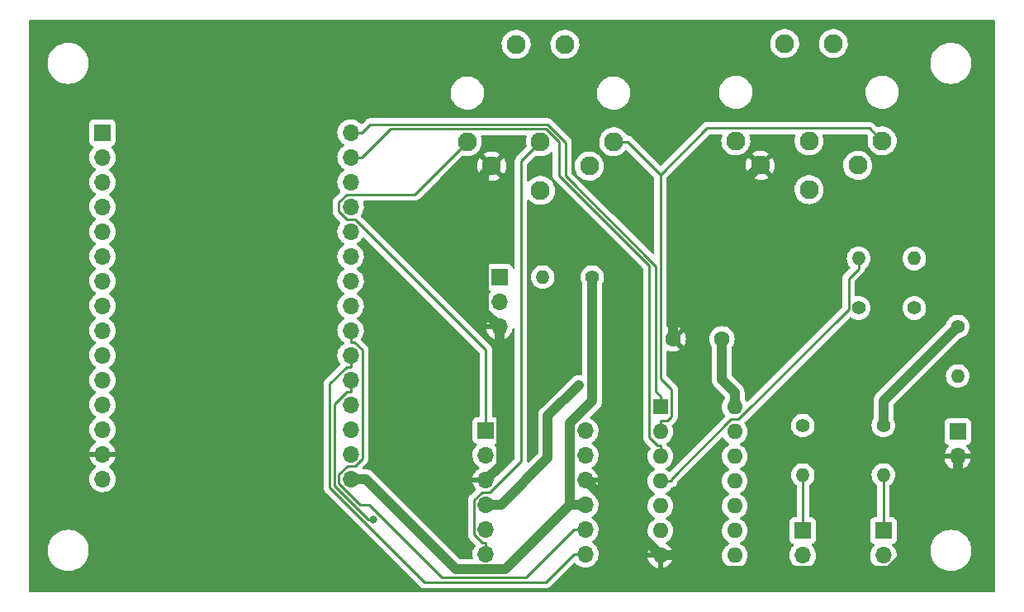
<source format=gbr>
%TF.GenerationSoftware,KiCad,Pcbnew,(6.0.11)*%
%TF.CreationDate,2024-07-28T13:45:38-05:00*%
%TF.ProjectId,iecprinter,69656370-7269-46e7-9465-722e6b696361,rev?*%
%TF.SameCoordinates,Original*%
%TF.FileFunction,Copper,L2,Bot*%
%TF.FilePolarity,Positive*%
%FSLAX46Y46*%
G04 Gerber Fmt 4.6, Leading zero omitted, Abs format (unit mm)*
G04 Created by KiCad (PCBNEW (6.0.11)) date 2024-07-28 13:45:38*
%MOMM*%
%LPD*%
G01*
G04 APERTURE LIST*
%TA.AperFunction,ComponentPad*%
%ADD10R,1.700000X1.700000*%
%TD*%
%TA.AperFunction,ComponentPad*%
%ADD11O,1.700000X1.700000*%
%TD*%
%TA.AperFunction,ComponentPad*%
%ADD12C,1.400000*%
%TD*%
%TA.AperFunction,ComponentPad*%
%ADD13O,1.400000X1.400000*%
%TD*%
%TA.AperFunction,ComponentPad*%
%ADD14C,1.950000*%
%TD*%
%TA.AperFunction,ComponentPad*%
%ADD15C,1.600000*%
%TD*%
%TA.AperFunction,ComponentPad*%
%ADD16R,1.600000X1.600000*%
%TD*%
%TA.AperFunction,ComponentPad*%
%ADD17O,1.600000X1.600000*%
%TD*%
%TA.AperFunction,ViaPad*%
%ADD18C,0.800000*%
%TD*%
%TA.AperFunction,Conductor*%
%ADD19C,0.250000*%
%TD*%
%TA.AperFunction,Conductor*%
%ADD20C,1.000000*%
%TD*%
G04 APERTURE END LIST*
D10*
%TO.P,U5,1,RESET*%
%TO.N,unconnected-(U5-Pad1)*%
X99010000Y-53112500D03*
D11*
%TO.P,U5,2,GPIO36*%
%TO.N,ADDRESS_SWITCH*%
X99010000Y-55652500D03*
%TO.P,U5,3,GPIO39*%
%TO.N,ONLINE_SWITCH*%
X99010000Y-58192500D03*
%TO.P,U5,4,GPIO34*%
%TO.N,unconnected-(U5-Pad4)*%
X99010000Y-60732500D03*
%TO.P,U5,5,GPIO35*%
%TO.N,unconnected-(U5-Pad5)*%
X99010000Y-63272500D03*
%TO.P,U5,6,GPIO32*%
%TO.N,unconnected-(U5-Pad6)*%
X99010000Y-65812500D03*
%TO.P,U5,7,GPIO33*%
%TO.N,ONLINE_LED*%
X99010000Y-68352500D03*
%TO.P,U5,8,GPIO25*%
%TO.N,unconnected-(U5-Pad8)*%
X99010000Y-70892500D03*
%TO.P,U5,9,GPIO26*%
%TO.N,unconnected-(U5-Pad9)*%
X99010000Y-73432500D03*
%TO.P,U5,10,GPIO27*%
%TO.N,unconnected-(U5-Pad10)*%
X99010000Y-75972500D03*
%TO.P,U5,11,GPIO14*%
%TO.N,unconnected-(U5-Pad11)*%
X99010000Y-78512500D03*
%TO.P,U5,12,GPIO12*%
%TO.N,unconnected-(U5-Pad12)*%
X99010000Y-81052500D03*
%TO.P,U5,13,GPIO13*%
%TO.N,unconnected-(U5-Pad13)*%
X99010000Y-83592500D03*
%TO.P,U5,14,GND*%
%TO.N,GND*%
X99010000Y-86132500D03*
%TO.P,U5,15,VIN*%
%TO.N,+5V*%
X99010000Y-88672500D03*
%TO.P,U5,16,3.3V*%
%TO.N,+3.3V*%
X124450000Y-88672500D03*
%TO.P,U5,17,GND*%
%TO.N,GND*%
X124450000Y-86132500D03*
%TO.P,U5,18,GPIO15*%
%TO.N,unconnected-(U5-Pad18)*%
X124450000Y-83592500D03*
%TO.P,U5,19,GPIO2*%
%TO.N,unconnected-(U5-Pad19)*%
X124450000Y-81052500D03*
%TO.P,U5,20,GPIO4*%
%TO.N,BUSY_LED*%
X124450000Y-78512500D03*
%TO.P,U5,21,GPIO16*%
%TO.N,LV_ATN*%
X124450000Y-75972500D03*
%TO.P,U5,22,GPIO17*%
%TO.N,LV_DATA_IN*%
X124450000Y-73432500D03*
%TO.P,U5,23,GPIO5*%
%TO.N,unconnected-(U5-Pad23)*%
X124450000Y-70892500D03*
%TO.P,U5,24,GPIO18*%
%TO.N,LV_CLOCK_IN*%
X124450000Y-68352500D03*
%TO.P,U5,25,GPIO19*%
%TO.N,LV_SRQIN*%
X124450000Y-65812500D03*
%TO.P,U5,26,GPIO21*%
%TO.N,unconnected-(U5-Pad26)*%
X124450000Y-63272500D03*
%TO.P,U5,27,GPIO3*%
%TO.N,unconnected-(U5-Pad27)*%
X124450000Y-60732500D03*
%TO.P,U5,28,GPIO1*%
%TO.N,unconnected-(U5-Pad28)*%
X124450000Y-58192500D03*
%TO.P,U5,29,GPIO22*%
%TO.N,CLOCK_OUT*%
X124450000Y-55652500D03*
%TO.P,U5,30,GPIO23*%
%TO.N,DATA_OUT*%
X124450000Y-53112500D03*
%TD*%
D12*
%TO.P,R6,1*%
%TO.N,+3.3V*%
X170815000Y-83185000D03*
D13*
%TO.P,R6,2*%
%TO.N,Net-(J5-Pad1)*%
X170815000Y-88265000D03*
%TD*%
D12*
%TO.P,R5,1*%
%TO.N,+3.3V*%
X149225000Y-67945000D03*
D13*
%TO.P,R5,2*%
%TO.N,Net-(J6-Pad1)*%
X144145000Y-67945000D03*
%TD*%
D12*
%TO.P,R4,1*%
%TO.N,+3.3V*%
X186690000Y-73025000D03*
D13*
%TO.P,R4,2*%
%TO.N,ONLINE_SWITCH*%
X186690000Y-78105000D03*
%TD*%
D10*
%TO.P,J6,1,Pin_1*%
%TO.N,Net-(J6-Pad1)*%
X139700000Y-67960000D03*
D11*
%TO.P,J6,2,Pin_2*%
%TO.N,ADDRESS_SWITCH*%
X139700000Y-70500000D03*
%TO.P,J6,3,Pin_3*%
%TO.N,GND*%
X139700000Y-73040000D03*
%TD*%
D10*
%TO.P,J5,1,Pin_1*%
%TO.N,Net-(J5-Pad1)*%
X170815000Y-93975000D03*
D11*
%TO.P,J5,2,Pin_2*%
%TO.N,BUSY_LED*%
X170815000Y-96515000D03*
%TD*%
D10*
%TO.P,J4,1,Pin_1*%
%TO.N,ONLINE_SWITCH*%
X186690000Y-83815000D03*
D11*
%TO.P,J4,2,Pin_2*%
%TO.N,GND*%
X186690000Y-86355000D03*
%TD*%
D10*
%TO.P,J3,1,Pin_1*%
%TO.N,Net-(J3-Pad1)*%
X179070000Y-93975000D03*
D11*
%TO.P,J3,2,Pin_2*%
%TO.N,ONLINE_LED*%
X179070000Y-96515000D03*
%TD*%
D14*
%TO.P,J1,1*%
%TO.N,SQRIN*%
X136422500Y-54050000D03*
%TO.P,J1,2*%
%TO.N,GND*%
X138922500Y-56550000D03*
%TO.P,J1,3*%
%TO.N,ATN*%
X143922500Y-54050000D03*
%TO.P,J1,4*%
%TO.N,CLOCK_IN*%
X148922500Y-56550000D03*
%TO.P,J1,5*%
%TO.N,DATA_IN*%
X151422500Y-54050000D03*
%TO.P,J1,6*%
%TO.N,RESET*%
X143922500Y-59050000D03*
%TO.P,J1,S1*%
%TO.N,N/C*%
X146422500Y-44050000D03*
%TO.P,J1,S2*%
X141422500Y-44050000D03*
%TD*%
D15*
%TO.P,C1,1*%
%TO.N,+5V*%
X162520000Y-74295000D03*
%TO.P,C1,2*%
%TO.N,GND*%
X157520000Y-74295000D03*
%TD*%
D10*
%TO.P,U1,1,HV4*%
%TO.N,SQRIN*%
X138310000Y-83687500D03*
D11*
%TO.P,U1,2,HV3*%
%TO.N,CLOCK_IN*%
X138310000Y-86227500D03*
%TO.P,U1,3,GND*%
%TO.N,GND*%
X138310000Y-88767500D03*
%TO.P,U1,4,HV*%
%TO.N,+5V*%
X138310000Y-91307500D03*
%TO.P,U1,5,HV2*%
%TO.N,DATA_IN*%
X138310000Y-93847500D03*
%TO.P,U1,6,HV1*%
%TO.N,ATN*%
X138310000Y-96387500D03*
%TO.P,U1,7,LV1*%
%TO.N,LV_ATN*%
X148510000Y-96387500D03*
%TO.P,U1,8,LV2*%
%TO.N,LV_DATA_IN*%
X148510000Y-93887500D03*
%TO.P,U1,9,LV*%
%TO.N,+3.3V*%
X148510000Y-91347500D03*
%TO.P,U1,10,GND*%
%TO.N,GND*%
X148510000Y-88807500D03*
%TO.P,U1,11,LV3*%
%TO.N,LV_CLOCK_IN*%
X148510000Y-86267500D03*
%TO.P,U1,12,LV4*%
%TO.N,LV_SRQIN*%
X148510000Y-83727500D03*
%TD*%
D12*
%TO.P,R1,1*%
%TO.N,+5V*%
X176530000Y-71120000D03*
D13*
%TO.P,R1,2*%
%TO.N,CLOCK_IN*%
X176530000Y-66040000D03*
%TD*%
D12*
%TO.P,R3,1*%
%TO.N,+5V*%
X182245000Y-71120000D03*
D13*
%TO.P,R3,2*%
%TO.N,DATA_IN*%
X182245000Y-66040000D03*
%TD*%
D16*
%TO.P,U6,1*%
%TO.N,DATA_OUT*%
X156210000Y-81280000D03*
D17*
%TO.P,U6,2*%
%TO.N,DATA_IN*%
X156210000Y-83820000D03*
%TO.P,U6,3*%
%TO.N,CLOCK_OUT*%
X156210000Y-86360000D03*
%TO.P,U6,4*%
%TO.N,CLOCK_IN*%
X156210000Y-88900000D03*
%TO.P,U6,5*%
%TO.N,unconnected-(U6-Pad5)*%
X156210000Y-91440000D03*
%TO.P,U6,6*%
%TO.N,unconnected-(U6-Pad6)*%
X156210000Y-93980000D03*
%TO.P,U6,7,GND*%
%TO.N,GND*%
X156210000Y-96520000D03*
%TO.P,U6,8*%
%TO.N,unconnected-(U6-Pad8)*%
X163830000Y-96520000D03*
%TO.P,U6,9*%
%TO.N,unconnected-(U6-Pad9)*%
X163830000Y-93980000D03*
%TO.P,U6,10*%
%TO.N,unconnected-(U6-Pad10)*%
X163830000Y-91440000D03*
%TO.P,U6,11*%
%TO.N,unconnected-(U6-Pad11)*%
X163830000Y-88900000D03*
%TO.P,U6,12*%
%TO.N,unconnected-(U6-Pad12)*%
X163830000Y-86360000D03*
%TO.P,U6,13*%
%TO.N,unconnected-(U6-Pad13)*%
X163830000Y-83820000D03*
%TO.P,U6,14,VCC*%
%TO.N,+5V*%
X163830000Y-81280000D03*
%TD*%
D14*
%TO.P,J2,1*%
%TO.N,SQRIN*%
X163950000Y-53975000D03*
%TO.P,J2,2*%
%TO.N,GND*%
X166450000Y-56475000D03*
%TO.P,J2,3*%
%TO.N,ATN*%
X171450000Y-53975000D03*
%TO.P,J2,4*%
%TO.N,CLOCK_IN*%
X176450000Y-56475000D03*
%TO.P,J2,5*%
%TO.N,DATA_IN*%
X178950000Y-53975000D03*
%TO.P,J2,6*%
%TO.N,RESET*%
X171450000Y-58975000D03*
%TO.P,J2,S1*%
%TO.N,N/C*%
X173950000Y-43975000D03*
%TO.P,J2,S2*%
X168950000Y-43975000D03*
%TD*%
D12*
%TO.P,R2,1*%
%TO.N,+3.3V*%
X179070000Y-83185000D03*
D13*
%TO.P,R2,2*%
%TO.N,Net-(J3-Pad1)*%
X179070000Y-88265000D03*
%TD*%
D18*
%TO.N,BUSY_LED*%
X126770500Y-92801900D03*
%TO.N,+5V*%
X147819000Y-79011200D03*
%TD*%
D19*
%TO.N,DATA_OUT*%
X126456100Y-52281500D02*
X125625100Y-53112500D01*
X144648300Y-52281500D02*
X126456100Y-52281500D01*
X146491800Y-54125000D02*
X144648300Y-52281500D01*
X146491800Y-57560500D02*
X146491800Y-54125000D01*
X155759900Y-66828600D02*
X146491800Y-57560500D01*
X155759900Y-79704800D02*
X155759900Y-66828600D01*
X156210000Y-80154900D02*
X155759900Y-79704800D01*
X156210000Y-81280000D02*
X156210000Y-80154900D01*
X124450000Y-53112500D02*
X125625100Y-53112500D01*
%TO.N,CLOCK_OUT*%
X128527900Y-52749700D02*
X125625100Y-55652500D01*
X144470700Y-52749700D02*
X128527900Y-52749700D01*
X145792800Y-54071800D02*
X144470700Y-52749700D01*
X145792800Y-57498200D02*
X145792800Y-54071800D01*
X155084900Y-66790300D02*
X145792800Y-57498200D01*
X155084900Y-84391200D02*
X155084900Y-66790300D01*
X155928600Y-85234900D02*
X155084900Y-84391200D01*
X156210000Y-85234900D02*
X155928600Y-85234900D01*
X156210000Y-86360000D02*
X156210000Y-85234900D01*
X124450000Y-55652500D02*
X125625100Y-55652500D01*
%TO.N,LV_DATA_IN*%
X148510000Y-93887500D02*
X147334900Y-93887500D01*
X124450000Y-73432500D02*
X124450000Y-74607600D01*
X124815200Y-74607600D02*
X124450000Y-74607600D01*
X125649300Y-75441700D02*
X124815200Y-74607600D01*
X125649300Y-86595000D02*
X125649300Y-75441700D01*
X124936700Y-87307600D02*
X125649300Y-86595000D01*
X124145600Y-87307600D02*
X124936700Y-87307600D01*
X123255900Y-88197300D02*
X124145600Y-87307600D01*
X123255900Y-89156900D02*
X123255900Y-88197300D01*
X125422700Y-91323700D02*
X123255900Y-89156900D01*
X126317800Y-91323700D02*
X125422700Y-91323700D01*
X133770500Y-98776400D02*
X126317800Y-91323700D01*
X142446000Y-98776400D02*
X133770500Y-98776400D01*
X147334900Y-93887500D02*
X142446000Y-98776400D01*
%TO.N,LV_ATN*%
X124084700Y-77147600D02*
X124450000Y-77147600D01*
X122329400Y-78902900D02*
X124084700Y-77147600D01*
X122329400Y-89577400D02*
X122329400Y-78902900D01*
X131987900Y-99235900D02*
X122329400Y-89577400D01*
X144486500Y-99235900D02*
X131987900Y-99235900D01*
X147334900Y-96387500D02*
X144486500Y-99235900D01*
X148510000Y-96387500D02*
X147334900Y-96387500D01*
X124450000Y-75972500D02*
X124450000Y-77147600D01*
%TO.N,BUSY_LED*%
X124084700Y-79687600D02*
X124450000Y-79687600D01*
X122805700Y-80966600D02*
X124084700Y-79687600D01*
X122805700Y-89376100D02*
X122805700Y-80966600D01*
X126231500Y-92801900D02*
X122805700Y-89376100D01*
X126770500Y-92801900D02*
X126231500Y-92801900D01*
X124450000Y-78512500D02*
X124450000Y-79687600D01*
%TO.N,Net-(J5-Pad1)*%
X170815000Y-93975000D02*
X170815000Y-88265000D01*
%TO.N,Net-(J3-Pad1)*%
X179070000Y-88265000D02*
X179070000Y-93975000D01*
%TO.N,DATA_IN*%
X156210000Y-83820000D02*
X156210000Y-82694900D01*
X160997700Y-52658200D02*
X156210100Y-57445800D01*
X177633200Y-52658200D02*
X160997700Y-52658200D01*
X178950000Y-53975000D02*
X177633200Y-52658200D01*
X152814300Y-54050000D02*
X156210100Y-57445800D01*
X151422500Y-54050000D02*
X152814300Y-54050000D01*
X156923300Y-82694900D02*
X156210000Y-82694900D01*
X157359500Y-82258700D02*
X156923300Y-82694900D01*
X157359500Y-79481900D02*
X157359500Y-82258700D01*
X156210100Y-78332500D02*
X157359500Y-79481900D01*
X156210100Y-57445800D02*
X156210100Y-78332500D01*
%TO.N,CLOCK_IN*%
X157335100Y-88666800D02*
X157335100Y-88900000D01*
X163451900Y-82550000D02*
X157335100Y-88666800D01*
X164212300Y-82550000D02*
X163451900Y-82550000D01*
X175504900Y-71257400D02*
X164212300Y-82550000D01*
X175504900Y-68090200D02*
X175504900Y-71257400D01*
X176530000Y-67065100D02*
X175504900Y-68090200D01*
X176530000Y-66040000D02*
X176530000Y-67065100D01*
X156210000Y-88900000D02*
X157335100Y-88900000D01*
%TO.N,ATN*%
X137944700Y-95212400D02*
X138310000Y-95212400D01*
X137127100Y-94394800D02*
X137944700Y-95212400D01*
X137127100Y-90825600D02*
X137127100Y-94394800D01*
X137915200Y-90037500D02*
X137127100Y-90825600D01*
X138708900Y-90037500D02*
X137915200Y-90037500D01*
X141926000Y-86820400D02*
X138708900Y-90037500D01*
X141926000Y-56046500D02*
X141926000Y-86820400D01*
X143922500Y-54050000D02*
X141926000Y-56046500D01*
X138310000Y-96387500D02*
X138310000Y-95212400D01*
%TO.N,SQRIN*%
X138310000Y-75433900D02*
X138310000Y-83687500D01*
X124878600Y-62002500D02*
X138310000Y-75433900D01*
X124048800Y-62002500D02*
X124878600Y-62002500D01*
X123242400Y-61196100D02*
X124048800Y-62002500D01*
X123242400Y-60249600D02*
X123242400Y-61196100D01*
X124029500Y-59462500D02*
X123242400Y-60249600D01*
X131010000Y-59462500D02*
X124029500Y-59462500D01*
X136422500Y-54050000D02*
X131010000Y-59462500D01*
D20*
%TO.N,+3.3V*%
X148510000Y-91347500D02*
X146959900Y-91347500D01*
X124450000Y-88672500D02*
X126000100Y-88672500D01*
X179070000Y-80645000D02*
X179070000Y-83185000D01*
X186690000Y-73025000D02*
X179070000Y-80645000D01*
X135270800Y-97943200D02*
X126000100Y-88672500D01*
X140364200Y-97943200D02*
X135270800Y-97943200D01*
X146959900Y-91347500D02*
X140364200Y-97943200D01*
X149225000Y-80672500D02*
X149225000Y-67945000D01*
X146959900Y-82937600D02*
X149225000Y-80672500D01*
X146959900Y-91347500D02*
X146959900Y-82937600D01*
%TO.N,GND*%
X139862100Y-87215400D02*
X138310000Y-88767500D01*
X139862100Y-74752200D02*
X139862100Y-87215400D01*
X139700000Y-74590100D02*
X139862100Y-74752200D01*
X138125900Y-71465900D02*
X139700000Y-73040000D01*
X138125900Y-57346600D02*
X138125900Y-71465900D01*
X138922500Y-56550000D02*
X138125900Y-57346600D01*
X139700000Y-73040000D02*
X139700000Y-74590100D01*
X157520000Y-65405000D02*
X157520000Y-74295000D01*
X166450000Y-56475000D02*
X157520000Y-65405000D01*
X186690000Y-91100400D02*
X186690000Y-86355000D01*
X179723300Y-98067100D02*
X186690000Y-91100400D01*
X159257200Y-98067100D02*
X179723300Y-98067100D01*
X157710100Y-96520000D02*
X159257200Y-98067100D01*
X156210000Y-96520000D02*
X157710100Y-96520000D01*
X156210000Y-96507500D02*
X156210000Y-96520000D01*
X148510000Y-88807500D02*
X156210000Y-96507500D01*
%TO.N,+5V*%
X162520000Y-78469900D02*
X162520000Y-74295000D01*
X163830000Y-79779900D02*
X162520000Y-78469900D01*
X163830000Y-81280000D02*
X163830000Y-79779900D01*
X144679900Y-86487700D02*
X139860100Y-91307500D01*
X144679900Y-82150300D02*
X144679900Y-86487700D01*
X147819000Y-79011200D02*
X144679900Y-82150300D01*
X138310000Y-91307500D02*
X139860100Y-91307500D01*
%TD*%
%TA.AperFunction,Conductor*%
%TO.N,GND*%
G36*
X190433621Y-41528502D02*
G01*
X190480114Y-41582158D01*
X190491500Y-41634500D01*
X190491500Y-100204000D01*
X190471498Y-100272121D01*
X190417842Y-100318614D01*
X190365500Y-100330000D01*
X91634500Y-100330000D01*
X91566379Y-100309998D01*
X91519886Y-100256342D01*
X91508500Y-100204000D01*
X91508500Y-96132703D01*
X93390743Y-96132703D01*
X93391302Y-96136947D01*
X93391302Y-96136951D01*
X93395656Y-96170022D01*
X93428268Y-96417734D01*
X93429401Y-96421874D01*
X93429401Y-96421876D01*
X93444361Y-96476562D01*
X93504129Y-96695036D01*
X93505813Y-96698984D01*
X93601211Y-96922639D01*
X93616923Y-96959476D01*
X93691473Y-97084040D01*
X93749507Y-97181007D01*
X93764561Y-97206161D01*
X93944313Y-97430528D01*
X94048457Y-97529357D01*
X94137896Y-97614231D01*
X94152851Y-97628423D01*
X94282416Y-97721525D01*
X94369601Y-97784174D01*
X94386317Y-97796186D01*
X94390112Y-97798195D01*
X94390113Y-97798196D01*
X94411869Y-97809715D01*
X94640392Y-97930712D01*
X94910373Y-98029511D01*
X95191264Y-98090755D01*
X95219841Y-98093004D01*
X95414282Y-98108307D01*
X95414291Y-98108307D01*
X95416739Y-98108500D01*
X95572271Y-98108500D01*
X95574407Y-98108354D01*
X95574418Y-98108354D01*
X95782548Y-98094165D01*
X95782554Y-98094164D01*
X95786825Y-98093873D01*
X95791020Y-98093004D01*
X95791022Y-98093004D01*
X95927584Y-98064723D01*
X96068342Y-98035574D01*
X96339343Y-97939607D01*
X96594812Y-97807750D01*
X96598313Y-97805289D01*
X96598317Y-97805287D01*
X96805254Y-97659849D01*
X96830023Y-97642441D01*
X97040622Y-97446740D01*
X97222713Y-97224268D01*
X97372927Y-96979142D01*
X97375086Y-96974225D01*
X97486757Y-96719830D01*
X97488483Y-96715898D01*
X97490230Y-96709767D01*
X97566068Y-96443534D01*
X97567244Y-96439406D01*
X97607751Y-96154784D01*
X97607844Y-96137207D01*
X97609235Y-95871583D01*
X97609235Y-95871576D01*
X97609257Y-95867297D01*
X97605885Y-95841680D01*
X97584627Y-95680211D01*
X97571732Y-95582266D01*
X97564486Y-95555777D01*
X97529732Y-95428738D01*
X97495871Y-95304964D01*
X97457277Y-95214482D01*
X97384763Y-95044476D01*
X97384761Y-95044472D01*
X97383077Y-95040524D01*
X97279876Y-94868087D01*
X97237643Y-94797521D01*
X97237640Y-94797517D01*
X97235439Y-94793839D01*
X97055687Y-94569472D01*
X96917767Y-94438591D01*
X96850258Y-94374527D01*
X96850255Y-94374525D01*
X96847149Y-94371577D01*
X96627026Y-94213402D01*
X96617172Y-94206321D01*
X96617171Y-94206320D01*
X96613683Y-94203814D01*
X96591843Y-94192250D01*
X96494147Y-94140523D01*
X96359608Y-94069288D01*
X96089627Y-93970489D01*
X95808736Y-93909245D01*
X95777685Y-93906801D01*
X95585718Y-93891693D01*
X95585709Y-93891693D01*
X95583261Y-93891500D01*
X95427729Y-93891500D01*
X95425593Y-93891646D01*
X95425582Y-93891646D01*
X95217452Y-93905835D01*
X95217446Y-93905836D01*
X95213175Y-93906127D01*
X95208980Y-93906996D01*
X95208978Y-93906996D01*
X95072416Y-93935277D01*
X94931658Y-93964426D01*
X94660657Y-94060393D01*
X94656848Y-94062359D01*
X94505408Y-94140523D01*
X94405188Y-94192250D01*
X94401687Y-94194711D01*
X94401683Y-94194713D01*
X94287582Y-94274905D01*
X94169977Y-94357559D01*
X94121307Y-94402786D01*
X93968334Y-94544938D01*
X93959378Y-94553260D01*
X93777287Y-94775732D01*
X93627073Y-95020858D01*
X93625347Y-95024791D01*
X93625346Y-95024792D01*
X93554852Y-95185381D01*
X93511517Y-95284102D01*
X93510342Y-95288229D01*
X93510341Y-95288230D01*
X93486515Y-95371873D01*
X93432756Y-95560594D01*
X93415296Y-95683277D01*
X93394707Y-95827948D01*
X93392249Y-95845216D01*
X93392227Y-95849505D01*
X93392226Y-95849512D01*
X93391015Y-96080720D01*
X93390743Y-96132703D01*
X91508500Y-96132703D01*
X91508500Y-88639195D01*
X97647251Y-88639195D01*
X97647548Y-88644348D01*
X97647548Y-88644351D01*
X97653011Y-88739090D01*
X97660110Y-88862215D01*
X97661247Y-88867261D01*
X97661248Y-88867267D01*
X97676626Y-88935500D01*
X97709222Y-89080139D01*
X97754369Y-89191324D01*
X97788477Y-89275321D01*
X97793266Y-89287116D01*
X97799154Y-89296724D01*
X97898935Y-89459552D01*
X97909987Y-89477588D01*
X98056250Y-89646438D01*
X98228126Y-89789132D01*
X98421000Y-89901838D01*
X98425825Y-89903680D01*
X98425826Y-89903681D01*
X98440690Y-89909357D01*
X98629692Y-89981530D01*
X98634760Y-89982561D01*
X98634763Y-89982562D01*
X98711219Y-89998117D01*
X98848597Y-90026067D01*
X98853772Y-90026257D01*
X98853774Y-90026257D01*
X99066673Y-90034064D01*
X99066677Y-90034064D01*
X99071837Y-90034253D01*
X99076957Y-90033597D01*
X99076959Y-90033597D01*
X99288288Y-90006525D01*
X99288289Y-90006525D01*
X99293416Y-90005868D01*
X99298366Y-90004383D01*
X99502429Y-89943161D01*
X99502434Y-89943159D01*
X99507384Y-89941674D01*
X99707994Y-89843396D01*
X99889860Y-89713673D01*
X99902576Y-89701002D01*
X99976676Y-89627160D01*
X100048096Y-89555989D01*
X100051134Y-89551762D01*
X100175435Y-89378777D01*
X100178453Y-89374577D01*
X100231077Y-89268101D01*
X100275136Y-89178953D01*
X100275137Y-89178951D01*
X100277430Y-89174311D01*
X100311705Y-89061500D01*
X100340865Y-88965523D01*
X100340865Y-88965521D01*
X100342370Y-88960569D01*
X100371529Y-88739090D01*
X100372985Y-88679500D01*
X100373074Y-88675865D01*
X100373074Y-88675861D01*
X100373156Y-88672500D01*
X100354852Y-88449861D01*
X100300431Y-88233202D01*
X100211354Y-88028340D01*
X100126839Y-87897699D01*
X100092822Y-87845117D01*
X100092820Y-87845114D01*
X100090014Y-87840777D01*
X99939670Y-87675551D01*
X99935619Y-87672352D01*
X99935615Y-87672348D01*
X99768414Y-87540300D01*
X99768410Y-87540298D01*
X99764359Y-87537098D01*
X99722569Y-87514029D01*
X99672598Y-87463597D01*
X99657826Y-87394154D01*
X99682942Y-87327748D01*
X99710294Y-87301141D01*
X99885328Y-87176292D01*
X99893201Y-87169638D01*
X100044052Y-87019312D01*
X100050730Y-87011465D01*
X100175003Y-86838520D01*
X100180313Y-86829683D01*
X100274670Y-86638767D01*
X100278469Y-86629172D01*
X100340377Y-86425410D01*
X100342555Y-86415337D01*
X100343986Y-86404462D01*
X100341775Y-86390278D01*
X100328617Y-86386500D01*
X97693225Y-86386500D01*
X97679694Y-86390473D01*
X97678257Y-86400466D01*
X97708565Y-86534946D01*
X97711645Y-86544775D01*
X97791770Y-86742103D01*
X97796413Y-86751294D01*
X97907694Y-86932888D01*
X97913777Y-86941199D01*
X98053213Y-87102167D01*
X98060580Y-87109383D01*
X98224434Y-87245416D01*
X98232881Y-87251331D01*
X98301969Y-87291703D01*
X98350693Y-87343342D01*
X98363764Y-87413125D01*
X98337033Y-87478896D01*
X98296584Y-87512252D01*
X98283607Y-87519007D01*
X98279474Y-87522110D01*
X98279471Y-87522112D01*
X98109100Y-87650030D01*
X98104965Y-87653135D01*
X97950629Y-87814638D01*
X97947715Y-87818910D01*
X97947714Y-87818911D01*
X97893969Y-87897699D01*
X97824743Y-87999180D01*
X97782517Y-88090149D01*
X97763579Y-88130948D01*
X97730688Y-88201805D01*
X97670989Y-88417070D01*
X97647251Y-88639195D01*
X91508500Y-88639195D01*
X91508500Y-83559195D01*
X97647251Y-83559195D01*
X97647548Y-83564348D01*
X97647548Y-83564351D01*
X97653011Y-83659090D01*
X97660110Y-83782215D01*
X97661247Y-83787261D01*
X97661248Y-83787267D01*
X97667391Y-83814525D01*
X97709222Y-84000139D01*
X97793266Y-84207116D01*
X97795965Y-84211520D01*
X97905291Y-84389924D01*
X97909987Y-84397588D01*
X98056250Y-84566438D01*
X98181910Y-84670763D01*
X98215702Y-84698817D01*
X98228126Y-84709132D01*
X98234975Y-84713134D01*
X98301955Y-84752274D01*
X98350679Y-84803912D01*
X98363750Y-84873695D01*
X98337019Y-84939467D01*
X98296562Y-84972827D01*
X98288457Y-84977046D01*
X98279738Y-84982536D01*
X98109433Y-85110405D01*
X98101726Y-85117248D01*
X97954590Y-85271217D01*
X97948104Y-85279227D01*
X97828098Y-85455149D01*
X97823000Y-85464123D01*
X97733338Y-85657283D01*
X97729775Y-85666970D01*
X97674389Y-85866683D01*
X97675912Y-85875107D01*
X97688292Y-85878500D01*
X100328344Y-85878500D01*
X100341875Y-85874527D01*
X100343180Y-85865447D01*
X100301214Y-85698375D01*
X100297894Y-85688624D01*
X100212972Y-85493314D01*
X100208105Y-85484239D01*
X100092426Y-85305426D01*
X100086136Y-85297257D01*
X99942806Y-85139740D01*
X99935273Y-85132715D01*
X99768139Y-85000722D01*
X99759556Y-84995020D01*
X99722602Y-84974620D01*
X99672631Y-84924187D01*
X99657859Y-84854745D01*
X99682975Y-84788339D01*
X99710327Y-84761732D01*
X99769781Y-84719324D01*
X99889860Y-84633673D01*
X99912624Y-84610989D01*
X100023421Y-84500578D01*
X100048096Y-84475989D01*
X100051134Y-84471762D01*
X100175435Y-84298777D01*
X100178453Y-84294577D01*
X100206459Y-84237912D01*
X100275136Y-84098953D01*
X100275137Y-84098951D01*
X100277430Y-84094311D01*
X100309900Y-83987440D01*
X100340865Y-83885523D01*
X100340865Y-83885521D01*
X100342370Y-83880569D01*
X100371529Y-83659090D01*
X100372975Y-83599910D01*
X100373074Y-83595865D01*
X100373074Y-83595861D01*
X100373156Y-83592500D01*
X100354852Y-83369861D01*
X100300431Y-83153202D01*
X100211354Y-82948340D01*
X100165416Y-82877330D01*
X100092822Y-82765117D01*
X100092820Y-82765114D01*
X100090014Y-82760777D01*
X99939670Y-82595551D01*
X99935619Y-82592352D01*
X99935615Y-82592348D01*
X99768414Y-82460300D01*
X99768410Y-82460298D01*
X99764359Y-82457098D01*
X99723053Y-82434296D01*
X99673084Y-82383864D01*
X99658312Y-82314421D01*
X99683428Y-82248016D01*
X99710780Y-82221409D01*
X99769781Y-82179324D01*
X99889860Y-82093673D01*
X100048096Y-81935989D01*
X100051134Y-81931762D01*
X100175435Y-81758777D01*
X100178453Y-81754577D01*
X100260867Y-81587825D01*
X100275136Y-81558953D01*
X100275137Y-81558951D01*
X100277430Y-81554311D01*
X100337050Y-81358079D01*
X100340865Y-81345523D01*
X100340865Y-81345521D01*
X100342370Y-81340569D01*
X100371529Y-81119090D01*
X100371631Y-81114925D01*
X100373074Y-81055865D01*
X100373074Y-81055861D01*
X100373156Y-81052500D01*
X100354852Y-80829861D01*
X100300431Y-80613202D01*
X100211354Y-80408340D01*
X100169976Y-80344380D01*
X100092822Y-80225117D01*
X100092820Y-80225114D01*
X100090014Y-80220777D01*
X99939670Y-80055551D01*
X99935619Y-80052352D01*
X99935615Y-80052348D01*
X99768414Y-79920300D01*
X99768410Y-79920298D01*
X99764359Y-79917098D01*
X99723053Y-79894296D01*
X99673084Y-79843864D01*
X99658312Y-79774421D01*
X99683428Y-79708016D01*
X99710780Y-79681409D01*
X99754603Y-79650150D01*
X99889860Y-79553673D01*
X99931258Y-79512420D01*
X99997902Y-79446008D01*
X100048096Y-79395989D01*
X100107594Y-79313189D01*
X100175435Y-79218777D01*
X100178453Y-79214577D01*
X100184503Y-79202337D01*
X100275136Y-79018953D01*
X100275137Y-79018951D01*
X100277430Y-79014311D01*
X100314975Y-78890735D01*
X100317373Y-78882843D01*
X121691180Y-78882843D01*
X121691926Y-78890735D01*
X121695341Y-78926861D01*
X121695900Y-78938719D01*
X121695900Y-89498633D01*
X121695373Y-89509816D01*
X121693698Y-89517309D01*
X121693947Y-89525235D01*
X121693947Y-89525236D01*
X121695838Y-89585386D01*
X121695900Y-89589345D01*
X121695900Y-89617256D01*
X121696397Y-89621190D01*
X121696397Y-89621191D01*
X121696405Y-89621256D01*
X121697338Y-89633093D01*
X121698727Y-89677289D01*
X121701393Y-89686465D01*
X121704378Y-89696739D01*
X121708387Y-89716100D01*
X121710926Y-89736197D01*
X121713845Y-89743568D01*
X121713845Y-89743570D01*
X121727204Y-89777312D01*
X121731049Y-89788542D01*
X121741171Y-89823383D01*
X121743382Y-89830993D01*
X121747415Y-89837812D01*
X121747417Y-89837817D01*
X121753693Y-89848428D01*
X121762388Y-89866176D01*
X121769848Y-89885017D01*
X121774510Y-89891433D01*
X121774510Y-89891434D01*
X121795836Y-89920787D01*
X121802352Y-89930707D01*
X121824858Y-89968762D01*
X121839179Y-89983083D01*
X121852019Y-89998116D01*
X121863928Y-90014507D01*
X121894561Y-90039849D01*
X121898005Y-90042698D01*
X121906784Y-90050688D01*
X131484243Y-99628147D01*
X131491787Y-99636437D01*
X131495900Y-99642918D01*
X131501677Y-99648343D01*
X131545567Y-99689558D01*
X131548409Y-99692313D01*
X131568131Y-99712035D01*
X131571273Y-99714472D01*
X131571333Y-99714519D01*
X131580345Y-99722217D01*
X131593778Y-99734831D01*
X131612579Y-99752486D01*
X131619522Y-99756303D01*
X131630331Y-99762245D01*
X131646853Y-99773098D01*
X131662859Y-99785514D01*
X131670137Y-99788664D01*
X131670138Y-99788664D01*
X131703437Y-99803074D01*
X131714087Y-99808291D01*
X131752840Y-99829595D01*
X131760515Y-99831566D01*
X131760516Y-99831566D01*
X131772462Y-99834633D01*
X131791167Y-99841037D01*
X131809755Y-99849081D01*
X131817578Y-99850320D01*
X131817588Y-99850323D01*
X131853424Y-99855999D01*
X131865044Y-99858405D01*
X131896859Y-99866573D01*
X131907870Y-99869400D01*
X131928124Y-99869400D01*
X131947834Y-99870951D01*
X131967843Y-99874120D01*
X131975735Y-99873374D01*
X131994480Y-99871602D01*
X132011862Y-99869959D01*
X132023719Y-99869400D01*
X144407733Y-99869400D01*
X144418916Y-99869927D01*
X144426409Y-99871602D01*
X144434335Y-99871353D01*
X144434336Y-99871353D01*
X144494486Y-99869462D01*
X144498445Y-99869400D01*
X144526356Y-99869400D01*
X144530291Y-99868903D01*
X144530356Y-99868895D01*
X144542193Y-99867962D01*
X144574451Y-99866948D01*
X144578470Y-99866822D01*
X144586389Y-99866573D01*
X144605843Y-99860921D01*
X144625200Y-99856913D01*
X144637430Y-99855368D01*
X144637431Y-99855368D01*
X144645297Y-99854374D01*
X144652668Y-99851455D01*
X144652670Y-99851455D01*
X144686412Y-99838096D01*
X144697642Y-99834251D01*
X144732483Y-99824129D01*
X144732484Y-99824129D01*
X144740093Y-99821918D01*
X144746912Y-99817885D01*
X144746917Y-99817883D01*
X144757528Y-99811607D01*
X144775276Y-99802912D01*
X144794117Y-99795452D01*
X144829887Y-99769464D01*
X144839807Y-99762948D01*
X144871035Y-99744480D01*
X144871038Y-99744478D01*
X144877862Y-99740442D01*
X144892183Y-99726121D01*
X144907217Y-99713280D01*
X144908931Y-99712035D01*
X144923607Y-99701372D01*
X144951798Y-99667295D01*
X144959788Y-99658516D01*
X147321578Y-97296727D01*
X147383890Y-97262701D01*
X147454706Y-97267766D01*
X147505910Y-97303325D01*
X147520431Y-97320088D01*
X147556250Y-97361438D01*
X147728126Y-97504132D01*
X147921000Y-97616838D01*
X147925825Y-97618680D01*
X147925826Y-97618681D01*
X147966576Y-97634242D01*
X148129692Y-97696530D01*
X148134760Y-97697561D01*
X148134763Y-97697562D01*
X148242017Y-97719383D01*
X148348597Y-97741067D01*
X148353772Y-97741257D01*
X148353774Y-97741257D01*
X148566673Y-97749064D01*
X148566677Y-97749064D01*
X148571837Y-97749253D01*
X148576957Y-97748597D01*
X148576959Y-97748597D01*
X148788288Y-97721525D01*
X148788289Y-97721525D01*
X148793416Y-97720868D01*
X148798366Y-97719383D01*
X149002429Y-97658161D01*
X149002434Y-97658159D01*
X149007384Y-97656674D01*
X149207994Y-97558396D01*
X149389860Y-97428673D01*
X149424362Y-97394292D01*
X149498825Y-97320088D01*
X149548096Y-97270989D01*
X149554052Y-97262701D01*
X149675435Y-97093777D01*
X149678453Y-97089577D01*
X149716865Y-97011857D01*
X149775136Y-96893953D01*
X149775137Y-96893951D01*
X149777430Y-96889311D01*
X149808660Y-96786522D01*
X154927273Y-96786522D01*
X154974764Y-96963761D01*
X154978510Y-96974053D01*
X155070586Y-97171511D01*
X155076069Y-97181007D01*
X155201028Y-97359467D01*
X155208084Y-97367875D01*
X155362125Y-97521916D01*
X155370533Y-97528972D01*
X155548993Y-97653931D01*
X155558489Y-97659414D01*
X155755947Y-97751490D01*
X155766239Y-97755236D01*
X155938503Y-97801394D01*
X155952599Y-97801058D01*
X155956000Y-97793116D01*
X155956000Y-97787967D01*
X156464000Y-97787967D01*
X156467973Y-97801498D01*
X156476522Y-97802727D01*
X156653761Y-97755236D01*
X156664053Y-97751490D01*
X156861511Y-97659414D01*
X156871007Y-97653931D01*
X157049467Y-97528972D01*
X157057875Y-97521916D01*
X157211916Y-97367875D01*
X157218972Y-97359467D01*
X157343931Y-97181007D01*
X157349414Y-97171511D01*
X157441490Y-96974053D01*
X157445236Y-96963761D01*
X157491394Y-96791497D01*
X157491058Y-96777401D01*
X157483116Y-96774000D01*
X156482115Y-96774000D01*
X156466876Y-96778475D01*
X156465671Y-96779865D01*
X156464000Y-96787548D01*
X156464000Y-97787967D01*
X155956000Y-97787967D01*
X155956000Y-96792115D01*
X155951525Y-96776876D01*
X155950135Y-96775671D01*
X155942452Y-96774000D01*
X154942033Y-96774000D01*
X154928502Y-96777973D01*
X154927273Y-96786522D01*
X149808660Y-96786522D01*
X149822002Y-96742607D01*
X149840865Y-96680523D01*
X149840865Y-96680521D01*
X149842370Y-96675569D01*
X149871529Y-96454090D01*
X149873156Y-96387500D01*
X149854852Y-96164861D01*
X149800431Y-95948202D01*
X149711354Y-95743340D01*
X149595878Y-95564841D01*
X149592822Y-95560117D01*
X149592820Y-95560114D01*
X149590014Y-95555777D01*
X149439670Y-95390551D01*
X149435619Y-95387352D01*
X149435615Y-95387348D01*
X149268414Y-95255300D01*
X149268410Y-95255298D01*
X149264359Y-95252098D01*
X149254669Y-95246749D01*
X149204697Y-95196317D01*
X149189924Y-95126875D01*
X149215039Y-95060469D01*
X149242392Y-95033860D01*
X149389860Y-94928673D01*
X149445594Y-94873134D01*
X149532870Y-94786162D01*
X149548096Y-94770989D01*
X149554052Y-94762701D01*
X149675435Y-94593777D01*
X149678453Y-94589577D01*
X149688390Y-94569472D01*
X149775136Y-94393953D01*
X149775137Y-94393951D01*
X149777430Y-94389311D01*
X149809900Y-94282440D01*
X149840865Y-94180523D01*
X149840865Y-94180521D01*
X149842370Y-94175569D01*
X149871529Y-93954090D01*
X149872425Y-93917408D01*
X149873074Y-93890865D01*
X149873074Y-93890861D01*
X149873156Y-93887500D01*
X149854852Y-93664861D01*
X149800431Y-93448202D01*
X149711354Y-93243340D01*
X149641719Y-93135700D01*
X149592822Y-93060117D01*
X149592820Y-93060114D01*
X149590014Y-93055777D01*
X149439670Y-92890551D01*
X149435619Y-92887352D01*
X149435615Y-92887348D01*
X149268414Y-92755300D01*
X149268410Y-92755298D01*
X149264359Y-92752098D01*
X149223053Y-92729296D01*
X149173084Y-92678864D01*
X149158312Y-92609421D01*
X149183428Y-92543016D01*
X149210780Y-92516409D01*
X149266858Y-92476409D01*
X149389860Y-92388673D01*
X149402576Y-92376002D01*
X149504184Y-92274748D01*
X149548096Y-92230989D01*
X149607967Y-92147670D01*
X149673087Y-92057045D01*
X149678453Y-92049577D01*
X149692174Y-92021816D01*
X149775136Y-91853953D01*
X149775137Y-91853951D01*
X149777430Y-91849311D01*
X149809900Y-91742440D01*
X149840865Y-91640523D01*
X149840865Y-91640521D01*
X149842370Y-91635569D01*
X149871529Y-91414090D01*
X149873156Y-91347500D01*
X149854852Y-91124861D01*
X149800431Y-90908202D01*
X149711354Y-90703340D01*
X149657288Y-90619766D01*
X149592822Y-90520117D01*
X149592820Y-90520114D01*
X149590014Y-90515777D01*
X149439670Y-90350551D01*
X149435619Y-90347352D01*
X149435615Y-90347348D01*
X149268414Y-90215300D01*
X149268410Y-90215298D01*
X149264359Y-90212098D01*
X149222569Y-90189029D01*
X149172598Y-90138597D01*
X149157826Y-90069154D01*
X149182942Y-90002748D01*
X149210294Y-89976141D01*
X149385328Y-89851292D01*
X149393200Y-89844639D01*
X149544052Y-89694312D01*
X149550730Y-89686465D01*
X149675003Y-89513520D01*
X149680313Y-89504683D01*
X149774670Y-89313767D01*
X149778469Y-89304172D01*
X149840377Y-89100410D01*
X149842555Y-89090337D01*
X149843986Y-89079462D01*
X149841775Y-89065278D01*
X149828617Y-89061500D01*
X148382000Y-89061500D01*
X148313879Y-89041498D01*
X148267386Y-88987842D01*
X148256000Y-88935500D01*
X148256000Y-88679500D01*
X148276002Y-88611379D01*
X148329658Y-88564886D01*
X148382000Y-88553500D01*
X149828344Y-88553500D01*
X149841875Y-88549527D01*
X149843180Y-88540447D01*
X149801214Y-88373375D01*
X149797894Y-88363624D01*
X149712972Y-88168314D01*
X149708105Y-88159239D01*
X149592426Y-87980426D01*
X149586136Y-87972257D01*
X149442806Y-87814740D01*
X149435273Y-87807715D01*
X149268139Y-87675722D01*
X149259556Y-87670020D01*
X149222602Y-87649620D01*
X149172631Y-87599187D01*
X149157859Y-87529745D01*
X149182975Y-87463339D01*
X149210327Y-87436732D01*
X149279665Y-87387274D01*
X149389860Y-87308673D01*
X149397419Y-87301141D01*
X149533409Y-87165625D01*
X149548096Y-87150989D01*
X149561431Y-87132432D01*
X149675435Y-86973777D01*
X149678453Y-86969577D01*
X149680912Y-86964603D01*
X149775136Y-86773953D01*
X149775137Y-86773951D01*
X149777430Y-86769311D01*
X149821893Y-86622966D01*
X149840865Y-86560523D01*
X149840865Y-86560521D01*
X149842370Y-86555569D01*
X149871529Y-86334090D01*
X149872425Y-86297408D01*
X149873074Y-86270865D01*
X149873074Y-86270861D01*
X149873156Y-86267500D01*
X149854852Y-86044861D01*
X149800431Y-85828202D01*
X149711354Y-85623340D01*
X149641719Y-85515700D01*
X149592822Y-85440117D01*
X149592820Y-85440114D01*
X149590014Y-85435777D01*
X149439670Y-85270551D01*
X149435619Y-85267352D01*
X149435615Y-85267348D01*
X149268414Y-85135300D01*
X149268410Y-85135298D01*
X149264359Y-85132098D01*
X149223053Y-85109296D01*
X149173084Y-85058864D01*
X149158312Y-84989421D01*
X149183428Y-84923016D01*
X149210780Y-84896409D01*
X149299167Y-84833363D01*
X149389860Y-84768673D01*
X149395156Y-84763396D01*
X149478856Y-84679987D01*
X149548096Y-84610989D01*
X149554310Y-84602342D01*
X149675435Y-84433777D01*
X149678453Y-84429577D01*
X149683738Y-84418885D01*
X149775136Y-84233953D01*
X149775137Y-84233951D01*
X149777430Y-84229311D01*
X149819951Y-84089357D01*
X149840865Y-84020523D01*
X149840865Y-84020521D01*
X149842370Y-84015569D01*
X149871529Y-83794090D01*
X149871819Y-83782215D01*
X149873074Y-83730865D01*
X149873074Y-83730861D01*
X149873156Y-83727500D01*
X149854852Y-83504861D01*
X149800431Y-83288202D01*
X149711354Y-83083340D01*
X149641719Y-82975700D01*
X149592822Y-82900117D01*
X149592820Y-82900114D01*
X149590014Y-82895777D01*
X149439670Y-82730551D01*
X149435619Y-82727352D01*
X149435615Y-82727348D01*
X149268414Y-82595300D01*
X149268410Y-82595298D01*
X149264359Y-82592098D01*
X149249221Y-82583741D01*
X149068789Y-82484138D01*
X149069858Y-82482202D01*
X149023008Y-82442105D01*
X149002589Y-82374107D01*
X149022174Y-82305866D01*
X149039492Y-82284242D01*
X149894379Y-81429355D01*
X149904522Y-81420253D01*
X149929218Y-81400397D01*
X149934025Y-81396532D01*
X149966292Y-81358078D01*
X149969472Y-81354431D01*
X149971115Y-81352619D01*
X149973309Y-81350425D01*
X150000642Y-81317151D01*
X150001348Y-81316300D01*
X150027214Y-81285475D01*
X150061154Y-81245026D01*
X150063722Y-81240356D01*
X150067103Y-81236239D01*
X150110977Y-81154414D01*
X150111606Y-81153255D01*
X150153462Y-81077119D01*
X150153465Y-81077111D01*
X150156433Y-81071713D01*
X150158045Y-81066631D01*
X150160562Y-81061937D01*
X150187762Y-80972969D01*
X150188108Y-80971858D01*
X150214373Y-80889063D01*
X150216235Y-80883194D01*
X150216829Y-80877898D01*
X150218387Y-80872802D01*
X150227790Y-80780243D01*
X150227911Y-80779107D01*
X150233500Y-80729273D01*
X150233500Y-80725746D01*
X150233555Y-80724761D01*
X150234002Y-80719081D01*
X150238374Y-80676038D01*
X150234059Y-80630391D01*
X150233500Y-80618533D01*
X150233500Y-68651396D01*
X150256286Y-68579126D01*
X150272435Y-68556063D01*
X150272437Y-68556060D01*
X150275589Y-68551558D01*
X150364956Y-68359910D01*
X150371183Y-68336673D01*
X150418262Y-68160970D01*
X150418262Y-68160968D01*
X150419686Y-68155655D01*
X150438116Y-67945000D01*
X150419686Y-67734345D01*
X150401809Y-67667626D01*
X150366379Y-67535400D01*
X150366378Y-67535398D01*
X150364956Y-67530090D01*
X150350417Y-67498911D01*
X150277912Y-67343423D01*
X150277910Y-67343420D01*
X150275589Y-67338442D01*
X150154301Y-67165224D01*
X150004776Y-67015699D01*
X149831558Y-66894411D01*
X149826580Y-66892090D01*
X149826577Y-66892088D01*
X149644892Y-66807367D01*
X149644891Y-66807366D01*
X149639910Y-66805044D01*
X149634602Y-66803622D01*
X149634600Y-66803621D01*
X149440970Y-66751738D01*
X149440968Y-66751738D01*
X149435655Y-66750314D01*
X149225000Y-66731884D01*
X149014345Y-66750314D01*
X149009032Y-66751738D01*
X149009030Y-66751738D01*
X148815400Y-66803621D01*
X148815398Y-66803622D01*
X148810090Y-66805044D01*
X148805109Y-66807366D01*
X148805108Y-66807367D01*
X148623423Y-66892088D01*
X148623420Y-66892090D01*
X148618442Y-66894411D01*
X148445224Y-67015699D01*
X148295699Y-67165224D01*
X148174411Y-67338442D01*
X148172090Y-67343420D01*
X148172088Y-67343423D01*
X148099583Y-67498911D01*
X148085044Y-67530090D01*
X148083622Y-67535398D01*
X148083621Y-67535400D01*
X148048191Y-67667626D01*
X148030314Y-67734345D01*
X148011884Y-67945000D01*
X148030314Y-68155655D01*
X148031738Y-68160968D01*
X148031738Y-68160970D01*
X148078818Y-68336673D01*
X148085044Y-68359910D01*
X148174411Y-68551558D01*
X148177563Y-68556060D01*
X148177565Y-68556063D01*
X148193714Y-68579126D01*
X148216500Y-68651396D01*
X148216500Y-77907333D01*
X148196498Y-77975454D01*
X148142842Y-78021947D01*
X148072568Y-78032051D01*
X148052823Y-78027568D01*
X148050241Y-78026759D01*
X148026232Y-78019235D01*
X148020109Y-78018570D01*
X148020105Y-78018569D01*
X147835737Y-77998541D01*
X147835733Y-77998541D01*
X147829612Y-77997876D01*
X147632587Y-78015113D01*
X147626670Y-78016832D01*
X147626665Y-78016833D01*
X147530793Y-78044687D01*
X147442664Y-78070291D01*
X147267074Y-78161308D01*
X147146028Y-78257938D01*
X144010521Y-81393445D01*
X144000378Y-81402547D01*
X143970875Y-81426268D01*
X143966908Y-81430996D01*
X143938609Y-81464721D01*
X143935428Y-81468369D01*
X143933785Y-81470181D01*
X143931591Y-81472375D01*
X143904258Y-81505649D01*
X143903596Y-81506447D01*
X143843746Y-81577774D01*
X143841178Y-81582444D01*
X143837797Y-81586561D01*
X143806760Y-81644445D01*
X143793923Y-81668386D01*
X143793294Y-81669545D01*
X143751438Y-81745681D01*
X143751435Y-81745689D01*
X143748467Y-81751087D01*
X143746855Y-81756169D01*
X143744338Y-81760863D01*
X143717138Y-81849831D01*
X143716818Y-81850859D01*
X143688665Y-81939606D01*
X143688071Y-81944902D01*
X143686513Y-81949998D01*
X143682467Y-81989835D01*
X143677118Y-82042487D01*
X143676997Y-82043621D01*
X143671400Y-82093527D01*
X143671400Y-82097054D01*
X143671345Y-82098039D01*
X143670898Y-82103719D01*
X143666526Y-82146762D01*
X143669604Y-82179324D01*
X143670841Y-82192409D01*
X143671400Y-82204267D01*
X143671400Y-86017776D01*
X143651398Y-86085897D01*
X143634495Y-86106871D01*
X142775064Y-86966302D01*
X142712752Y-87000328D01*
X142641937Y-86995263D01*
X142585101Y-86952716D01*
X142560290Y-86886196D01*
X142561520Y-86857495D01*
X142564219Y-86840457D01*
X142560059Y-86796446D01*
X142559500Y-86784589D01*
X142559500Y-67945000D01*
X142931884Y-67945000D01*
X142950314Y-68155655D01*
X142951738Y-68160968D01*
X142951738Y-68160970D01*
X142998818Y-68336673D01*
X143005044Y-68359910D01*
X143094411Y-68551558D01*
X143215699Y-68724776D01*
X143365224Y-68874301D01*
X143538442Y-68995589D01*
X143543420Y-68997910D01*
X143543423Y-68997912D01*
X143673949Y-69058777D01*
X143730090Y-69084956D01*
X143735398Y-69086378D01*
X143735400Y-69086379D01*
X143929030Y-69138262D01*
X143929032Y-69138262D01*
X143934345Y-69139686D01*
X144145000Y-69158116D01*
X144355655Y-69139686D01*
X144360968Y-69138262D01*
X144360970Y-69138262D01*
X144554600Y-69086379D01*
X144554602Y-69086378D01*
X144559910Y-69084956D01*
X144616051Y-69058777D01*
X144746577Y-68997912D01*
X144746580Y-68997910D01*
X144751558Y-68995589D01*
X144924776Y-68874301D01*
X145074301Y-68724776D01*
X145195589Y-68551558D01*
X145284956Y-68359910D01*
X145291183Y-68336673D01*
X145338262Y-68160970D01*
X145338262Y-68160968D01*
X145339686Y-68155655D01*
X145358116Y-67945000D01*
X145339686Y-67734345D01*
X145321809Y-67667626D01*
X145286379Y-67535400D01*
X145286378Y-67535398D01*
X145284956Y-67530090D01*
X145270417Y-67498911D01*
X145197912Y-67343423D01*
X145197910Y-67343420D01*
X145195589Y-67338442D01*
X145074301Y-67165224D01*
X144924776Y-67015699D01*
X144751558Y-66894411D01*
X144746580Y-66892090D01*
X144746577Y-66892088D01*
X144564892Y-66807367D01*
X144564891Y-66807366D01*
X144559910Y-66805044D01*
X144554602Y-66803622D01*
X144554600Y-66803621D01*
X144360970Y-66751738D01*
X144360968Y-66751738D01*
X144355655Y-66750314D01*
X144145000Y-66731884D01*
X143934345Y-66750314D01*
X143929032Y-66751738D01*
X143929030Y-66751738D01*
X143735400Y-66803621D01*
X143735398Y-66803622D01*
X143730090Y-66805044D01*
X143725109Y-66807366D01*
X143725108Y-66807367D01*
X143543423Y-66892088D01*
X143543420Y-66892090D01*
X143538442Y-66894411D01*
X143365224Y-67015699D01*
X143215699Y-67165224D01*
X143094411Y-67338442D01*
X143092090Y-67343420D01*
X143092088Y-67343423D01*
X143019583Y-67498911D01*
X143005044Y-67530090D01*
X143003622Y-67535398D01*
X143003621Y-67535400D01*
X142968191Y-67667626D01*
X142950314Y-67734345D01*
X142931884Y-67945000D01*
X142559500Y-67945000D01*
X142559500Y-60080313D01*
X142579502Y-60012192D01*
X142633158Y-59965699D01*
X142703432Y-59955595D01*
X142768012Y-59985089D01*
X142780738Y-59997816D01*
X142798594Y-60018429D01*
X142880992Y-60113553D01*
X143068683Y-60269377D01*
X143279304Y-60392453D01*
X143507198Y-60479478D01*
X143512264Y-60480509D01*
X143512265Y-60480509D01*
X143741167Y-60527080D01*
X143741171Y-60527080D01*
X143746246Y-60528113D01*
X143751422Y-60528303D01*
X143751424Y-60528303D01*
X143984863Y-60536863D01*
X143984867Y-60536863D01*
X143990027Y-60537052D01*
X143995147Y-60536396D01*
X143995149Y-60536396D01*
X144071877Y-60526567D01*
X144231994Y-60506055D01*
X144236943Y-60504570D01*
X144236949Y-60504569D01*
X144460700Y-60437440D01*
X144460699Y-60437440D01*
X144465650Y-60435955D01*
X144684719Y-60328634D01*
X144688924Y-60325634D01*
X144688930Y-60325631D01*
X144879114Y-60189974D01*
X144879116Y-60189972D01*
X144883318Y-60186975D01*
X145056114Y-60014781D01*
X145198466Y-59816677D01*
X145224809Y-59763377D01*
X145304256Y-59602626D01*
X145304257Y-59602624D01*
X145306550Y-59597984D01*
X145330842Y-59518030D01*
X145375962Y-59369527D01*
X145375963Y-59369521D01*
X145377466Y-59364575D01*
X145403551Y-59166438D01*
X145408870Y-59126038D01*
X145408870Y-59126034D01*
X145409307Y-59122717D01*
X145410449Y-59075989D01*
X145411002Y-59053365D01*
X145411002Y-59053361D01*
X145411084Y-59050000D01*
X145391096Y-58806876D01*
X145331667Y-58570280D01*
X145274443Y-58438675D01*
X145236454Y-58351305D01*
X145236452Y-58351302D01*
X145234394Y-58346568D01*
X145113177Y-58159195D01*
X145104700Y-58146091D01*
X145104698Y-58146088D01*
X145101890Y-58141748D01*
X145094593Y-58133728D01*
X144941190Y-57965141D01*
X144941188Y-57965140D01*
X144937712Y-57961319D01*
X144933661Y-57958120D01*
X144933657Y-57958116D01*
X144750325Y-57813329D01*
X144750321Y-57813327D01*
X144746270Y-57810127D01*
X144738463Y-57805817D01*
X144660258Y-57762646D01*
X144532705Y-57692233D01*
X144527836Y-57690509D01*
X144527832Y-57690507D01*
X144307627Y-57612528D01*
X144307623Y-57612527D01*
X144302752Y-57610802D01*
X144297659Y-57609895D01*
X144297656Y-57609894D01*
X144067677Y-57568928D01*
X144067671Y-57568927D01*
X144062588Y-57568022D01*
X143982880Y-57567048D01*
X143823832Y-57565105D01*
X143823830Y-57565105D01*
X143818662Y-57565042D01*
X143577524Y-57601941D01*
X143345650Y-57677729D01*
X143341058Y-57680119D01*
X143341059Y-57680119D01*
X143135768Y-57786987D01*
X143129269Y-57790370D01*
X143125136Y-57793473D01*
X143125133Y-57793475D01*
X142940519Y-57932088D01*
X142934190Y-57936840D01*
X142810047Y-58066748D01*
X142776594Y-58101755D01*
X142715070Y-58137185D01*
X142644157Y-58133728D01*
X142586371Y-58092482D01*
X142560057Y-58026542D01*
X142559500Y-58014704D01*
X142559500Y-56361094D01*
X142579502Y-56292973D01*
X142596405Y-56271999D01*
X143363860Y-55504544D01*
X143426172Y-55470518D01*
X143497904Y-55475929D01*
X143507198Y-55479478D01*
X143512264Y-55480509D01*
X143512265Y-55480509D01*
X143741167Y-55527080D01*
X143741171Y-55527080D01*
X143746246Y-55528113D01*
X143751422Y-55528303D01*
X143751424Y-55528303D01*
X143984863Y-55536863D01*
X143984867Y-55536863D01*
X143990027Y-55537052D01*
X143995147Y-55536396D01*
X143995149Y-55536396D01*
X144071877Y-55526567D01*
X144231994Y-55506055D01*
X144236943Y-55504570D01*
X144236949Y-55504569D01*
X144460700Y-55437440D01*
X144460699Y-55437440D01*
X144465650Y-55435955D01*
X144684719Y-55328634D01*
X144688924Y-55325634D01*
X144688930Y-55325631D01*
X144879114Y-55189974D01*
X144879116Y-55189972D01*
X144883318Y-55186975D01*
X144888506Y-55181805D01*
X144944360Y-55126146D01*
X145006732Y-55092230D01*
X145077539Y-55097418D01*
X145134300Y-55140064D01*
X145158994Y-55206628D01*
X145159300Y-55215397D01*
X145159300Y-57419433D01*
X145158773Y-57430616D01*
X145157098Y-57438109D01*
X145157347Y-57446035D01*
X145157347Y-57446036D01*
X145159238Y-57506186D01*
X145159300Y-57510145D01*
X145159300Y-57538056D01*
X145159797Y-57541990D01*
X145159797Y-57541991D01*
X145159805Y-57542056D01*
X145160738Y-57553893D01*
X145162127Y-57598089D01*
X145167579Y-57616855D01*
X145167778Y-57617539D01*
X145171787Y-57636900D01*
X145174326Y-57656997D01*
X145177245Y-57664368D01*
X145177245Y-57664370D01*
X145190604Y-57698112D01*
X145194449Y-57709342D01*
X145206782Y-57751793D01*
X145210815Y-57758612D01*
X145210817Y-57758617D01*
X145217093Y-57769228D01*
X145225788Y-57786976D01*
X145233248Y-57805817D01*
X145237910Y-57812233D01*
X145237910Y-57812234D01*
X145259236Y-57841587D01*
X145265752Y-57851507D01*
X145274074Y-57865578D01*
X145288258Y-57889562D01*
X145302579Y-57903883D01*
X145315419Y-57918916D01*
X145327328Y-57935307D01*
X145354899Y-57958116D01*
X145361405Y-57963498D01*
X145370184Y-57971488D01*
X154414495Y-67015800D01*
X154448521Y-67078112D01*
X154451400Y-67104895D01*
X154451400Y-84312433D01*
X154450873Y-84323616D01*
X154449198Y-84331109D01*
X154449447Y-84339035D01*
X154449447Y-84339036D01*
X154451338Y-84399186D01*
X154451400Y-84403145D01*
X154451400Y-84431056D01*
X154451897Y-84434990D01*
X154451897Y-84434991D01*
X154451905Y-84435056D01*
X154452838Y-84446893D01*
X154454227Y-84491089D01*
X154456984Y-84500578D01*
X154459878Y-84510539D01*
X154463887Y-84529900D01*
X154466426Y-84549997D01*
X154469345Y-84557368D01*
X154469345Y-84557370D01*
X154482704Y-84591112D01*
X154486549Y-84602342D01*
X154498882Y-84644793D01*
X154502915Y-84651612D01*
X154502917Y-84651617D01*
X154509193Y-84662228D01*
X154517888Y-84679976D01*
X154525348Y-84698817D01*
X154530010Y-84705233D01*
X154530010Y-84705234D01*
X154551336Y-84734587D01*
X154557852Y-84744507D01*
X154576073Y-84775316D01*
X154580358Y-84782562D01*
X154594679Y-84796883D01*
X154607519Y-84811916D01*
X154619428Y-84828307D01*
X154625533Y-84833358D01*
X154625538Y-84833363D01*
X154653498Y-84856494D01*
X154662276Y-84864482D01*
X155174217Y-85376423D01*
X155208243Y-85438735D01*
X155203178Y-85509550D01*
X155188335Y-85537789D01*
X155072477Y-85703251D01*
X155070154Y-85708233D01*
X155070151Y-85708238D01*
X154990159Y-85879783D01*
X154975716Y-85910757D01*
X154974294Y-85916065D01*
X154974293Y-85916067D01*
X154925805Y-86097027D01*
X154916457Y-86131913D01*
X154896502Y-86360000D01*
X154916457Y-86588087D01*
X154917881Y-86593400D01*
X154917881Y-86593402D01*
X154969907Y-86787562D01*
X154975716Y-86809243D01*
X154978039Y-86814224D01*
X154978039Y-86814225D01*
X155070151Y-87011762D01*
X155070154Y-87011767D01*
X155072477Y-87016749D01*
X155135526Y-87106792D01*
X155184191Y-87176292D01*
X155203802Y-87204300D01*
X155365700Y-87366198D01*
X155370208Y-87369355D01*
X155370211Y-87369357D01*
X155436620Y-87415857D01*
X155553251Y-87497523D01*
X155558233Y-87499846D01*
X155558238Y-87499849D01*
X155592457Y-87515805D01*
X155645742Y-87562722D01*
X155665203Y-87630999D01*
X155644661Y-87698959D01*
X155592457Y-87744195D01*
X155558238Y-87760151D01*
X155558233Y-87760154D01*
X155553251Y-87762477D01*
X155455493Y-87830928D01*
X155370211Y-87890643D01*
X155370208Y-87890645D01*
X155365700Y-87893802D01*
X155203802Y-88055700D01*
X155072477Y-88243251D01*
X155070154Y-88248233D01*
X155070151Y-88248238D01*
X154991424Y-88417070D01*
X154975716Y-88450757D01*
X154974294Y-88456065D01*
X154974293Y-88456067D01*
X154967620Y-88480970D01*
X154916457Y-88671913D01*
X154896502Y-88900000D01*
X154916457Y-89128087D01*
X154917881Y-89133400D01*
X154917881Y-89133402D01*
X154960966Y-89294194D01*
X154975716Y-89349243D01*
X154978039Y-89354224D01*
X154978039Y-89354225D01*
X155070151Y-89551762D01*
X155070154Y-89551767D01*
X155072477Y-89556749D01*
X155124130Y-89630517D01*
X155192620Y-89728330D01*
X155203802Y-89744300D01*
X155365700Y-89906198D01*
X155370208Y-89909355D01*
X155370211Y-89909357D01*
X155445300Y-89961935D01*
X155553251Y-90037523D01*
X155558233Y-90039846D01*
X155558238Y-90039849D01*
X155592457Y-90055805D01*
X155645742Y-90102722D01*
X155665203Y-90170999D01*
X155644661Y-90238959D01*
X155592457Y-90284195D01*
X155558238Y-90300151D01*
X155558233Y-90300154D01*
X155553251Y-90302477D01*
X155448389Y-90375902D01*
X155370211Y-90430643D01*
X155370208Y-90430645D01*
X155365700Y-90433802D01*
X155203802Y-90595700D01*
X155200645Y-90600208D01*
X155200643Y-90600211D01*
X155180579Y-90628866D01*
X155072477Y-90783251D01*
X155070154Y-90788233D01*
X155070151Y-90788238D01*
X154986947Y-90966671D01*
X154975716Y-90990757D01*
X154974294Y-90996065D01*
X154974293Y-90996067D01*
X154939783Y-91124861D01*
X154916457Y-91211913D01*
X154896502Y-91440000D01*
X154916457Y-91668087D01*
X154975716Y-91889243D01*
X154978039Y-91894224D01*
X154978039Y-91894225D01*
X155070151Y-92091762D01*
X155070154Y-92091767D01*
X155072477Y-92096749D01*
X155114569Y-92156862D01*
X155197114Y-92274748D01*
X155203802Y-92284300D01*
X155365700Y-92446198D01*
X155370208Y-92449355D01*
X155370211Y-92449357D01*
X155411683Y-92478396D01*
X155553251Y-92577523D01*
X155558233Y-92579846D01*
X155558238Y-92579849D01*
X155592457Y-92595805D01*
X155645742Y-92642722D01*
X155665203Y-92710999D01*
X155644661Y-92778959D01*
X155592457Y-92824195D01*
X155558238Y-92840151D01*
X155558233Y-92840154D01*
X155553251Y-92842477D01*
X155448389Y-92915902D01*
X155370211Y-92970643D01*
X155370208Y-92970645D01*
X155365700Y-92973802D01*
X155203802Y-93135700D01*
X155072477Y-93323251D01*
X155070154Y-93328233D01*
X155070151Y-93328238D01*
X154978039Y-93525775D01*
X154975716Y-93530757D01*
X154974294Y-93536065D01*
X154974293Y-93536067D01*
X154939783Y-93664861D01*
X154916457Y-93751913D01*
X154896502Y-93980000D01*
X154916457Y-94208087D01*
X154917881Y-94213400D01*
X154917881Y-94213402D01*
X154969688Y-94406745D01*
X154975716Y-94429243D01*
X154978039Y-94434224D01*
X154978039Y-94434225D01*
X155070151Y-94631762D01*
X155070154Y-94631767D01*
X155072477Y-94636749D01*
X155203802Y-94824300D01*
X155365700Y-94986198D01*
X155370208Y-94989355D01*
X155370211Y-94989357D01*
X155411683Y-95018396D01*
X155553251Y-95117523D01*
X155558233Y-95119846D01*
X155558238Y-95119849D01*
X155593049Y-95136081D01*
X155646334Y-95182998D01*
X155665795Y-95251275D01*
X155645253Y-95319235D01*
X155593049Y-95364471D01*
X155558489Y-95380586D01*
X155548993Y-95386069D01*
X155370533Y-95511028D01*
X155362125Y-95518084D01*
X155208084Y-95672125D01*
X155201028Y-95680533D01*
X155076069Y-95858993D01*
X155070586Y-95868489D01*
X154978510Y-96065947D01*
X154974764Y-96076239D01*
X154928606Y-96248503D01*
X154928942Y-96262599D01*
X154936884Y-96266000D01*
X157477967Y-96266000D01*
X157491498Y-96262027D01*
X157492727Y-96253478D01*
X157445236Y-96076239D01*
X157441490Y-96065947D01*
X157349414Y-95868489D01*
X157343931Y-95858993D01*
X157218972Y-95680533D01*
X157211916Y-95672125D01*
X157057875Y-95518084D01*
X157049467Y-95511028D01*
X156871007Y-95386069D01*
X156861511Y-95380586D01*
X156826951Y-95364471D01*
X156773666Y-95317554D01*
X156754205Y-95249277D01*
X156774747Y-95181317D01*
X156826951Y-95136081D01*
X156861762Y-95119849D01*
X156861767Y-95119846D01*
X156866749Y-95117523D01*
X157008317Y-95018396D01*
X157049789Y-94989357D01*
X157049792Y-94989355D01*
X157054300Y-94986198D01*
X157216198Y-94824300D01*
X157347523Y-94636749D01*
X157349846Y-94631767D01*
X157349849Y-94631762D01*
X157441961Y-94434225D01*
X157441961Y-94434224D01*
X157444284Y-94429243D01*
X157450313Y-94406745D01*
X157502119Y-94213402D01*
X157502119Y-94213400D01*
X157503543Y-94208087D01*
X157523498Y-93980000D01*
X157503543Y-93751913D01*
X157480217Y-93664861D01*
X157445707Y-93536067D01*
X157445706Y-93536065D01*
X157444284Y-93530757D01*
X157441961Y-93525775D01*
X157349849Y-93328238D01*
X157349846Y-93328233D01*
X157347523Y-93323251D01*
X157216198Y-93135700D01*
X157054300Y-92973802D01*
X157049792Y-92970645D01*
X157049789Y-92970643D01*
X156971611Y-92915902D01*
X156866749Y-92842477D01*
X156861767Y-92840154D01*
X156861762Y-92840151D01*
X156827543Y-92824195D01*
X156774258Y-92777278D01*
X156754797Y-92709001D01*
X156775339Y-92641041D01*
X156827543Y-92595805D01*
X156861762Y-92579849D01*
X156861767Y-92579846D01*
X156866749Y-92577523D01*
X157008317Y-92478396D01*
X157049789Y-92449357D01*
X157049792Y-92449355D01*
X157054300Y-92446198D01*
X157216198Y-92284300D01*
X157222887Y-92274748D01*
X157305431Y-92156862D01*
X157347523Y-92096749D01*
X157349846Y-92091767D01*
X157349849Y-92091762D01*
X157441961Y-91894225D01*
X157441961Y-91894224D01*
X157444284Y-91889243D01*
X157503543Y-91668087D01*
X157523498Y-91440000D01*
X157503543Y-91211913D01*
X157480217Y-91124861D01*
X157445707Y-90996067D01*
X157445706Y-90996065D01*
X157444284Y-90990757D01*
X157433053Y-90966671D01*
X157349849Y-90788238D01*
X157349846Y-90788233D01*
X157347523Y-90783251D01*
X157239421Y-90628866D01*
X157219357Y-90600211D01*
X157219355Y-90600208D01*
X157216198Y-90595700D01*
X157054300Y-90433802D01*
X157049792Y-90430645D01*
X157049789Y-90430643D01*
X156971611Y-90375902D01*
X156866749Y-90302477D01*
X156861767Y-90300154D01*
X156861762Y-90300151D01*
X156827543Y-90284195D01*
X156774258Y-90237278D01*
X156754797Y-90169001D01*
X156775339Y-90101041D01*
X156827543Y-90055805D01*
X156861762Y-90039849D01*
X156861767Y-90039846D01*
X156866749Y-90037523D01*
X156974700Y-89961935D01*
X157049789Y-89909357D01*
X157049792Y-89909355D01*
X157054300Y-89906198D01*
X157216198Y-89744300D01*
X157227381Y-89728330D01*
X157329426Y-89582594D01*
X157384883Y-89538266D01*
X157424727Y-89529114D01*
X157446836Y-89527723D01*
X157446837Y-89527723D01*
X157454750Y-89527225D01*
X157462291Y-89524775D01*
X157462587Y-89524679D01*
X157485731Y-89519506D01*
X157486035Y-89519468D01*
X157486040Y-89519467D01*
X157493897Y-89518474D01*
X157501262Y-89515558D01*
X157501266Y-89515557D01*
X157546111Y-89497801D01*
X157553530Y-89495129D01*
X157606975Y-89477764D01*
X157613672Y-89473514D01*
X157613931Y-89473350D01*
X157635058Y-89462585D01*
X157635346Y-89462471D01*
X157635351Y-89462468D01*
X157642717Y-89459552D01*
X157649125Y-89454896D01*
X157649131Y-89454893D01*
X157688152Y-89426542D01*
X157694689Y-89422099D01*
X157742118Y-89392000D01*
X157747759Y-89385993D01*
X157765546Y-89370312D01*
X157765791Y-89370134D01*
X157765793Y-89370132D01*
X157772207Y-89365472D01*
X157790026Y-89343933D01*
X157808003Y-89322204D01*
X157813234Y-89316270D01*
X157846258Y-89281102D01*
X157846260Y-89281099D01*
X157851686Y-89275321D01*
X157855658Y-89268097D01*
X157868981Y-89248494D01*
X157869180Y-89248254D01*
X157869184Y-89248247D01*
X157874233Y-89242144D01*
X157898147Y-89191324D01*
X157901729Y-89184292D01*
X157928795Y-89135060D01*
X157930765Y-89127385D01*
X157930768Y-89127379D01*
X157930844Y-89127081D01*
X157938876Y-89104772D01*
X157939006Y-89104497D01*
X157939009Y-89104489D01*
X157942383Y-89097318D01*
X157952906Y-89042151D01*
X157954632Y-89034429D01*
X157960876Y-89010114D01*
X157968600Y-88980030D01*
X157968600Y-88972106D01*
X157969397Y-88965797D01*
X157997780Y-88900721D01*
X158005308Y-88892496D01*
X162478919Y-84418885D01*
X162541231Y-84384859D01*
X162612046Y-84389924D01*
X162668882Y-84432471D01*
X162682208Y-84454729D01*
X162690148Y-84471756D01*
X162690152Y-84471763D01*
X162692477Y-84476749D01*
X162743766Y-84549997D01*
X162817441Y-84655215D01*
X162823802Y-84664300D01*
X162985700Y-84826198D01*
X162990208Y-84829355D01*
X162990211Y-84829357D01*
X163068389Y-84884098D01*
X163173251Y-84957523D01*
X163178233Y-84959846D01*
X163178238Y-84959849D01*
X163212457Y-84975805D01*
X163265742Y-85022722D01*
X163285203Y-85090999D01*
X163264661Y-85158959D01*
X163212457Y-85204195D01*
X163178238Y-85220151D01*
X163178233Y-85220154D01*
X163173251Y-85222477D01*
X163092204Y-85279227D01*
X162990211Y-85350643D01*
X162990208Y-85350645D01*
X162985700Y-85353802D01*
X162823802Y-85515700D01*
X162692477Y-85703251D01*
X162690154Y-85708233D01*
X162690151Y-85708238D01*
X162610159Y-85879783D01*
X162595716Y-85910757D01*
X162594294Y-85916065D01*
X162594293Y-85916067D01*
X162545805Y-86097027D01*
X162536457Y-86131913D01*
X162516502Y-86360000D01*
X162536457Y-86588087D01*
X162537881Y-86593400D01*
X162537881Y-86593402D01*
X162589907Y-86787562D01*
X162595716Y-86809243D01*
X162598039Y-86814224D01*
X162598039Y-86814225D01*
X162690151Y-87011762D01*
X162690154Y-87011767D01*
X162692477Y-87016749D01*
X162755526Y-87106792D01*
X162804191Y-87176292D01*
X162823802Y-87204300D01*
X162985700Y-87366198D01*
X162990208Y-87369355D01*
X162990211Y-87369357D01*
X163056620Y-87415857D01*
X163173251Y-87497523D01*
X163178233Y-87499846D01*
X163178238Y-87499849D01*
X163212457Y-87515805D01*
X163265742Y-87562722D01*
X163285203Y-87630999D01*
X163264661Y-87698959D01*
X163212457Y-87744195D01*
X163178238Y-87760151D01*
X163178233Y-87760154D01*
X163173251Y-87762477D01*
X163075493Y-87830928D01*
X162990211Y-87890643D01*
X162990208Y-87890645D01*
X162985700Y-87893802D01*
X162823802Y-88055700D01*
X162692477Y-88243251D01*
X162690154Y-88248233D01*
X162690151Y-88248238D01*
X162611424Y-88417070D01*
X162595716Y-88450757D01*
X162594294Y-88456065D01*
X162594293Y-88456067D01*
X162587620Y-88480970D01*
X162536457Y-88671913D01*
X162516502Y-88900000D01*
X162536457Y-89128087D01*
X162537881Y-89133400D01*
X162537881Y-89133402D01*
X162580966Y-89294194D01*
X162595716Y-89349243D01*
X162598039Y-89354224D01*
X162598039Y-89354225D01*
X162690151Y-89551762D01*
X162690154Y-89551767D01*
X162692477Y-89556749D01*
X162744130Y-89630517D01*
X162812620Y-89728330D01*
X162823802Y-89744300D01*
X162985700Y-89906198D01*
X162990208Y-89909355D01*
X162990211Y-89909357D01*
X163065300Y-89961935D01*
X163173251Y-90037523D01*
X163178233Y-90039846D01*
X163178238Y-90039849D01*
X163212457Y-90055805D01*
X163265742Y-90102722D01*
X163285203Y-90170999D01*
X163264661Y-90238959D01*
X163212457Y-90284195D01*
X163178238Y-90300151D01*
X163178233Y-90300154D01*
X163173251Y-90302477D01*
X163068389Y-90375902D01*
X162990211Y-90430643D01*
X162990208Y-90430645D01*
X162985700Y-90433802D01*
X162823802Y-90595700D01*
X162820645Y-90600208D01*
X162820643Y-90600211D01*
X162800579Y-90628866D01*
X162692477Y-90783251D01*
X162690154Y-90788233D01*
X162690151Y-90788238D01*
X162606947Y-90966671D01*
X162595716Y-90990757D01*
X162594294Y-90996065D01*
X162594293Y-90996067D01*
X162559783Y-91124861D01*
X162536457Y-91211913D01*
X162516502Y-91440000D01*
X162536457Y-91668087D01*
X162595716Y-91889243D01*
X162598039Y-91894224D01*
X162598039Y-91894225D01*
X162690151Y-92091762D01*
X162690154Y-92091767D01*
X162692477Y-92096749D01*
X162734569Y-92156862D01*
X162817114Y-92274748D01*
X162823802Y-92284300D01*
X162985700Y-92446198D01*
X162990208Y-92449355D01*
X162990211Y-92449357D01*
X163031683Y-92478396D01*
X163173251Y-92577523D01*
X163178233Y-92579846D01*
X163178238Y-92579849D01*
X163212457Y-92595805D01*
X163265742Y-92642722D01*
X163285203Y-92710999D01*
X163264661Y-92778959D01*
X163212457Y-92824195D01*
X163178238Y-92840151D01*
X163178233Y-92840154D01*
X163173251Y-92842477D01*
X163068389Y-92915902D01*
X162990211Y-92970643D01*
X162990208Y-92970645D01*
X162985700Y-92973802D01*
X162823802Y-93135700D01*
X162692477Y-93323251D01*
X162690154Y-93328233D01*
X162690151Y-93328238D01*
X162598039Y-93525775D01*
X162595716Y-93530757D01*
X162594294Y-93536065D01*
X162594293Y-93536067D01*
X162559783Y-93664861D01*
X162536457Y-93751913D01*
X162516502Y-93980000D01*
X162536457Y-94208087D01*
X162537881Y-94213400D01*
X162537881Y-94213402D01*
X162589688Y-94406745D01*
X162595716Y-94429243D01*
X162598039Y-94434224D01*
X162598039Y-94434225D01*
X162690151Y-94631762D01*
X162690154Y-94631767D01*
X162692477Y-94636749D01*
X162823802Y-94824300D01*
X162985700Y-94986198D01*
X162990208Y-94989355D01*
X162990211Y-94989357D01*
X163031683Y-95018396D01*
X163173251Y-95117523D01*
X163178233Y-95119846D01*
X163178238Y-95119849D01*
X163212457Y-95135805D01*
X163265742Y-95182722D01*
X163285203Y-95250999D01*
X163264661Y-95318959D01*
X163212457Y-95364195D01*
X163178238Y-95380151D01*
X163178233Y-95380154D01*
X163173251Y-95382477D01*
X163107184Y-95428738D01*
X162990211Y-95510643D01*
X162990208Y-95510645D01*
X162985700Y-95513802D01*
X162823802Y-95675700D01*
X162820645Y-95680208D01*
X162820643Y-95680211D01*
X162805211Y-95702250D01*
X162692477Y-95863251D01*
X162690154Y-95868233D01*
X162690151Y-95868238D01*
X162645085Y-95964884D01*
X162595716Y-96070757D01*
X162594294Y-96076065D01*
X162594293Y-96076067D01*
X162570501Y-96164861D01*
X162536457Y-96291913D01*
X162516502Y-96520000D01*
X162536457Y-96748087D01*
X162537881Y-96753400D01*
X162537881Y-96753402D01*
X162581101Y-96914698D01*
X162595716Y-96969243D01*
X162598039Y-96974224D01*
X162598039Y-96974225D01*
X162690151Y-97171762D01*
X162690154Y-97171767D01*
X162692477Y-97176749D01*
X162728074Y-97227586D01*
X162795577Y-97323990D01*
X162823802Y-97364300D01*
X162985700Y-97526198D01*
X162990208Y-97529355D01*
X162990211Y-97529357D01*
X163031683Y-97558396D01*
X163173251Y-97657523D01*
X163178233Y-97659846D01*
X163178238Y-97659849D01*
X163369968Y-97749253D01*
X163380757Y-97754284D01*
X163386065Y-97755706D01*
X163386067Y-97755707D01*
X163596598Y-97812119D01*
X163596600Y-97812119D01*
X163601913Y-97813543D01*
X163830000Y-97833498D01*
X164058087Y-97813543D01*
X164063400Y-97812119D01*
X164063402Y-97812119D01*
X164273933Y-97755707D01*
X164273935Y-97755706D01*
X164279243Y-97754284D01*
X164290032Y-97749253D01*
X164481762Y-97659849D01*
X164481767Y-97659846D01*
X164486749Y-97657523D01*
X164628317Y-97558396D01*
X164669789Y-97529357D01*
X164669792Y-97529355D01*
X164674300Y-97526198D01*
X164836198Y-97364300D01*
X164864424Y-97323990D01*
X164931926Y-97227586D01*
X164967523Y-97176749D01*
X164969846Y-97171767D01*
X164969849Y-97171762D01*
X165061961Y-96974225D01*
X165061961Y-96974224D01*
X165064284Y-96969243D01*
X165078900Y-96914698D01*
X165122119Y-96753402D01*
X165122119Y-96753400D01*
X165123543Y-96748087D01*
X165143498Y-96520000D01*
X165140147Y-96481695D01*
X169452251Y-96481695D01*
X169452548Y-96486848D01*
X169452548Y-96486851D01*
X169458011Y-96581590D01*
X169465110Y-96704715D01*
X169466247Y-96709761D01*
X169466248Y-96709767D01*
X169483546Y-96786522D01*
X169514222Y-96922639D01*
X169598266Y-97129616D01*
X169600965Y-97134020D01*
X169704715Y-97303325D01*
X169714987Y-97320088D01*
X169861250Y-97488938D01*
X170008610Y-97611279D01*
X170015307Y-97616838D01*
X170033126Y-97631632D01*
X170226000Y-97744338D01*
X170230825Y-97746180D01*
X170230826Y-97746181D01*
X170252046Y-97754284D01*
X170434692Y-97824030D01*
X170439760Y-97825061D01*
X170439763Y-97825062D01*
X170481228Y-97833498D01*
X170653597Y-97868567D01*
X170658772Y-97868757D01*
X170658774Y-97868757D01*
X170871673Y-97876564D01*
X170871677Y-97876564D01*
X170876837Y-97876753D01*
X170881957Y-97876097D01*
X170881959Y-97876097D01*
X171093288Y-97849025D01*
X171093289Y-97849025D01*
X171098416Y-97848368D01*
X171147980Y-97833498D01*
X171307429Y-97785661D01*
X171307434Y-97785659D01*
X171312384Y-97784174D01*
X171512994Y-97685896D01*
X171694860Y-97556173D01*
X171853096Y-97398489D01*
X171882532Y-97357525D01*
X171980435Y-97221277D01*
X171983453Y-97217077D01*
X171991391Y-97201017D01*
X172080136Y-97021453D01*
X172080137Y-97021451D01*
X172082430Y-97016811D01*
X172147370Y-96803069D01*
X172176529Y-96581590D01*
X172178156Y-96515000D01*
X172175418Y-96481695D01*
X177707251Y-96481695D01*
X177707548Y-96486848D01*
X177707548Y-96486851D01*
X177713011Y-96581590D01*
X177720110Y-96704715D01*
X177721247Y-96709761D01*
X177721248Y-96709767D01*
X177738546Y-96786522D01*
X177769222Y-96922639D01*
X177853266Y-97129616D01*
X177855965Y-97134020D01*
X177959715Y-97303325D01*
X177969987Y-97320088D01*
X178116250Y-97488938D01*
X178263610Y-97611279D01*
X178270307Y-97616838D01*
X178288126Y-97631632D01*
X178481000Y-97744338D01*
X178485825Y-97746180D01*
X178485826Y-97746181D01*
X178507046Y-97754284D01*
X178689692Y-97824030D01*
X178694760Y-97825061D01*
X178694763Y-97825062D01*
X178736228Y-97833498D01*
X178908597Y-97868567D01*
X178913772Y-97868757D01*
X178913774Y-97868757D01*
X179126673Y-97876564D01*
X179126677Y-97876564D01*
X179131837Y-97876753D01*
X179136957Y-97876097D01*
X179136959Y-97876097D01*
X179348288Y-97849025D01*
X179348289Y-97849025D01*
X179353416Y-97848368D01*
X179402980Y-97833498D01*
X179562429Y-97785661D01*
X179562434Y-97785659D01*
X179567384Y-97784174D01*
X179767994Y-97685896D01*
X179949860Y-97556173D01*
X180108096Y-97398489D01*
X180137532Y-97357525D01*
X180235435Y-97221277D01*
X180238453Y-97217077D01*
X180246391Y-97201017D01*
X180335136Y-97021453D01*
X180335137Y-97021451D01*
X180337430Y-97016811D01*
X180402370Y-96803069D01*
X180431529Y-96581590D01*
X180433156Y-96515000D01*
X180414852Y-96292361D01*
X180374749Y-96132703D01*
X183890743Y-96132703D01*
X183891302Y-96136947D01*
X183891302Y-96136951D01*
X183895656Y-96170022D01*
X183928268Y-96417734D01*
X183929401Y-96421874D01*
X183929401Y-96421876D01*
X183944361Y-96476562D01*
X184004129Y-96695036D01*
X184005813Y-96698984D01*
X184101211Y-96922639D01*
X184116923Y-96959476D01*
X184191473Y-97084040D01*
X184249507Y-97181007D01*
X184264561Y-97206161D01*
X184444313Y-97430528D01*
X184548457Y-97529357D01*
X184637896Y-97614231D01*
X184652851Y-97628423D01*
X184782416Y-97721525D01*
X184869601Y-97784174D01*
X184886317Y-97796186D01*
X184890112Y-97798195D01*
X184890113Y-97798196D01*
X184911869Y-97809715D01*
X185140392Y-97930712D01*
X185410373Y-98029511D01*
X185691264Y-98090755D01*
X185719841Y-98093004D01*
X185914282Y-98108307D01*
X185914291Y-98108307D01*
X185916739Y-98108500D01*
X186072271Y-98108500D01*
X186074407Y-98108354D01*
X186074418Y-98108354D01*
X186282548Y-98094165D01*
X186282554Y-98094164D01*
X186286825Y-98093873D01*
X186291020Y-98093004D01*
X186291022Y-98093004D01*
X186427584Y-98064723D01*
X186568342Y-98035574D01*
X186839343Y-97939607D01*
X187094812Y-97807750D01*
X187098313Y-97805289D01*
X187098317Y-97805287D01*
X187305254Y-97659849D01*
X187330023Y-97642441D01*
X187540622Y-97446740D01*
X187722713Y-97224268D01*
X187872927Y-96979142D01*
X187875086Y-96974225D01*
X187986757Y-96719830D01*
X187988483Y-96715898D01*
X187990230Y-96709767D01*
X188066068Y-96443534D01*
X188067244Y-96439406D01*
X188107751Y-96154784D01*
X188107844Y-96137207D01*
X188109235Y-95871583D01*
X188109235Y-95871576D01*
X188109257Y-95867297D01*
X188105885Y-95841680D01*
X188084627Y-95680211D01*
X188071732Y-95582266D01*
X188064486Y-95555777D01*
X188029732Y-95428738D01*
X187995871Y-95304964D01*
X187957277Y-95214482D01*
X187884763Y-95044476D01*
X187884761Y-95044472D01*
X187883077Y-95040524D01*
X187779876Y-94868087D01*
X187737643Y-94797521D01*
X187737640Y-94797517D01*
X187735439Y-94793839D01*
X187555687Y-94569472D01*
X187417767Y-94438591D01*
X187350258Y-94374527D01*
X187350255Y-94374525D01*
X187347149Y-94371577D01*
X187127026Y-94213402D01*
X187117172Y-94206321D01*
X187117171Y-94206320D01*
X187113683Y-94203814D01*
X187091843Y-94192250D01*
X186994147Y-94140523D01*
X186859608Y-94069288D01*
X186589627Y-93970489D01*
X186308736Y-93909245D01*
X186277685Y-93906801D01*
X186085718Y-93891693D01*
X186085709Y-93891693D01*
X186083261Y-93891500D01*
X185927729Y-93891500D01*
X185925593Y-93891646D01*
X185925582Y-93891646D01*
X185717452Y-93905835D01*
X185717446Y-93905836D01*
X185713175Y-93906127D01*
X185708980Y-93906996D01*
X185708978Y-93906996D01*
X185572416Y-93935277D01*
X185431658Y-93964426D01*
X185160657Y-94060393D01*
X185156848Y-94062359D01*
X185005408Y-94140523D01*
X184905188Y-94192250D01*
X184901687Y-94194711D01*
X184901683Y-94194713D01*
X184787582Y-94274905D01*
X184669977Y-94357559D01*
X184621307Y-94402786D01*
X184468334Y-94544938D01*
X184459378Y-94553260D01*
X184277287Y-94775732D01*
X184127073Y-95020858D01*
X184125347Y-95024791D01*
X184125346Y-95024792D01*
X184054852Y-95185381D01*
X184011517Y-95284102D01*
X184010342Y-95288229D01*
X184010341Y-95288230D01*
X183986515Y-95371873D01*
X183932756Y-95560594D01*
X183915296Y-95683277D01*
X183894707Y-95827948D01*
X183892249Y-95845216D01*
X183892227Y-95849505D01*
X183892226Y-95849512D01*
X183891015Y-96080720D01*
X183890743Y-96132703D01*
X180374749Y-96132703D01*
X180360431Y-96075702D01*
X180271354Y-95870840D01*
X180196863Y-95755695D01*
X180152822Y-95687617D01*
X180152820Y-95687614D01*
X180150014Y-95683277D01*
X180146532Y-95679450D01*
X180002798Y-95521488D01*
X179971746Y-95457642D01*
X179980141Y-95387143D01*
X180025317Y-95332375D01*
X180051761Y-95318706D01*
X180158297Y-95278767D01*
X180166705Y-95275615D01*
X180283261Y-95188261D01*
X180370615Y-95071705D01*
X180421745Y-94935316D01*
X180428500Y-94873134D01*
X180428500Y-93076866D01*
X180421745Y-93014684D01*
X180370615Y-92878295D01*
X180283261Y-92761739D01*
X180166705Y-92674385D01*
X180030316Y-92623255D01*
X179968134Y-92616500D01*
X179829500Y-92616500D01*
X179761379Y-92596498D01*
X179714886Y-92542842D01*
X179703500Y-92490500D01*
X179703500Y-89362315D01*
X179723502Y-89294194D01*
X179757230Y-89259102D01*
X179845264Y-89197460D01*
X179849776Y-89194301D01*
X179999301Y-89044776D01*
X180120589Y-88871558D01*
X180209956Y-88679910D01*
X180243828Y-88553500D01*
X180263262Y-88480970D01*
X180263262Y-88480968D01*
X180264686Y-88475655D01*
X180283116Y-88265000D01*
X180264686Y-88054345D01*
X180248243Y-87992978D01*
X180211379Y-87855400D01*
X180211378Y-87855398D01*
X180209956Y-87850090D01*
X180202350Y-87833778D01*
X180122912Y-87663423D01*
X180122910Y-87663420D01*
X180120589Y-87658442D01*
X179999301Y-87485224D01*
X179849776Y-87335699D01*
X179676558Y-87214411D01*
X179671580Y-87212090D01*
X179671577Y-87212088D01*
X179489892Y-87127367D01*
X179489891Y-87127366D01*
X179484910Y-87125044D01*
X179479602Y-87123622D01*
X179479600Y-87123621D01*
X179285970Y-87071738D01*
X179285968Y-87071738D01*
X179280655Y-87070314D01*
X179070000Y-87051884D01*
X178859345Y-87070314D01*
X178854032Y-87071738D01*
X178854030Y-87071738D01*
X178660400Y-87123621D01*
X178660398Y-87123622D01*
X178655090Y-87125044D01*
X178650109Y-87127366D01*
X178650108Y-87127367D01*
X178468423Y-87212088D01*
X178468420Y-87212090D01*
X178463442Y-87214411D01*
X178290224Y-87335699D01*
X178140699Y-87485224D01*
X178019411Y-87658442D01*
X178017090Y-87663420D01*
X178017088Y-87663423D01*
X177937650Y-87833778D01*
X177930044Y-87850090D01*
X177928622Y-87855398D01*
X177928621Y-87855400D01*
X177891757Y-87992978D01*
X177875314Y-88054345D01*
X177856884Y-88265000D01*
X177875314Y-88475655D01*
X177876738Y-88480968D01*
X177876738Y-88480970D01*
X177896173Y-88553500D01*
X177930044Y-88679910D01*
X178019411Y-88871558D01*
X178140699Y-89044776D01*
X178290224Y-89194301D01*
X178294736Y-89197460D01*
X178382770Y-89259102D01*
X178427099Y-89314559D01*
X178436500Y-89362315D01*
X178436500Y-92490500D01*
X178416498Y-92558621D01*
X178362842Y-92605114D01*
X178310500Y-92616500D01*
X178171866Y-92616500D01*
X178109684Y-92623255D01*
X177973295Y-92674385D01*
X177856739Y-92761739D01*
X177769385Y-92878295D01*
X177718255Y-93014684D01*
X177711500Y-93076866D01*
X177711500Y-94873134D01*
X177718255Y-94935316D01*
X177769385Y-95071705D01*
X177856739Y-95188261D01*
X177973295Y-95275615D01*
X177981704Y-95278767D01*
X177981705Y-95278768D01*
X178090451Y-95319535D01*
X178147216Y-95362176D01*
X178171916Y-95428738D01*
X178156709Y-95498087D01*
X178137316Y-95524568D01*
X178103345Y-95560117D01*
X178010629Y-95657138D01*
X178007715Y-95661410D01*
X178007714Y-95661411D01*
X177997967Y-95675700D01*
X177884743Y-95841680D01*
X177847554Y-95921797D01*
X177829509Y-95960673D01*
X177790688Y-96044305D01*
X177730989Y-96259570D01*
X177707251Y-96481695D01*
X172175418Y-96481695D01*
X172159852Y-96292361D01*
X172105431Y-96075702D01*
X172016354Y-95870840D01*
X171941863Y-95755695D01*
X171897822Y-95687617D01*
X171897820Y-95687614D01*
X171895014Y-95683277D01*
X171891532Y-95679450D01*
X171747798Y-95521488D01*
X171716746Y-95457642D01*
X171725141Y-95387143D01*
X171770317Y-95332375D01*
X171796761Y-95318706D01*
X171903297Y-95278767D01*
X171911705Y-95275615D01*
X172028261Y-95188261D01*
X172115615Y-95071705D01*
X172166745Y-94935316D01*
X172173500Y-94873134D01*
X172173500Y-93076866D01*
X172166745Y-93014684D01*
X172115615Y-92878295D01*
X172028261Y-92761739D01*
X171911705Y-92674385D01*
X171775316Y-92623255D01*
X171713134Y-92616500D01*
X171574500Y-92616500D01*
X171506379Y-92596498D01*
X171459886Y-92542842D01*
X171448500Y-92490500D01*
X171448500Y-89362315D01*
X171468502Y-89294194D01*
X171502230Y-89259102D01*
X171590264Y-89197460D01*
X171594776Y-89194301D01*
X171744301Y-89044776D01*
X171865589Y-88871558D01*
X171954956Y-88679910D01*
X171988828Y-88553500D01*
X172008262Y-88480970D01*
X172008262Y-88480968D01*
X172009686Y-88475655D01*
X172028116Y-88265000D01*
X172009686Y-88054345D01*
X171993243Y-87992978D01*
X171956379Y-87855400D01*
X171956378Y-87855398D01*
X171954956Y-87850090D01*
X171947350Y-87833778D01*
X171867912Y-87663423D01*
X171867910Y-87663420D01*
X171865589Y-87658442D01*
X171744301Y-87485224D01*
X171594776Y-87335699D01*
X171421558Y-87214411D01*
X171416580Y-87212090D01*
X171416577Y-87212088D01*
X171234892Y-87127367D01*
X171234891Y-87127366D01*
X171229910Y-87125044D01*
X171224602Y-87123622D01*
X171224600Y-87123621D01*
X171030970Y-87071738D01*
X171030968Y-87071738D01*
X171025655Y-87070314D01*
X170815000Y-87051884D01*
X170604345Y-87070314D01*
X170599032Y-87071738D01*
X170599030Y-87071738D01*
X170405400Y-87123621D01*
X170405398Y-87123622D01*
X170400090Y-87125044D01*
X170395109Y-87127366D01*
X170395108Y-87127367D01*
X170213423Y-87212088D01*
X170213420Y-87212090D01*
X170208442Y-87214411D01*
X170035224Y-87335699D01*
X169885699Y-87485224D01*
X169764411Y-87658442D01*
X169762090Y-87663420D01*
X169762088Y-87663423D01*
X169682650Y-87833778D01*
X169675044Y-87850090D01*
X169673622Y-87855398D01*
X169673621Y-87855400D01*
X169636757Y-87992978D01*
X169620314Y-88054345D01*
X169601884Y-88265000D01*
X169620314Y-88475655D01*
X169621738Y-88480968D01*
X169621738Y-88480970D01*
X169641173Y-88553500D01*
X169675044Y-88679910D01*
X169764411Y-88871558D01*
X169885699Y-89044776D01*
X170035224Y-89194301D01*
X170039736Y-89197460D01*
X170127770Y-89259102D01*
X170172099Y-89314559D01*
X170181500Y-89362315D01*
X170181500Y-92490500D01*
X170161498Y-92558621D01*
X170107842Y-92605114D01*
X170055500Y-92616500D01*
X169916866Y-92616500D01*
X169854684Y-92623255D01*
X169718295Y-92674385D01*
X169601739Y-92761739D01*
X169514385Y-92878295D01*
X169463255Y-93014684D01*
X169456500Y-93076866D01*
X169456500Y-94873134D01*
X169463255Y-94935316D01*
X169514385Y-95071705D01*
X169601739Y-95188261D01*
X169718295Y-95275615D01*
X169726704Y-95278767D01*
X169726705Y-95278768D01*
X169835451Y-95319535D01*
X169892216Y-95362176D01*
X169916916Y-95428738D01*
X169901709Y-95498087D01*
X169882316Y-95524568D01*
X169848345Y-95560117D01*
X169755629Y-95657138D01*
X169752715Y-95661410D01*
X169752714Y-95661411D01*
X169742967Y-95675700D01*
X169629743Y-95841680D01*
X169592554Y-95921797D01*
X169574509Y-95960673D01*
X169535688Y-96044305D01*
X169475989Y-96259570D01*
X169452251Y-96481695D01*
X165140147Y-96481695D01*
X165123543Y-96291913D01*
X165089499Y-96164861D01*
X165065707Y-96076067D01*
X165065706Y-96076065D01*
X165064284Y-96070757D01*
X165014915Y-95964884D01*
X164969849Y-95868238D01*
X164969846Y-95868233D01*
X164967523Y-95863251D01*
X164854789Y-95702250D01*
X164839357Y-95680211D01*
X164839355Y-95680208D01*
X164836198Y-95675700D01*
X164674300Y-95513802D01*
X164669792Y-95510645D01*
X164669789Y-95510643D01*
X164552816Y-95428738D01*
X164486749Y-95382477D01*
X164481767Y-95380154D01*
X164481762Y-95380151D01*
X164447543Y-95364195D01*
X164394258Y-95317278D01*
X164374797Y-95249001D01*
X164395339Y-95181041D01*
X164447543Y-95135805D01*
X164481762Y-95119849D01*
X164481767Y-95119846D01*
X164486749Y-95117523D01*
X164628317Y-95018396D01*
X164669789Y-94989357D01*
X164669792Y-94989355D01*
X164674300Y-94986198D01*
X164836198Y-94824300D01*
X164967523Y-94636749D01*
X164969846Y-94631767D01*
X164969849Y-94631762D01*
X165061961Y-94434225D01*
X165061961Y-94434224D01*
X165064284Y-94429243D01*
X165070313Y-94406745D01*
X165122119Y-94213402D01*
X165122119Y-94213400D01*
X165123543Y-94208087D01*
X165143498Y-93980000D01*
X165123543Y-93751913D01*
X165100217Y-93664861D01*
X165065707Y-93536067D01*
X165065706Y-93536065D01*
X165064284Y-93530757D01*
X165061961Y-93525775D01*
X164969849Y-93328238D01*
X164969846Y-93328233D01*
X164967523Y-93323251D01*
X164836198Y-93135700D01*
X164674300Y-92973802D01*
X164669792Y-92970645D01*
X164669789Y-92970643D01*
X164591611Y-92915902D01*
X164486749Y-92842477D01*
X164481767Y-92840154D01*
X164481762Y-92840151D01*
X164447543Y-92824195D01*
X164394258Y-92777278D01*
X164374797Y-92709001D01*
X164395339Y-92641041D01*
X164447543Y-92595805D01*
X164481762Y-92579849D01*
X164481767Y-92579846D01*
X164486749Y-92577523D01*
X164628317Y-92478396D01*
X164669789Y-92449357D01*
X164669792Y-92449355D01*
X164674300Y-92446198D01*
X164836198Y-92284300D01*
X164842887Y-92274748D01*
X164925431Y-92156862D01*
X164967523Y-92096749D01*
X164969846Y-92091767D01*
X164969849Y-92091762D01*
X165061961Y-91894225D01*
X165061961Y-91894224D01*
X165064284Y-91889243D01*
X165123543Y-91668087D01*
X165143498Y-91440000D01*
X165123543Y-91211913D01*
X165100217Y-91124861D01*
X165065707Y-90996067D01*
X165065706Y-90996065D01*
X165064284Y-90990757D01*
X165053053Y-90966671D01*
X164969849Y-90788238D01*
X164969846Y-90788233D01*
X164967523Y-90783251D01*
X164859421Y-90628866D01*
X164839357Y-90600211D01*
X164839355Y-90600208D01*
X164836198Y-90595700D01*
X164674300Y-90433802D01*
X164669792Y-90430645D01*
X164669789Y-90430643D01*
X164591611Y-90375902D01*
X164486749Y-90302477D01*
X164481767Y-90300154D01*
X164481762Y-90300151D01*
X164447543Y-90284195D01*
X164394258Y-90237278D01*
X164374797Y-90169001D01*
X164395339Y-90101041D01*
X164447543Y-90055805D01*
X164481762Y-90039849D01*
X164481767Y-90039846D01*
X164486749Y-90037523D01*
X164594700Y-89961935D01*
X164669789Y-89909357D01*
X164669792Y-89909355D01*
X164674300Y-89906198D01*
X164836198Y-89744300D01*
X164847381Y-89728330D01*
X164915870Y-89630517D01*
X164967523Y-89556749D01*
X164969846Y-89551767D01*
X164969849Y-89551762D01*
X165061961Y-89354225D01*
X165061961Y-89354224D01*
X165064284Y-89349243D01*
X165079035Y-89294194D01*
X165122119Y-89133402D01*
X165122119Y-89133400D01*
X165123543Y-89128087D01*
X165143498Y-88900000D01*
X165123543Y-88671913D01*
X165072380Y-88480970D01*
X165065707Y-88456067D01*
X165065706Y-88456065D01*
X165064284Y-88450757D01*
X165048576Y-88417070D01*
X164969849Y-88248238D01*
X164969846Y-88248233D01*
X164967523Y-88243251D01*
X164836198Y-88055700D01*
X164674300Y-87893802D01*
X164669792Y-87890645D01*
X164669789Y-87890643D01*
X164584507Y-87830928D01*
X164486749Y-87762477D01*
X164481767Y-87760154D01*
X164481762Y-87760151D01*
X164447543Y-87744195D01*
X164394258Y-87697278D01*
X164374797Y-87629001D01*
X164395339Y-87561041D01*
X164447543Y-87515805D01*
X164481762Y-87499849D01*
X164481767Y-87499846D01*
X164486749Y-87497523D01*
X164603380Y-87415857D01*
X164669789Y-87369357D01*
X164669792Y-87369355D01*
X164674300Y-87366198D01*
X164836198Y-87204300D01*
X164855810Y-87176292D01*
X164904474Y-87106792D01*
X164967523Y-87016749D01*
X164969846Y-87011767D01*
X164969849Y-87011762D01*
X165061961Y-86814225D01*
X165061961Y-86814224D01*
X165064284Y-86809243D01*
X165070094Y-86787562D01*
X165114197Y-86622966D01*
X185358257Y-86622966D01*
X185388565Y-86757446D01*
X185391645Y-86767275D01*
X185471770Y-86964603D01*
X185476413Y-86973794D01*
X185587694Y-87155388D01*
X185593777Y-87163699D01*
X185733213Y-87324667D01*
X185740580Y-87331883D01*
X185904434Y-87467916D01*
X185912881Y-87473831D01*
X186096756Y-87581279D01*
X186106042Y-87585729D01*
X186305001Y-87661703D01*
X186314899Y-87664579D01*
X186418250Y-87685606D01*
X186432299Y-87684410D01*
X186436000Y-87674065D01*
X186436000Y-87673517D01*
X186944000Y-87673517D01*
X186948064Y-87687359D01*
X186961478Y-87689393D01*
X186968184Y-87688534D01*
X186978262Y-87686392D01*
X187182255Y-87625191D01*
X187191842Y-87621433D01*
X187383095Y-87527739D01*
X187391945Y-87522464D01*
X187565328Y-87398792D01*
X187573200Y-87392139D01*
X187724052Y-87241812D01*
X187730730Y-87233965D01*
X187855003Y-87061020D01*
X187860313Y-87052183D01*
X187954670Y-86861267D01*
X187958469Y-86851672D01*
X188020377Y-86647910D01*
X188022555Y-86637837D01*
X188023986Y-86626962D01*
X188021775Y-86612778D01*
X188008617Y-86609000D01*
X186962115Y-86609000D01*
X186946876Y-86613475D01*
X186945671Y-86614865D01*
X186944000Y-86622548D01*
X186944000Y-87673517D01*
X186436000Y-87673517D01*
X186436000Y-86627115D01*
X186431525Y-86611876D01*
X186430135Y-86610671D01*
X186422452Y-86609000D01*
X185373225Y-86609000D01*
X185359694Y-86612973D01*
X185358257Y-86622966D01*
X165114197Y-86622966D01*
X165122119Y-86593402D01*
X165122119Y-86593400D01*
X165123543Y-86588087D01*
X165143498Y-86360000D01*
X165123543Y-86131913D01*
X165114195Y-86097027D01*
X165065707Y-85916067D01*
X165065706Y-85916065D01*
X165064284Y-85910757D01*
X165049841Y-85879783D01*
X164969849Y-85708238D01*
X164969846Y-85708233D01*
X164967523Y-85703251D01*
X164836198Y-85515700D01*
X164674300Y-85353802D01*
X164669792Y-85350645D01*
X164669789Y-85350643D01*
X164567796Y-85279227D01*
X164486749Y-85222477D01*
X164481767Y-85220154D01*
X164481762Y-85220151D01*
X164447543Y-85204195D01*
X164394258Y-85157278D01*
X164374797Y-85089001D01*
X164395339Y-85021041D01*
X164447543Y-84975805D01*
X164481762Y-84959849D01*
X164481767Y-84959846D01*
X164486749Y-84957523D01*
X164591611Y-84884098D01*
X164669789Y-84829357D01*
X164669792Y-84829355D01*
X164674300Y-84826198D01*
X164787364Y-84713134D01*
X185331500Y-84713134D01*
X185338255Y-84775316D01*
X185389385Y-84911705D01*
X185476739Y-85028261D01*
X185593295Y-85115615D01*
X185601704Y-85118767D01*
X185601705Y-85118768D01*
X185710960Y-85159726D01*
X185767725Y-85202367D01*
X185792425Y-85268929D01*
X185777218Y-85338278D01*
X185757825Y-85364759D01*
X185634590Y-85493717D01*
X185628104Y-85501727D01*
X185508098Y-85677649D01*
X185503000Y-85686623D01*
X185413338Y-85879783D01*
X185409775Y-85889470D01*
X185354389Y-86089183D01*
X185355912Y-86097607D01*
X185368292Y-86101000D01*
X188008344Y-86101000D01*
X188021875Y-86097027D01*
X188023180Y-86087947D01*
X187981214Y-85920875D01*
X187977894Y-85911124D01*
X187892972Y-85715814D01*
X187888105Y-85706739D01*
X187772426Y-85527926D01*
X187766136Y-85519757D01*
X187622293Y-85361677D01*
X187591241Y-85297831D01*
X187599635Y-85227333D01*
X187644812Y-85172564D01*
X187671256Y-85158895D01*
X187778297Y-85118767D01*
X187786705Y-85115615D01*
X187903261Y-85028261D01*
X187990615Y-84911705D01*
X188041745Y-84775316D01*
X188048500Y-84713134D01*
X188048500Y-82916866D01*
X188041745Y-82854684D01*
X187990615Y-82718295D01*
X187903261Y-82601739D01*
X187786705Y-82514385D01*
X187650316Y-82463255D01*
X187588134Y-82456500D01*
X185791866Y-82456500D01*
X185729684Y-82463255D01*
X185593295Y-82514385D01*
X185476739Y-82601739D01*
X185389385Y-82718295D01*
X185338255Y-82854684D01*
X185331500Y-82916866D01*
X185331500Y-84713134D01*
X164787364Y-84713134D01*
X164836198Y-84664300D01*
X164842560Y-84655215D01*
X164916234Y-84549997D01*
X164967523Y-84476749D01*
X164969846Y-84471767D01*
X164969849Y-84471762D01*
X165061961Y-84274225D01*
X165061961Y-84274224D01*
X165064284Y-84269243D01*
X165104955Y-84117460D01*
X165122119Y-84053402D01*
X165122119Y-84053400D01*
X165123543Y-84048087D01*
X165143498Y-83820000D01*
X165123543Y-83591913D01*
X165100217Y-83504861D01*
X165065707Y-83376067D01*
X165065706Y-83376065D01*
X165064284Y-83370757D01*
X165048576Y-83337070D01*
X164977665Y-83185000D01*
X169601884Y-83185000D01*
X169620314Y-83395655D01*
X169621738Y-83400968D01*
X169621738Y-83400970D01*
X169650959Y-83510022D01*
X169675044Y-83599910D01*
X169764411Y-83791558D01*
X169885699Y-83964776D01*
X170035224Y-84114301D01*
X170208442Y-84235589D01*
X170213420Y-84237910D01*
X170213423Y-84237912D01*
X170395108Y-84322633D01*
X170400090Y-84324956D01*
X170405398Y-84326378D01*
X170405400Y-84326379D01*
X170599030Y-84378262D01*
X170599032Y-84378262D01*
X170604345Y-84379686D01*
X170815000Y-84398116D01*
X171025655Y-84379686D01*
X171030968Y-84378262D01*
X171030970Y-84378262D01*
X171224600Y-84326379D01*
X171224602Y-84326378D01*
X171229910Y-84324956D01*
X171234892Y-84322633D01*
X171416577Y-84237912D01*
X171416580Y-84237910D01*
X171421558Y-84235589D01*
X171594776Y-84114301D01*
X171744301Y-83964776D01*
X171865589Y-83791558D01*
X171954956Y-83599910D01*
X171979042Y-83510022D01*
X172008262Y-83400970D01*
X172008262Y-83400968D01*
X172009686Y-83395655D01*
X172028116Y-83185000D01*
X177856884Y-83185000D01*
X177875314Y-83395655D01*
X177876738Y-83400968D01*
X177876738Y-83400970D01*
X177905959Y-83510022D01*
X177930044Y-83599910D01*
X178019411Y-83791558D01*
X178140699Y-83964776D01*
X178290224Y-84114301D01*
X178463442Y-84235589D01*
X178468420Y-84237910D01*
X178468423Y-84237912D01*
X178650108Y-84322633D01*
X178655090Y-84324956D01*
X178660398Y-84326378D01*
X178660400Y-84326379D01*
X178854030Y-84378262D01*
X178854032Y-84378262D01*
X178859345Y-84379686D01*
X179070000Y-84398116D01*
X179280655Y-84379686D01*
X179285968Y-84378262D01*
X179285970Y-84378262D01*
X179479600Y-84326379D01*
X179479602Y-84326378D01*
X179484910Y-84324956D01*
X179489892Y-84322633D01*
X179671577Y-84237912D01*
X179671580Y-84237910D01*
X179676558Y-84235589D01*
X179849776Y-84114301D01*
X179999301Y-83964776D01*
X180120589Y-83791558D01*
X180209956Y-83599910D01*
X180234042Y-83510022D01*
X180263262Y-83400970D01*
X180263262Y-83400968D01*
X180264686Y-83395655D01*
X180283116Y-83185000D01*
X180264686Y-82974345D01*
X180242610Y-82891957D01*
X180211379Y-82775400D01*
X180211378Y-82775398D01*
X180209956Y-82770090D01*
X180195417Y-82738911D01*
X180122914Y-82583427D01*
X180122912Y-82583423D01*
X180120589Y-82578442D01*
X180101286Y-82550874D01*
X180078500Y-82478604D01*
X180078500Y-81114925D01*
X180098502Y-81046804D01*
X180115405Y-81025830D01*
X183036235Y-78105000D01*
X185476884Y-78105000D01*
X185495314Y-78315655D01*
X185496738Y-78320968D01*
X185496738Y-78320970D01*
X185521902Y-78414881D01*
X185550044Y-78519910D01*
X185552366Y-78524891D01*
X185552367Y-78524892D01*
X185636897Y-78706166D01*
X185639411Y-78711558D01*
X185760699Y-78884776D01*
X185910224Y-79034301D01*
X186083442Y-79155589D01*
X186088420Y-79157910D01*
X186088423Y-79157912D01*
X186270108Y-79242633D01*
X186275090Y-79244956D01*
X186280398Y-79246378D01*
X186280400Y-79246379D01*
X186474030Y-79298262D01*
X186474032Y-79298262D01*
X186479345Y-79299686D01*
X186690000Y-79318116D01*
X186900655Y-79299686D01*
X186905968Y-79298262D01*
X186905970Y-79298262D01*
X187099600Y-79246379D01*
X187099602Y-79246378D01*
X187104910Y-79244956D01*
X187109892Y-79242633D01*
X187291577Y-79157912D01*
X187291580Y-79157910D01*
X187296558Y-79155589D01*
X187469776Y-79034301D01*
X187619301Y-78884776D01*
X187740589Y-78711558D01*
X187743104Y-78706166D01*
X187827633Y-78524892D01*
X187827634Y-78524891D01*
X187829956Y-78519910D01*
X187858099Y-78414881D01*
X187883262Y-78320970D01*
X187883262Y-78320968D01*
X187884686Y-78315655D01*
X187903116Y-78105000D01*
X187884686Y-77894345D01*
X187829956Y-77690090D01*
X187815417Y-77658911D01*
X187742912Y-77503423D01*
X187742910Y-77503420D01*
X187740589Y-77498442D01*
X187619301Y-77325224D01*
X187469776Y-77175699D01*
X187296558Y-77054411D01*
X187291580Y-77052090D01*
X187291577Y-77052088D01*
X187109892Y-76967367D01*
X187109891Y-76967366D01*
X187104910Y-76965044D01*
X187099602Y-76963622D01*
X187099600Y-76963621D01*
X186905970Y-76911738D01*
X186905968Y-76911738D01*
X186900655Y-76910314D01*
X186690000Y-76891884D01*
X186479345Y-76910314D01*
X186474032Y-76911738D01*
X186474030Y-76911738D01*
X186280400Y-76963621D01*
X186280398Y-76963622D01*
X186275090Y-76965044D01*
X186270109Y-76967366D01*
X186270108Y-76967367D01*
X186088423Y-77052088D01*
X186088420Y-77052090D01*
X186083442Y-77054411D01*
X185910224Y-77175699D01*
X185760699Y-77325224D01*
X185639411Y-77498442D01*
X185637090Y-77503420D01*
X185637088Y-77503423D01*
X185564583Y-77658911D01*
X185550044Y-77690090D01*
X185495314Y-77894345D01*
X185476884Y-78105000D01*
X183036235Y-78105000D01*
X186905321Y-74235913D01*
X186961805Y-74203301D01*
X187099600Y-74166379D01*
X187099602Y-74166378D01*
X187104910Y-74164956D01*
X187170058Y-74134577D01*
X187291577Y-74077912D01*
X187291580Y-74077910D01*
X187296558Y-74075589D01*
X187469776Y-73954301D01*
X187619301Y-73804776D01*
X187740589Y-73631558D01*
X187767627Y-73573576D01*
X187827633Y-73444892D01*
X187827634Y-73444891D01*
X187829956Y-73439910D01*
X187884686Y-73235655D01*
X187903116Y-73025000D01*
X187884686Y-72814345D01*
X187883262Y-72809030D01*
X187831379Y-72615400D01*
X187831378Y-72615398D01*
X187829956Y-72610090D01*
X187815417Y-72578911D01*
X187742912Y-72423423D01*
X187742910Y-72423420D01*
X187740589Y-72418442D01*
X187619301Y-72245224D01*
X187469776Y-72095699D01*
X187296558Y-71974411D01*
X187291580Y-71972090D01*
X187291577Y-71972088D01*
X187109892Y-71887367D01*
X187109891Y-71887366D01*
X187104910Y-71885044D01*
X187099602Y-71883622D01*
X187099600Y-71883621D01*
X186905970Y-71831738D01*
X186905968Y-71831738D01*
X186900655Y-71830314D01*
X186690000Y-71811884D01*
X186479345Y-71830314D01*
X186474032Y-71831738D01*
X186474030Y-71831738D01*
X186280400Y-71883621D01*
X186280398Y-71883622D01*
X186275090Y-71885044D01*
X186270109Y-71887366D01*
X186270108Y-71887367D01*
X186088423Y-71972088D01*
X186088420Y-71972090D01*
X186083442Y-71974411D01*
X185910224Y-72095699D01*
X185760699Y-72245224D01*
X185639411Y-72418442D01*
X185637090Y-72423420D01*
X185637088Y-72423423D01*
X185564583Y-72578911D01*
X185550044Y-72610090D01*
X185548622Y-72615398D01*
X185548621Y-72615400D01*
X185511700Y-72753193D01*
X185479088Y-72809677D01*
X178400621Y-79888145D01*
X178390478Y-79897247D01*
X178370270Y-79913495D01*
X178360975Y-79920968D01*
X178357008Y-79925696D01*
X178328709Y-79959421D01*
X178325528Y-79963069D01*
X178323885Y-79964881D01*
X178321691Y-79967075D01*
X178294358Y-80000349D01*
X178293696Y-80001147D01*
X178233846Y-80072474D01*
X178231278Y-80077144D01*
X178227897Y-80081261D01*
X178196860Y-80139145D01*
X178184023Y-80163086D01*
X178183394Y-80164245D01*
X178141538Y-80240381D01*
X178141535Y-80240389D01*
X178138567Y-80245787D01*
X178136955Y-80250869D01*
X178134438Y-80255563D01*
X178107238Y-80344531D01*
X178106918Y-80345559D01*
X178078765Y-80434306D01*
X178078171Y-80439602D01*
X178076613Y-80444698D01*
X178073888Y-80471531D01*
X178067218Y-80537187D01*
X178067089Y-80538393D01*
X178061500Y-80588227D01*
X178061500Y-80591754D01*
X178061445Y-80592739D01*
X178060998Y-80598419D01*
X178056626Y-80641462D01*
X178060623Y-80683741D01*
X178060941Y-80687109D01*
X178061500Y-80698967D01*
X178061500Y-82478604D01*
X178038714Y-82550874D01*
X178019411Y-82578442D01*
X178017088Y-82583423D01*
X178017086Y-82583427D01*
X177944583Y-82738911D01*
X177930044Y-82770090D01*
X177928622Y-82775398D01*
X177928621Y-82775400D01*
X177897390Y-82891957D01*
X177875314Y-82974345D01*
X177856884Y-83185000D01*
X172028116Y-83185000D01*
X172009686Y-82974345D01*
X171987610Y-82891957D01*
X171956379Y-82775400D01*
X171956378Y-82775398D01*
X171954956Y-82770090D01*
X171940417Y-82738911D01*
X171867912Y-82583423D01*
X171867910Y-82583420D01*
X171865589Y-82578442D01*
X171744301Y-82405224D01*
X171594776Y-82255699D01*
X171421558Y-82134411D01*
X171416580Y-82132090D01*
X171416577Y-82132088D01*
X171234892Y-82047367D01*
X171234891Y-82047366D01*
X171229910Y-82045044D01*
X171224602Y-82043622D01*
X171224600Y-82043621D01*
X171030970Y-81991738D01*
X171030968Y-81991738D01*
X171025655Y-81990314D01*
X170815000Y-81971884D01*
X170604345Y-81990314D01*
X170599032Y-81991738D01*
X170599030Y-81991738D01*
X170405400Y-82043621D01*
X170405398Y-82043622D01*
X170400090Y-82045044D01*
X170395109Y-82047366D01*
X170395108Y-82047367D01*
X170213423Y-82132088D01*
X170213420Y-82132090D01*
X170208442Y-82134411D01*
X170035224Y-82255699D01*
X169885699Y-82405224D01*
X169764411Y-82578442D01*
X169762090Y-82583420D01*
X169762088Y-82583423D01*
X169689583Y-82738911D01*
X169675044Y-82770090D01*
X169673622Y-82775398D01*
X169673621Y-82775400D01*
X169642390Y-82891957D01*
X169620314Y-82974345D01*
X169601884Y-83185000D01*
X164977665Y-83185000D01*
X164969849Y-83168238D01*
X164969846Y-83168233D01*
X164967523Y-83163251D01*
X164836198Y-82975700D01*
X164837321Y-82974913D01*
X164811484Y-82915874D01*
X164822702Y-82845769D01*
X164847375Y-82810829D01*
X175592345Y-72065860D01*
X175654657Y-72031834D01*
X175725472Y-72036899D01*
X175753710Y-72051742D01*
X175767516Y-72061409D01*
X175923442Y-72170589D01*
X175928420Y-72172910D01*
X175928423Y-72172912D01*
X176070512Y-72239169D01*
X176115090Y-72259956D01*
X176120398Y-72261378D01*
X176120400Y-72261379D01*
X176314030Y-72313262D01*
X176314032Y-72313262D01*
X176319345Y-72314686D01*
X176530000Y-72333116D01*
X176740655Y-72314686D01*
X176745968Y-72313262D01*
X176745970Y-72313262D01*
X176939600Y-72261379D01*
X176939602Y-72261378D01*
X176944910Y-72259956D01*
X176989488Y-72239169D01*
X177131577Y-72172912D01*
X177131580Y-72172910D01*
X177136558Y-72170589D01*
X177309776Y-72049301D01*
X177459301Y-71899776D01*
X177580589Y-71726558D01*
X177592279Y-71701490D01*
X177667633Y-71539892D01*
X177667634Y-71539891D01*
X177669956Y-71534910D01*
X177676224Y-71511520D01*
X177723262Y-71335970D01*
X177723262Y-71335968D01*
X177724686Y-71330655D01*
X177743116Y-71120000D01*
X181031884Y-71120000D01*
X181050314Y-71330655D01*
X181051738Y-71335968D01*
X181051738Y-71335970D01*
X181098777Y-71511520D01*
X181105044Y-71534910D01*
X181107366Y-71539891D01*
X181107367Y-71539892D01*
X181182722Y-71701490D01*
X181194411Y-71726558D01*
X181315699Y-71899776D01*
X181465224Y-72049301D01*
X181638442Y-72170589D01*
X181643420Y-72172910D01*
X181643423Y-72172912D01*
X181785512Y-72239169D01*
X181830090Y-72259956D01*
X181835398Y-72261378D01*
X181835400Y-72261379D01*
X182029030Y-72313262D01*
X182029032Y-72313262D01*
X182034345Y-72314686D01*
X182245000Y-72333116D01*
X182455655Y-72314686D01*
X182460968Y-72313262D01*
X182460970Y-72313262D01*
X182654600Y-72261379D01*
X182654602Y-72261378D01*
X182659910Y-72259956D01*
X182704488Y-72239169D01*
X182846577Y-72172912D01*
X182846580Y-72172910D01*
X182851558Y-72170589D01*
X183024776Y-72049301D01*
X183174301Y-71899776D01*
X183295589Y-71726558D01*
X183307279Y-71701490D01*
X183382633Y-71539892D01*
X183382634Y-71539891D01*
X183384956Y-71534910D01*
X183391224Y-71511520D01*
X183438262Y-71335970D01*
X183438262Y-71335968D01*
X183439686Y-71330655D01*
X183458116Y-71120000D01*
X183439686Y-70909345D01*
X183436074Y-70895865D01*
X183386379Y-70710400D01*
X183386378Y-70710398D01*
X183384956Y-70705090D01*
X183370935Y-70675022D01*
X183297912Y-70518423D01*
X183297910Y-70518420D01*
X183295589Y-70513442D01*
X183174301Y-70340224D01*
X183024776Y-70190699D01*
X182851558Y-70069411D01*
X182846580Y-70067090D01*
X182846577Y-70067088D01*
X182664892Y-69982367D01*
X182664891Y-69982366D01*
X182659910Y-69980044D01*
X182654602Y-69978622D01*
X182654600Y-69978621D01*
X182460970Y-69926738D01*
X182460968Y-69926738D01*
X182455655Y-69925314D01*
X182245000Y-69906884D01*
X182034345Y-69925314D01*
X182029032Y-69926738D01*
X182029030Y-69926738D01*
X181835400Y-69978621D01*
X181835398Y-69978622D01*
X181830090Y-69980044D01*
X181825109Y-69982366D01*
X181825108Y-69982367D01*
X181643423Y-70067088D01*
X181643420Y-70067090D01*
X181638442Y-70069411D01*
X181465224Y-70190699D01*
X181315699Y-70340224D01*
X181194411Y-70513442D01*
X181192090Y-70518420D01*
X181192088Y-70518423D01*
X181119065Y-70675022D01*
X181105044Y-70705090D01*
X181103622Y-70710398D01*
X181103621Y-70710400D01*
X181053926Y-70895865D01*
X181050314Y-70909345D01*
X181031884Y-71120000D01*
X177743116Y-71120000D01*
X177724686Y-70909345D01*
X177721074Y-70895865D01*
X177671379Y-70710400D01*
X177671378Y-70710398D01*
X177669956Y-70705090D01*
X177655935Y-70675022D01*
X177582912Y-70518423D01*
X177582910Y-70518420D01*
X177580589Y-70513442D01*
X177459301Y-70340224D01*
X177309776Y-70190699D01*
X177136558Y-70069411D01*
X177131580Y-70067090D01*
X177131577Y-70067088D01*
X176949892Y-69982367D01*
X176949891Y-69982366D01*
X176944910Y-69980044D01*
X176939602Y-69978622D01*
X176939600Y-69978621D01*
X176745970Y-69926738D01*
X176745968Y-69926738D01*
X176740655Y-69925314D01*
X176530000Y-69906884D01*
X176319345Y-69925314D01*
X176314034Y-69926737D01*
X176314023Y-69926739D01*
X176297009Y-69931298D01*
X176226033Y-69929607D01*
X176167238Y-69889812D01*
X176139291Y-69824548D01*
X176138400Y-69809591D01*
X176138400Y-68404794D01*
X176158402Y-68336673D01*
X176175305Y-68315699D01*
X176922247Y-67568757D01*
X176930537Y-67561213D01*
X176937018Y-67557100D01*
X176957396Y-67535400D01*
X176983658Y-67507433D01*
X176986413Y-67504591D01*
X177006134Y-67484870D01*
X177008612Y-67481675D01*
X177016318Y-67472653D01*
X177041158Y-67446201D01*
X177046586Y-67440421D01*
X177056346Y-67422668D01*
X177067199Y-67406145D01*
X177074753Y-67396406D01*
X177079613Y-67390141D01*
X177097176Y-67349557D01*
X177102383Y-67338927D01*
X177123695Y-67300160D01*
X177125666Y-67292483D01*
X177125668Y-67292478D01*
X177128732Y-67280542D01*
X177135138Y-67261830D01*
X177139117Y-67252637D01*
X177143181Y-67243245D01*
X177144421Y-67235417D01*
X177144423Y-67235410D01*
X177150099Y-67199576D01*
X177152505Y-67187956D01*
X177161528Y-67152811D01*
X177161528Y-67152810D01*
X177163500Y-67145130D01*
X177163500Y-67137201D01*
X177164493Y-67129340D01*
X177165793Y-67129504D01*
X177183502Y-67069194D01*
X177217230Y-67034102D01*
X177255165Y-67007540D01*
X177309776Y-66969301D01*
X177459301Y-66819776D01*
X177580589Y-66646558D01*
X177592279Y-66621490D01*
X177667633Y-66459892D01*
X177667634Y-66459891D01*
X177669956Y-66454910D01*
X177676224Y-66431520D01*
X177723262Y-66255970D01*
X177723262Y-66255968D01*
X177724686Y-66250655D01*
X177743116Y-66040000D01*
X181031884Y-66040000D01*
X181050314Y-66250655D01*
X181051738Y-66255968D01*
X181051738Y-66255970D01*
X181098777Y-66431520D01*
X181105044Y-66454910D01*
X181107366Y-66459891D01*
X181107367Y-66459892D01*
X181182722Y-66621490D01*
X181194411Y-66646558D01*
X181315699Y-66819776D01*
X181465224Y-66969301D01*
X181638442Y-67090589D01*
X181643420Y-67092910D01*
X181643423Y-67092912D01*
X181755405Y-67145130D01*
X181830090Y-67179956D01*
X181835398Y-67181378D01*
X181835400Y-67181379D01*
X182029030Y-67233262D01*
X182029032Y-67233262D01*
X182034345Y-67234686D01*
X182245000Y-67253116D01*
X182455655Y-67234686D01*
X182460968Y-67233262D01*
X182460970Y-67233262D01*
X182654600Y-67181379D01*
X182654602Y-67181378D01*
X182659910Y-67179956D01*
X182734595Y-67145130D01*
X182846577Y-67092912D01*
X182846580Y-67092910D01*
X182851558Y-67090589D01*
X183024776Y-66969301D01*
X183174301Y-66819776D01*
X183295589Y-66646558D01*
X183307279Y-66621490D01*
X183382633Y-66459892D01*
X183382634Y-66459891D01*
X183384956Y-66454910D01*
X183391224Y-66431520D01*
X183438262Y-66255970D01*
X183438262Y-66255968D01*
X183439686Y-66250655D01*
X183458116Y-66040000D01*
X183439686Y-65829345D01*
X183436074Y-65815865D01*
X183386379Y-65630400D01*
X183386378Y-65630398D01*
X183384956Y-65625090D01*
X183370935Y-65595022D01*
X183297912Y-65438423D01*
X183297910Y-65438420D01*
X183295589Y-65433442D01*
X183174301Y-65260224D01*
X183024776Y-65110699D01*
X182851558Y-64989411D01*
X182846580Y-64987090D01*
X182846577Y-64987088D01*
X182664892Y-64902367D01*
X182664891Y-64902366D01*
X182659910Y-64900044D01*
X182654602Y-64898622D01*
X182654600Y-64898621D01*
X182460970Y-64846738D01*
X182460968Y-64846738D01*
X182455655Y-64845314D01*
X182245000Y-64826884D01*
X182034345Y-64845314D01*
X182029032Y-64846738D01*
X182029030Y-64846738D01*
X181835400Y-64898621D01*
X181835398Y-64898622D01*
X181830090Y-64900044D01*
X181825109Y-64902366D01*
X181825108Y-64902367D01*
X181643423Y-64987088D01*
X181643420Y-64987090D01*
X181638442Y-64989411D01*
X181465224Y-65110699D01*
X181315699Y-65260224D01*
X181194411Y-65433442D01*
X181192090Y-65438420D01*
X181192088Y-65438423D01*
X181119065Y-65595022D01*
X181105044Y-65625090D01*
X181103622Y-65630398D01*
X181103621Y-65630400D01*
X181053926Y-65815865D01*
X181050314Y-65829345D01*
X181031884Y-66040000D01*
X177743116Y-66040000D01*
X177724686Y-65829345D01*
X177721074Y-65815865D01*
X177671379Y-65630400D01*
X177671378Y-65630398D01*
X177669956Y-65625090D01*
X177655935Y-65595022D01*
X177582912Y-65438423D01*
X177582910Y-65438420D01*
X177580589Y-65433442D01*
X177459301Y-65260224D01*
X177309776Y-65110699D01*
X177136558Y-64989411D01*
X177131580Y-64987090D01*
X177131577Y-64987088D01*
X176949892Y-64902367D01*
X176949891Y-64902366D01*
X176944910Y-64900044D01*
X176939602Y-64898622D01*
X176939600Y-64898621D01*
X176745970Y-64846738D01*
X176745968Y-64846738D01*
X176740655Y-64845314D01*
X176530000Y-64826884D01*
X176319345Y-64845314D01*
X176314032Y-64846738D01*
X176314030Y-64846738D01*
X176120400Y-64898621D01*
X176120398Y-64898622D01*
X176115090Y-64900044D01*
X176110109Y-64902366D01*
X176110108Y-64902367D01*
X175928423Y-64987088D01*
X175928420Y-64987090D01*
X175923442Y-64989411D01*
X175750224Y-65110699D01*
X175600699Y-65260224D01*
X175479411Y-65433442D01*
X175477090Y-65438420D01*
X175477088Y-65438423D01*
X175404065Y-65595022D01*
X175390044Y-65625090D01*
X175388622Y-65630398D01*
X175388621Y-65630400D01*
X175338926Y-65815865D01*
X175335314Y-65829345D01*
X175316884Y-66040000D01*
X175335314Y-66250655D01*
X175336738Y-66255968D01*
X175336738Y-66255970D01*
X175383777Y-66431520D01*
X175390044Y-66454910D01*
X175392366Y-66459891D01*
X175392367Y-66459892D01*
X175467722Y-66621490D01*
X175479411Y-66646558D01*
X175600699Y-66819776D01*
X175650964Y-66870041D01*
X175684990Y-66932353D01*
X175679925Y-67003168D01*
X175650964Y-67048231D01*
X175112647Y-67586548D01*
X175104361Y-67594088D01*
X175097882Y-67598200D01*
X175092457Y-67603977D01*
X175051257Y-67647851D01*
X175048502Y-67650693D01*
X175028765Y-67670430D01*
X175026285Y-67673627D01*
X175018582Y-67682647D01*
X174988314Y-67714879D01*
X174984495Y-67721825D01*
X174984493Y-67721828D01*
X174978552Y-67732634D01*
X174967701Y-67749153D01*
X174955286Y-67765159D01*
X174952141Y-67772428D01*
X174952138Y-67772432D01*
X174937726Y-67805737D01*
X174932509Y-67816387D01*
X174911205Y-67855140D01*
X174909234Y-67862815D01*
X174909234Y-67862816D01*
X174906167Y-67874762D01*
X174899763Y-67893466D01*
X174891719Y-67912055D01*
X174890480Y-67919878D01*
X174890477Y-67919888D01*
X174884801Y-67955724D01*
X174882395Y-67967344D01*
X174871400Y-68010170D01*
X174871400Y-68030424D01*
X174869849Y-68050134D01*
X174866680Y-68070143D01*
X174867426Y-68078035D01*
X174870841Y-68114161D01*
X174871400Y-68126019D01*
X174871400Y-70942806D01*
X174851398Y-71010927D01*
X174834495Y-71031901D01*
X165182416Y-80683979D01*
X165120104Y-80718005D01*
X165049289Y-80712940D01*
X164992453Y-80670393D01*
X164979127Y-80648135D01*
X164969848Y-80628237D01*
X164967523Y-80623251D01*
X164964374Y-80618753D01*
X164964370Y-80618747D01*
X164861287Y-80471531D01*
X164838500Y-80399260D01*
X164838500Y-79841743D01*
X164839237Y-79828136D01*
X164842659Y-79796638D01*
X164842659Y-79796633D01*
X164843324Y-79790512D01*
X164838950Y-79740512D01*
X164838621Y-79735686D01*
X164838500Y-79733214D01*
X164838500Y-79730131D01*
X164835389Y-79698400D01*
X164834310Y-79687394D01*
X164834188Y-79686081D01*
X164826623Y-79599618D01*
X164826087Y-79593487D01*
X164824600Y-79588368D01*
X164824080Y-79583067D01*
X164797209Y-79494066D01*
X164796874Y-79492933D01*
X164772630Y-79409486D01*
X164772628Y-79409482D01*
X164770909Y-79403564D01*
X164768456Y-79398832D01*
X164766916Y-79393731D01*
X164738788Y-79340828D01*
X164723269Y-79311640D01*
X164722657Y-79310474D01*
X164682729Y-79233447D01*
X164679892Y-79227974D01*
X164676569Y-79223811D01*
X164674066Y-79219104D01*
X164666591Y-79209938D01*
X164615261Y-79147002D01*
X164614433Y-79145975D01*
X164585469Y-79109692D01*
X164585464Y-79109687D01*
X164583262Y-79106928D01*
X164580761Y-79104427D01*
X164580119Y-79103709D01*
X164576406Y-79099361D01*
X164557530Y-79076217D01*
X164549065Y-79065838D01*
X164544323Y-79061915D01*
X164544321Y-79061913D01*
X164513727Y-79036603D01*
X164504947Y-79028613D01*
X163565405Y-78089071D01*
X163531379Y-78026759D01*
X163528500Y-77999976D01*
X163528500Y-75175740D01*
X163551287Y-75103469D01*
X163592417Y-75044729D01*
X163657523Y-74951749D01*
X163659846Y-74946767D01*
X163659849Y-74946762D01*
X163751961Y-74749225D01*
X163751961Y-74749224D01*
X163754284Y-74744243D01*
X163758332Y-74729138D01*
X163812119Y-74528402D01*
X163812119Y-74528400D01*
X163813543Y-74523087D01*
X163833498Y-74295000D01*
X163813543Y-74066913D01*
X163812119Y-74061598D01*
X163755707Y-73851067D01*
X163755706Y-73851065D01*
X163754284Y-73845757D01*
X163751961Y-73840775D01*
X163659849Y-73643238D01*
X163659846Y-73643233D01*
X163657523Y-73638251D01*
X163584098Y-73533389D01*
X163529357Y-73455211D01*
X163529355Y-73455208D01*
X163526198Y-73450700D01*
X163364300Y-73288802D01*
X163359792Y-73285645D01*
X163359789Y-73285643D01*
X163267059Y-73220713D01*
X163176749Y-73157477D01*
X163171767Y-73155154D01*
X163171762Y-73155151D01*
X162974225Y-73063039D01*
X162974224Y-73063039D01*
X162969243Y-73060716D01*
X162963935Y-73059294D01*
X162963933Y-73059293D01*
X162753402Y-73002881D01*
X162753400Y-73002881D01*
X162748087Y-73001457D01*
X162520000Y-72981502D01*
X162291913Y-73001457D01*
X162286600Y-73002881D01*
X162286598Y-73002881D01*
X162076067Y-73059293D01*
X162076065Y-73059294D01*
X162070757Y-73060716D01*
X162065776Y-73063039D01*
X162065775Y-73063039D01*
X161868238Y-73155151D01*
X161868233Y-73155154D01*
X161863251Y-73157477D01*
X161772941Y-73220713D01*
X161680211Y-73285643D01*
X161680208Y-73285645D01*
X161675700Y-73288802D01*
X161513802Y-73450700D01*
X161510645Y-73455208D01*
X161510643Y-73455211D01*
X161455902Y-73533389D01*
X161382477Y-73638251D01*
X161380154Y-73643233D01*
X161380151Y-73643238D01*
X161288039Y-73840775D01*
X161285716Y-73845757D01*
X161284294Y-73851065D01*
X161284293Y-73851067D01*
X161227881Y-74061598D01*
X161226457Y-74066913D01*
X161206502Y-74295000D01*
X161226457Y-74523087D01*
X161227881Y-74528400D01*
X161227881Y-74528402D01*
X161281669Y-74729138D01*
X161285716Y-74744243D01*
X161288039Y-74749224D01*
X161288039Y-74749225D01*
X161380151Y-74946762D01*
X161380154Y-74946767D01*
X161382477Y-74951749D01*
X161447583Y-75044729D01*
X161488713Y-75103469D01*
X161511500Y-75175740D01*
X161511500Y-78408057D01*
X161510763Y-78421664D01*
X161506676Y-78459288D01*
X161507213Y-78465423D01*
X161511050Y-78509288D01*
X161511379Y-78514114D01*
X161511500Y-78516586D01*
X161511500Y-78519669D01*
X161511801Y-78522737D01*
X161515690Y-78562406D01*
X161515812Y-78563719D01*
X161516864Y-78575740D01*
X161523913Y-78656313D01*
X161525400Y-78661432D01*
X161525920Y-78666733D01*
X161552791Y-78755734D01*
X161553126Y-78756867D01*
X161570071Y-78815189D01*
X161579091Y-78846236D01*
X161581544Y-78850968D01*
X161583084Y-78856069D01*
X161585978Y-78861512D01*
X161626731Y-78938160D01*
X161627343Y-78939326D01*
X161670108Y-79021826D01*
X161673431Y-79025989D01*
X161675934Y-79030696D01*
X161734755Y-79102818D01*
X161735446Y-79103674D01*
X161766738Y-79142873D01*
X161769242Y-79145377D01*
X161769884Y-79146095D01*
X161773585Y-79150428D01*
X161800935Y-79183962D01*
X161805682Y-79187889D01*
X161805684Y-79187891D01*
X161836262Y-79213187D01*
X161845031Y-79221166D01*
X162784596Y-80160730D01*
X162818620Y-80223041D01*
X162821500Y-80249824D01*
X162821500Y-80399260D01*
X162798713Y-80471531D01*
X162692477Y-80623251D01*
X162690154Y-80628233D01*
X162690151Y-80628238D01*
X162611424Y-80797070D01*
X162595716Y-80830757D01*
X162594294Y-80836065D01*
X162594293Y-80836067D01*
X162582909Y-80878552D01*
X162536457Y-81051913D01*
X162516502Y-81280000D01*
X162536457Y-81508087D01*
X162537881Y-81513400D01*
X162537881Y-81513402D01*
X162557535Y-81586749D01*
X162595716Y-81729243D01*
X162598039Y-81734224D01*
X162598039Y-81734225D01*
X162690151Y-81931762D01*
X162690154Y-81931767D01*
X162692477Y-81936749D01*
X162822701Y-82122727D01*
X162823802Y-82124300D01*
X162823381Y-82124595D01*
X162850433Y-82186416D01*
X162839212Y-82256520D01*
X162814541Y-82291455D01*
X157221455Y-87884541D01*
X157159143Y-87918567D01*
X157088328Y-87913502D01*
X157054362Y-87893713D01*
X157054300Y-87893802D01*
X157053235Y-87893056D01*
X157053233Y-87893055D01*
X156866749Y-87762477D01*
X156861767Y-87760154D01*
X156861762Y-87760151D01*
X156827543Y-87744195D01*
X156774258Y-87697278D01*
X156754797Y-87629001D01*
X156775339Y-87561041D01*
X156827543Y-87515805D01*
X156861762Y-87499849D01*
X156861767Y-87499846D01*
X156866749Y-87497523D01*
X156983380Y-87415857D01*
X157049789Y-87369357D01*
X157049792Y-87369355D01*
X157054300Y-87366198D01*
X157216198Y-87204300D01*
X157235810Y-87176292D01*
X157284474Y-87106792D01*
X157347523Y-87016749D01*
X157349846Y-87011767D01*
X157349849Y-87011762D01*
X157441961Y-86814225D01*
X157441961Y-86814224D01*
X157444284Y-86809243D01*
X157450094Y-86787562D01*
X157502119Y-86593402D01*
X157502119Y-86593400D01*
X157503543Y-86588087D01*
X157523498Y-86360000D01*
X157503543Y-86131913D01*
X157494195Y-86097027D01*
X157445707Y-85916067D01*
X157445706Y-85916065D01*
X157444284Y-85910757D01*
X157429841Y-85879783D01*
X157349849Y-85708238D01*
X157349846Y-85708233D01*
X157347523Y-85703251D01*
X157216198Y-85515700D01*
X157054300Y-85353802D01*
X157049792Y-85350645D01*
X157049789Y-85350643D01*
X156892594Y-85240574D01*
X156848266Y-85185117D01*
X156839114Y-85145273D01*
X156837723Y-85123164D01*
X156837723Y-85123163D01*
X156837225Y-85115250D01*
X156834679Y-85107413D01*
X156829506Y-85084269D01*
X156829467Y-85083963D01*
X156828474Y-85076103D01*
X156828474Y-85076100D01*
X156829584Y-85075960D01*
X156831763Y-85012465D01*
X156872172Y-84954091D01*
X156879099Y-84948876D01*
X157049789Y-84829357D01*
X157049792Y-84829355D01*
X157054300Y-84826198D01*
X157216198Y-84664300D01*
X157222560Y-84655215D01*
X157296234Y-84549997D01*
X157347523Y-84476749D01*
X157349846Y-84471767D01*
X157349849Y-84471762D01*
X157441961Y-84274225D01*
X157441961Y-84274224D01*
X157444284Y-84269243D01*
X157484955Y-84117460D01*
X157502119Y-84053402D01*
X157502119Y-84053400D01*
X157503543Y-84048087D01*
X157523498Y-83820000D01*
X157503543Y-83591913D01*
X157480217Y-83504861D01*
X157445707Y-83376067D01*
X157445706Y-83376065D01*
X157444284Y-83370757D01*
X157441526Y-83364842D01*
X157385868Y-83245481D01*
X157375207Y-83175290D01*
X157404187Y-83110477D01*
X157410968Y-83103136D01*
X157580043Y-82934062D01*
X157751759Y-82762346D01*
X157760037Y-82754813D01*
X157766518Y-82750700D01*
X157777589Y-82738911D01*
X157813127Y-82701065D01*
X157815885Y-82698219D01*
X157832834Y-82681271D01*
X157835635Y-82678470D01*
X157838115Y-82675273D01*
X157845820Y-82666251D01*
X157870659Y-82639800D01*
X157876086Y-82634021D01*
X157879905Y-82627075D01*
X157879907Y-82627072D01*
X157885848Y-82616266D01*
X157896699Y-82599747D01*
X157899328Y-82596358D01*
X157909114Y-82583741D01*
X157912259Y-82576472D01*
X157912262Y-82576468D01*
X157926674Y-82543163D01*
X157931891Y-82532513D01*
X157953195Y-82493760D01*
X157958233Y-82474137D01*
X157964637Y-82455434D01*
X157969533Y-82444120D01*
X157969533Y-82444119D01*
X157972681Y-82436845D01*
X157973920Y-82429022D01*
X157973923Y-82429012D01*
X157979599Y-82393176D01*
X157982005Y-82381556D01*
X157991028Y-82346411D01*
X157991028Y-82346410D01*
X157993000Y-82338730D01*
X157993000Y-82318476D01*
X157994551Y-82298765D01*
X157996480Y-82286586D01*
X157997720Y-82278757D01*
X157993559Y-82234738D01*
X157993000Y-82222881D01*
X157993000Y-79560667D01*
X157993527Y-79549484D01*
X157995202Y-79541991D01*
X157994273Y-79512420D01*
X157993062Y-79473914D01*
X157993000Y-79469955D01*
X157993000Y-79442044D01*
X157992495Y-79438044D01*
X157991562Y-79426201D01*
X157991107Y-79411705D01*
X157990173Y-79382011D01*
X157984521Y-79362557D01*
X157980513Y-79343200D01*
X157978968Y-79330970D01*
X157978968Y-79330969D01*
X157977974Y-79323103D01*
X157974049Y-79313189D01*
X157961696Y-79281988D01*
X157957851Y-79270758D01*
X157947729Y-79235917D01*
X157947729Y-79235916D01*
X157945518Y-79228307D01*
X157941485Y-79221488D01*
X157941483Y-79221483D01*
X157935207Y-79210872D01*
X157926512Y-79193124D01*
X157919052Y-79174283D01*
X157912529Y-79165304D01*
X157893064Y-79138513D01*
X157886548Y-79128593D01*
X157868080Y-79097365D01*
X157868078Y-79097362D01*
X157864042Y-79090538D01*
X157849721Y-79076217D01*
X157836880Y-79061183D01*
X157829631Y-79051206D01*
X157824972Y-79044793D01*
X157818868Y-79039743D01*
X157818863Y-79039738D01*
X157790902Y-79016607D01*
X157782121Y-79008617D01*
X156880504Y-78106999D01*
X156846479Y-78044687D01*
X156843600Y-78017904D01*
X156843600Y-75620588D01*
X156863602Y-75552467D01*
X156917258Y-75505974D01*
X156987532Y-75495870D01*
X157022851Y-75506394D01*
X157065942Y-75526488D01*
X157076239Y-75530236D01*
X157286688Y-75586625D01*
X157297481Y-75588528D01*
X157514525Y-75607517D01*
X157525475Y-75607517D01*
X157742519Y-75588528D01*
X157753312Y-75586625D01*
X157963761Y-75530236D01*
X157974053Y-75526490D01*
X158171511Y-75434414D01*
X158181006Y-75428931D01*
X158233048Y-75392491D01*
X158241424Y-75382012D01*
X158234356Y-75368566D01*
X157249885Y-74384095D01*
X157215859Y-74321783D01*
X157217694Y-74296132D01*
X157884408Y-74296132D01*
X157884539Y-74297965D01*
X157888790Y-74304580D01*
X158594287Y-75010077D01*
X158606062Y-75016507D01*
X158618077Y-75007211D01*
X158653931Y-74956006D01*
X158659414Y-74946511D01*
X158751490Y-74749053D01*
X158755236Y-74738761D01*
X158811625Y-74528312D01*
X158813528Y-74517519D01*
X158832517Y-74300475D01*
X158832517Y-74289525D01*
X158813528Y-74072481D01*
X158811625Y-74061688D01*
X158755236Y-73851239D01*
X158751490Y-73840947D01*
X158659414Y-73643489D01*
X158653931Y-73633994D01*
X158617491Y-73581952D01*
X158607012Y-73573576D01*
X158593566Y-73580644D01*
X157892022Y-74282188D01*
X157884408Y-74296132D01*
X157217694Y-74296132D01*
X157220924Y-74250968D01*
X157249885Y-74205905D01*
X158235077Y-73220713D01*
X158241507Y-73208938D01*
X158232211Y-73196923D01*
X158181006Y-73161069D01*
X158171511Y-73155586D01*
X157974053Y-73063510D01*
X157963761Y-73059764D01*
X157753312Y-73003375D01*
X157742519Y-73001472D01*
X157525475Y-72982483D01*
X157514525Y-72982483D01*
X157297481Y-73001472D01*
X157286688Y-73003375D01*
X157076239Y-73059764D01*
X157065942Y-73063512D01*
X157022851Y-73083606D01*
X156952659Y-73094268D01*
X156887846Y-73065289D01*
X156848990Y-73005869D01*
X156843600Y-72969412D01*
X156843600Y-58938631D01*
X169961860Y-58938631D01*
X169962157Y-58943783D01*
X169962157Y-58943787D01*
X169968476Y-59053365D01*
X169975903Y-59182171D01*
X169977040Y-59187217D01*
X169977041Y-59187223D01*
X170000107Y-59289575D01*
X170029533Y-59420147D01*
X170031475Y-59424929D01*
X170031476Y-59424933D01*
X170103630Y-59602626D01*
X170121311Y-59646169D01*
X170248772Y-59854166D01*
X170408492Y-60038553D01*
X170557051Y-60161889D01*
X170590880Y-60189974D01*
X170596183Y-60194377D01*
X170806804Y-60317453D01*
X171034698Y-60404478D01*
X171039764Y-60405509D01*
X171039765Y-60405509D01*
X171268667Y-60452080D01*
X171268671Y-60452080D01*
X171273746Y-60453113D01*
X171278922Y-60453303D01*
X171278924Y-60453303D01*
X171512363Y-60461863D01*
X171512367Y-60461863D01*
X171517527Y-60462052D01*
X171522647Y-60461396D01*
X171522649Y-60461396D01*
X171599377Y-60451567D01*
X171759494Y-60431055D01*
X171764443Y-60429570D01*
X171764449Y-60429569D01*
X171988200Y-60362440D01*
X171988199Y-60362440D01*
X171993150Y-60360955D01*
X172212219Y-60253634D01*
X172216424Y-60250634D01*
X172216430Y-60250631D01*
X172406614Y-60114974D01*
X172406616Y-60114972D01*
X172410818Y-60111975D01*
X172583614Y-59939781D01*
X172725966Y-59741677D01*
X172740073Y-59713135D01*
X172831756Y-59527626D01*
X172831757Y-59527624D01*
X172834050Y-59522984D01*
X172875057Y-59388016D01*
X172903462Y-59294527D01*
X172903463Y-59294521D01*
X172904966Y-59289575D01*
X172926933Y-59122717D01*
X172936370Y-59051038D01*
X172936370Y-59051034D01*
X172936807Y-59047717D01*
X172938584Y-58975000D01*
X172918596Y-58731876D01*
X172859167Y-58495280D01*
X172761894Y-58271568D01*
X172629390Y-58066748D01*
X172592845Y-58026585D01*
X172468690Y-57890141D01*
X172468688Y-57890140D01*
X172465212Y-57886319D01*
X172461161Y-57883120D01*
X172461157Y-57883116D01*
X172277825Y-57738329D01*
X172277821Y-57738327D01*
X172273770Y-57735127D01*
X172227061Y-57709342D01*
X172196140Y-57692273D01*
X172060205Y-57617233D01*
X172055336Y-57615509D01*
X172055332Y-57615507D01*
X171835127Y-57537528D01*
X171835123Y-57537527D01*
X171830252Y-57535802D01*
X171825159Y-57534895D01*
X171825156Y-57534894D01*
X171595177Y-57493928D01*
X171595171Y-57493927D01*
X171590088Y-57493022D01*
X171510380Y-57492048D01*
X171351332Y-57490105D01*
X171351330Y-57490105D01*
X171346162Y-57490042D01*
X171105024Y-57526941D01*
X170873150Y-57602729D01*
X170868558Y-57605119D01*
X170868559Y-57605119D01*
X170668349Y-57709342D01*
X170656769Y-57715370D01*
X170652636Y-57718473D01*
X170652633Y-57718475D01*
X170475452Y-57851507D01*
X170461690Y-57861840D01*
X170421513Y-57903883D01*
X170302615Y-58028303D01*
X170293153Y-58038204D01*
X170290239Y-58042476D01*
X170290238Y-58042477D01*
X170270719Y-58071091D01*
X170155684Y-58239726D01*
X170138705Y-58276305D01*
X170087198Y-58387267D01*
X170052974Y-58460995D01*
X169987783Y-58696067D01*
X169961860Y-58938631D01*
X156843600Y-58938631D01*
X156843600Y-57760394D01*
X156863602Y-57692273D01*
X156864125Y-57691624D01*
X165598621Y-57691624D01*
X165602988Y-57697774D01*
X165802563Y-57814397D01*
X165811846Y-57818844D01*
X166030007Y-57902152D01*
X166039905Y-57905028D01*
X166268744Y-57951585D01*
X166278972Y-57952804D01*
X166512340Y-57961362D01*
X166522626Y-57960895D01*
X166754262Y-57931222D01*
X166764340Y-57929080D01*
X166988014Y-57861974D01*
X166997612Y-57858212D01*
X167207324Y-57755476D01*
X167216169Y-57750203D01*
X167288869Y-57698347D01*
X167297270Y-57687646D01*
X167290283Y-57674493D01*
X166462812Y-56847022D01*
X166448868Y-56839408D01*
X166447035Y-56839539D01*
X166440420Y-56843790D01*
X165605881Y-57678329D01*
X165598621Y-57691624D01*
X156864125Y-57691624D01*
X156880505Y-57671299D01*
X158108005Y-56443799D01*
X164962658Y-56443799D01*
X164976102Y-56676942D01*
X164977535Y-56687144D01*
X165028873Y-56914949D01*
X165031956Y-56924789D01*
X165119814Y-57141156D01*
X165124457Y-57150347D01*
X165225555Y-57315325D01*
X165236011Y-57324785D01*
X165244789Y-57321001D01*
X166077978Y-56487812D01*
X166084356Y-56476132D01*
X166814408Y-56476132D01*
X166814539Y-56477965D01*
X166818790Y-56484580D01*
X167650045Y-57315835D01*
X167662055Y-57322394D01*
X167673794Y-57313426D01*
X167722518Y-57245619D01*
X167727829Y-57236780D01*
X167831291Y-57027442D01*
X167835089Y-57017849D01*
X167902974Y-56794413D01*
X167905151Y-56784343D01*
X167935869Y-56551015D01*
X167936388Y-56544340D01*
X167938001Y-56478364D01*
X167937807Y-56471647D01*
X167935093Y-56438631D01*
X174961860Y-56438631D01*
X174962157Y-56443783D01*
X174962157Y-56443787D01*
X174972280Y-56619340D01*
X174975903Y-56682171D01*
X174977040Y-56687217D01*
X174977041Y-56687223D01*
X175007729Y-56823396D01*
X175029533Y-56920147D01*
X175031475Y-56924929D01*
X175031476Y-56924933D01*
X175075884Y-57034297D01*
X175121311Y-57146169D01*
X175248772Y-57354166D01*
X175408492Y-57538553D01*
X175526952Y-57636900D01*
X175591522Y-57690507D01*
X175596183Y-57694377D01*
X175806804Y-57817453D01*
X175811629Y-57819295D01*
X175811630Y-57819296D01*
X175842047Y-57830911D01*
X176034698Y-57904478D01*
X176039764Y-57905509D01*
X176039765Y-57905509D01*
X176268667Y-57952080D01*
X176268671Y-57952080D01*
X176273746Y-57953113D01*
X176278922Y-57953303D01*
X176278924Y-57953303D01*
X176512363Y-57961863D01*
X176512367Y-57961863D01*
X176517527Y-57962052D01*
X176522647Y-57961396D01*
X176522649Y-57961396D01*
X176599377Y-57951567D01*
X176759494Y-57931055D01*
X176764443Y-57929570D01*
X176764449Y-57929569D01*
X176988200Y-57862440D01*
X176988199Y-57862440D01*
X176993150Y-57860955D01*
X177212219Y-57753634D01*
X177216424Y-57750634D01*
X177216430Y-57750631D01*
X177406614Y-57614974D01*
X177406616Y-57614972D01*
X177410818Y-57611975D01*
X177583614Y-57439781D01*
X177725966Y-57241677D01*
X177728387Y-57236780D01*
X177831756Y-57027626D01*
X177831757Y-57027624D01*
X177834050Y-57022984D01*
X177866999Y-56914539D01*
X177903462Y-56794527D01*
X177903463Y-56794521D01*
X177904966Y-56789575D01*
X177926958Y-56622531D01*
X177936370Y-56551038D01*
X177936370Y-56551034D01*
X177936807Y-56547717D01*
X177936985Y-56540420D01*
X177938502Y-56478365D01*
X177938502Y-56478361D01*
X177938584Y-56475000D01*
X177918596Y-56231876D01*
X177859167Y-55995280D01*
X177761894Y-55771568D01*
X177668194Y-55626730D01*
X177632200Y-55571091D01*
X177632198Y-55571088D01*
X177629390Y-55566748D01*
X177618246Y-55554500D01*
X177468690Y-55390141D01*
X177468688Y-55390140D01*
X177465212Y-55386319D01*
X177461161Y-55383120D01*
X177461157Y-55383116D01*
X177277825Y-55238329D01*
X177277821Y-55238327D01*
X177273770Y-55235127D01*
X177244370Y-55218897D01*
X177199951Y-55194377D01*
X177060205Y-55117233D01*
X177055336Y-55115509D01*
X177055332Y-55115507D01*
X176835127Y-55037528D01*
X176835123Y-55037527D01*
X176830252Y-55035802D01*
X176825159Y-55034895D01*
X176825156Y-55034894D01*
X176595177Y-54993928D01*
X176595171Y-54993927D01*
X176590088Y-54993022D01*
X176510380Y-54992048D01*
X176351332Y-54990105D01*
X176351330Y-54990105D01*
X176346162Y-54990042D01*
X176105024Y-55026941D01*
X175873150Y-55102729D01*
X175801430Y-55140064D01*
X175729077Y-55177729D01*
X175656769Y-55215370D01*
X175652636Y-55218473D01*
X175652633Y-55218475D01*
X175465900Y-55358679D01*
X175461690Y-55361840D01*
X175420944Y-55404478D01*
X175302615Y-55528303D01*
X175293153Y-55538204D01*
X175290239Y-55542476D01*
X175290238Y-55542477D01*
X175270719Y-55571091D01*
X175155684Y-55739726D01*
X175140379Y-55772698D01*
X175060156Y-55945523D01*
X175052974Y-55960995D01*
X174987783Y-56196067D01*
X174961860Y-56438631D01*
X167935093Y-56438631D01*
X167918525Y-56237108D01*
X167916842Y-56226946D01*
X167859952Y-56000453D01*
X167856634Y-55990706D01*
X167763513Y-55776542D01*
X167758646Y-55767467D01*
X167673465Y-55635796D01*
X167662779Y-55626593D01*
X167653214Y-55630996D01*
X166822022Y-56462188D01*
X166814408Y-56476132D01*
X166084356Y-56476132D01*
X166085592Y-56473868D01*
X166085461Y-56472035D01*
X166081210Y-56465420D01*
X165249892Y-55634102D01*
X165238356Y-55627802D01*
X165226073Y-55637426D01*
X165159036Y-55735698D01*
X165153943Y-55744662D01*
X165055619Y-55956483D01*
X165052062Y-55966151D01*
X164989657Y-56191178D01*
X164987726Y-56201298D01*
X164962910Y-56433510D01*
X164962658Y-56443799D01*
X158108005Y-56443799D01*
X161223200Y-53328605D01*
X161285512Y-53294579D01*
X161312295Y-53291700D01*
X162435097Y-53291700D01*
X162503218Y-53311702D01*
X162549711Y-53365358D01*
X162559815Y-53435632D01*
X162553912Y-53458974D01*
X162552974Y-53460995D01*
X162551594Y-53465972D01*
X162551593Y-53465974D01*
X162519241Y-53582631D01*
X162487783Y-53696067D01*
X162461860Y-53938631D01*
X162462157Y-53943783D01*
X162462157Y-53943787D01*
X162470308Y-54085144D01*
X162475903Y-54182171D01*
X162477040Y-54187217D01*
X162477041Y-54187223D01*
X162500107Y-54289575D01*
X162529533Y-54420147D01*
X162531475Y-54424929D01*
X162531476Y-54424933D01*
X162616018Y-54633135D01*
X162621311Y-54646169D01*
X162748772Y-54854166D01*
X162908492Y-55038553D01*
X163030763Y-55140064D01*
X163091522Y-55190507D01*
X163096183Y-55194377D01*
X163306804Y-55317453D01*
X163311629Y-55319295D01*
X163311630Y-55319296D01*
X163358364Y-55337142D01*
X163534698Y-55404478D01*
X163539764Y-55405509D01*
X163539765Y-55405509D01*
X163768667Y-55452080D01*
X163768671Y-55452080D01*
X163773746Y-55453113D01*
X163778922Y-55453303D01*
X163778924Y-55453303D01*
X164012363Y-55461863D01*
X164012367Y-55461863D01*
X164017527Y-55462052D01*
X164022647Y-55461396D01*
X164022649Y-55461396D01*
X164136625Y-55446795D01*
X164259494Y-55431055D01*
X164264443Y-55429570D01*
X164264449Y-55429569D01*
X164488200Y-55362440D01*
X164488199Y-55362440D01*
X164493150Y-55360955D01*
X164694852Y-55262142D01*
X165601938Y-55262142D01*
X165608684Y-55274474D01*
X166437188Y-56102978D01*
X166451132Y-56110592D01*
X166452965Y-56110461D01*
X166459580Y-56106210D01*
X167292391Y-55273399D01*
X167299412Y-55260543D01*
X167291639Y-55249875D01*
X167277548Y-55238746D01*
X167268970Y-55233047D01*
X167064526Y-55120189D01*
X167055126Y-55115964D01*
X166834993Y-55038011D01*
X166825036Y-55035381D01*
X166595129Y-54994427D01*
X166584878Y-54993458D01*
X166351367Y-54990605D01*
X166341083Y-54991325D01*
X166110253Y-55026647D01*
X166100225Y-55029036D01*
X165878263Y-55101584D01*
X165868753Y-55105581D01*
X165661624Y-55213405D01*
X165652904Y-55218897D01*
X165610391Y-55250817D01*
X165601938Y-55262142D01*
X164694852Y-55262142D01*
X164712219Y-55253634D01*
X164716424Y-55250634D01*
X164716430Y-55250631D01*
X164906614Y-55114974D01*
X164906616Y-55114972D01*
X164910818Y-55111975D01*
X165083614Y-54939781D01*
X165225966Y-54741677D01*
X165238468Y-54716382D01*
X165331756Y-54527626D01*
X165331757Y-54527624D01*
X165334050Y-54522984D01*
X165376993Y-54381644D01*
X165403462Y-54294527D01*
X165403463Y-54294521D01*
X165404966Y-54289575D01*
X165426933Y-54122717D01*
X165436370Y-54051038D01*
X165436370Y-54051034D01*
X165436807Y-54047717D01*
X165437166Y-54033036D01*
X165438502Y-53978365D01*
X165438502Y-53978361D01*
X165438584Y-53975000D01*
X165418596Y-53731876D01*
X165359167Y-53495280D01*
X165352726Y-53480467D01*
X165347281Y-53467943D01*
X165338460Y-53397496D01*
X165369127Y-53333464D01*
X165429543Y-53296176D01*
X165462830Y-53291700D01*
X169935097Y-53291700D01*
X170003218Y-53311702D01*
X170049711Y-53365358D01*
X170059815Y-53435632D01*
X170053912Y-53458974D01*
X170052974Y-53460995D01*
X170051594Y-53465972D01*
X170051593Y-53465974D01*
X170019241Y-53582631D01*
X169987783Y-53696067D01*
X169961860Y-53938631D01*
X169962157Y-53943783D01*
X169962157Y-53943787D01*
X169970308Y-54085144D01*
X169975903Y-54182171D01*
X169977040Y-54187217D01*
X169977041Y-54187223D01*
X170000107Y-54289575D01*
X170029533Y-54420147D01*
X170031475Y-54424929D01*
X170031476Y-54424933D01*
X170116018Y-54633135D01*
X170121311Y-54646169D01*
X170248772Y-54854166D01*
X170408492Y-55038553D01*
X170530763Y-55140064D01*
X170591522Y-55190507D01*
X170596183Y-55194377D01*
X170806804Y-55317453D01*
X170811629Y-55319295D01*
X170811630Y-55319296D01*
X170858364Y-55337142D01*
X171034698Y-55404478D01*
X171039764Y-55405509D01*
X171039765Y-55405509D01*
X171268667Y-55452080D01*
X171268671Y-55452080D01*
X171273746Y-55453113D01*
X171278922Y-55453303D01*
X171278924Y-55453303D01*
X171512363Y-55461863D01*
X171512367Y-55461863D01*
X171517527Y-55462052D01*
X171522647Y-55461396D01*
X171522649Y-55461396D01*
X171636625Y-55446795D01*
X171759494Y-55431055D01*
X171764443Y-55429570D01*
X171764449Y-55429569D01*
X171988200Y-55362440D01*
X171988199Y-55362440D01*
X171993150Y-55360955D01*
X172212219Y-55253634D01*
X172216424Y-55250634D01*
X172216430Y-55250631D01*
X172406614Y-55114974D01*
X172406616Y-55114972D01*
X172410818Y-55111975D01*
X172583614Y-54939781D01*
X172725966Y-54741677D01*
X172738468Y-54716382D01*
X172831756Y-54527626D01*
X172831757Y-54527624D01*
X172834050Y-54522984D01*
X172876993Y-54381644D01*
X172903462Y-54294527D01*
X172903463Y-54294521D01*
X172904966Y-54289575D01*
X172926933Y-54122717D01*
X172936370Y-54051038D01*
X172936370Y-54051034D01*
X172936807Y-54047717D01*
X172937166Y-54033036D01*
X172938502Y-53978365D01*
X172938502Y-53978361D01*
X172938584Y-53975000D01*
X172918596Y-53731876D01*
X172859167Y-53495280D01*
X172852726Y-53480467D01*
X172847281Y-53467943D01*
X172838460Y-53397496D01*
X172869127Y-53333464D01*
X172929543Y-53296176D01*
X172962830Y-53291700D01*
X177318606Y-53291700D01*
X177386727Y-53311702D01*
X177407701Y-53328605D01*
X177498218Y-53419122D01*
X177532244Y-53481434D01*
X177530541Y-53541886D01*
X177487783Y-53696067D01*
X177461860Y-53938631D01*
X177462157Y-53943783D01*
X177462157Y-53943787D01*
X177470308Y-54085144D01*
X177475903Y-54182171D01*
X177477040Y-54187217D01*
X177477041Y-54187223D01*
X177500107Y-54289575D01*
X177529533Y-54420147D01*
X177531475Y-54424929D01*
X177531476Y-54424933D01*
X177616018Y-54633135D01*
X177621311Y-54646169D01*
X177748772Y-54854166D01*
X177908492Y-55038553D01*
X178030763Y-55140064D01*
X178091522Y-55190507D01*
X178096183Y-55194377D01*
X178306804Y-55317453D01*
X178311629Y-55319295D01*
X178311630Y-55319296D01*
X178358364Y-55337142D01*
X178534698Y-55404478D01*
X178539764Y-55405509D01*
X178539765Y-55405509D01*
X178768667Y-55452080D01*
X178768671Y-55452080D01*
X178773746Y-55453113D01*
X178778922Y-55453303D01*
X178778924Y-55453303D01*
X179012363Y-55461863D01*
X179012367Y-55461863D01*
X179017527Y-55462052D01*
X179022647Y-55461396D01*
X179022649Y-55461396D01*
X179136625Y-55446795D01*
X179259494Y-55431055D01*
X179264443Y-55429570D01*
X179264449Y-55429569D01*
X179488200Y-55362440D01*
X179488199Y-55362440D01*
X179493150Y-55360955D01*
X179712219Y-55253634D01*
X179716424Y-55250634D01*
X179716430Y-55250631D01*
X179906614Y-55114974D01*
X179906616Y-55114972D01*
X179910818Y-55111975D01*
X180083614Y-54939781D01*
X180225966Y-54741677D01*
X180238468Y-54716382D01*
X180331756Y-54527626D01*
X180331757Y-54527624D01*
X180334050Y-54522984D01*
X180376993Y-54381644D01*
X180403462Y-54294527D01*
X180403463Y-54294521D01*
X180404966Y-54289575D01*
X180426933Y-54122717D01*
X180436370Y-54051038D01*
X180436370Y-54051034D01*
X180436807Y-54047717D01*
X180437166Y-54033036D01*
X180438502Y-53978365D01*
X180438502Y-53978361D01*
X180438584Y-53975000D01*
X180418596Y-53731876D01*
X180359167Y-53495280D01*
X180294505Y-53346568D01*
X180263954Y-53276305D01*
X180263952Y-53276302D01*
X180261894Y-53271568D01*
X180140778Y-53084351D01*
X180132200Y-53071091D01*
X180132198Y-53071088D01*
X180129390Y-53066748D01*
X180058334Y-52988658D01*
X179968690Y-52890141D01*
X179968688Y-52890140D01*
X179965212Y-52886319D01*
X179961161Y-52883120D01*
X179961157Y-52883116D01*
X179777825Y-52738329D01*
X179777821Y-52738327D01*
X179773770Y-52735127D01*
X179560205Y-52617233D01*
X179555336Y-52615509D01*
X179555332Y-52615507D01*
X179335127Y-52537528D01*
X179335123Y-52537527D01*
X179330252Y-52535802D01*
X179325159Y-52534895D01*
X179325156Y-52534894D01*
X179095177Y-52493928D01*
X179095171Y-52493927D01*
X179090088Y-52493022D01*
X179010380Y-52492048D01*
X178851332Y-52490105D01*
X178851330Y-52490105D01*
X178846162Y-52490042D01*
X178605024Y-52526941D01*
X178580692Y-52534894D01*
X178522416Y-52553941D01*
X178451452Y-52556092D01*
X178394176Y-52523271D01*
X178136852Y-52265947D01*
X178129312Y-52257661D01*
X178125200Y-52251182D01*
X178075548Y-52204556D01*
X178072707Y-52201802D01*
X178052970Y-52182065D01*
X178049773Y-52179585D01*
X178040751Y-52171880D01*
X178027322Y-52159269D01*
X178008521Y-52141614D01*
X178001575Y-52137795D01*
X178001572Y-52137793D01*
X177990766Y-52131852D01*
X177974247Y-52121001D01*
X177972152Y-52119376D01*
X177958241Y-52108586D01*
X177950972Y-52105441D01*
X177950968Y-52105438D01*
X177917663Y-52091026D01*
X177907013Y-52085809D01*
X177868260Y-52064505D01*
X177848637Y-52059467D01*
X177829934Y-52053063D01*
X177818620Y-52048167D01*
X177818619Y-52048167D01*
X177811345Y-52045019D01*
X177803522Y-52043780D01*
X177803512Y-52043777D01*
X177767676Y-52038101D01*
X177756056Y-52035695D01*
X177720911Y-52026672D01*
X177720910Y-52026672D01*
X177713230Y-52024700D01*
X177692976Y-52024700D01*
X177673265Y-52023149D01*
X177661086Y-52021220D01*
X177653257Y-52019980D01*
X177623986Y-52022747D01*
X177609239Y-52024141D01*
X177597381Y-52024700D01*
X161076467Y-52024700D01*
X161065284Y-52024173D01*
X161057791Y-52022498D01*
X161049865Y-52022747D01*
X161049864Y-52022747D01*
X160989701Y-52024638D01*
X160985743Y-52024700D01*
X160957844Y-52024700D01*
X160953854Y-52025204D01*
X160942020Y-52026136D01*
X160897811Y-52027526D01*
X160890197Y-52029738D01*
X160890192Y-52029739D01*
X160878359Y-52033177D01*
X160858996Y-52037188D01*
X160838903Y-52039726D01*
X160831536Y-52042643D01*
X160831531Y-52042644D01*
X160797792Y-52056002D01*
X160786565Y-52059846D01*
X160744107Y-52072182D01*
X160737281Y-52076219D01*
X160726672Y-52082493D01*
X160708924Y-52091188D01*
X160690083Y-52098648D01*
X160683667Y-52103310D01*
X160683666Y-52103310D01*
X160654313Y-52124636D01*
X160644393Y-52131152D01*
X160613165Y-52149620D01*
X160613162Y-52149622D01*
X160606338Y-52153658D01*
X160592017Y-52167979D01*
X160576984Y-52180819D01*
X160560593Y-52192728D01*
X160539866Y-52217783D01*
X160532402Y-52226805D01*
X160524412Y-52235584D01*
X156299195Y-56460800D01*
X156236883Y-56494826D01*
X156166067Y-56489761D01*
X156121005Y-56460800D01*
X153317952Y-53657747D01*
X153310412Y-53649461D01*
X153306300Y-53642982D01*
X153278677Y-53617042D01*
X153256649Y-53596357D01*
X153253807Y-53593602D01*
X153234070Y-53573865D01*
X153230873Y-53571385D01*
X153221851Y-53563680D01*
X153195400Y-53538841D01*
X153189621Y-53533414D01*
X153182675Y-53529595D01*
X153182672Y-53529593D01*
X153171866Y-53523652D01*
X153155347Y-53512801D01*
X153154883Y-53512441D01*
X153139341Y-53500386D01*
X153132072Y-53497241D01*
X153132068Y-53497238D01*
X153098763Y-53482826D01*
X153088113Y-53477609D01*
X153049360Y-53456305D01*
X153029737Y-53451267D01*
X153011034Y-53444863D01*
X152999720Y-53439967D01*
X152999719Y-53439967D01*
X152992445Y-53436819D01*
X152984622Y-53435580D01*
X152984612Y-53435577D01*
X152948776Y-53429901D01*
X152937156Y-53427495D01*
X152902011Y-53418472D01*
X152902010Y-53418472D01*
X152894330Y-53416500D01*
X152874076Y-53416500D01*
X152854365Y-53414949D01*
X152842186Y-53413020D01*
X152840130Y-53412694D01*
X152840129Y-53412694D01*
X152834357Y-53411780D01*
X152834504Y-53410849D01*
X152773551Y-53390851D01*
X152734854Y-53347626D01*
X152734394Y-53346568D01*
X152601890Y-53141748D01*
X152585297Y-53123512D01*
X152441190Y-52965141D01*
X152441188Y-52965140D01*
X152437712Y-52961319D01*
X152433661Y-52958120D01*
X152433657Y-52958116D01*
X152250325Y-52813329D01*
X152250321Y-52813327D01*
X152246270Y-52810127D01*
X152032705Y-52692233D01*
X152027836Y-52690509D01*
X152027832Y-52690507D01*
X151807627Y-52612528D01*
X151807623Y-52612527D01*
X151802752Y-52610802D01*
X151797659Y-52609895D01*
X151797656Y-52609894D01*
X151567677Y-52568928D01*
X151567671Y-52568927D01*
X151562588Y-52568022D01*
X151482880Y-52567048D01*
X151323832Y-52565105D01*
X151323830Y-52565105D01*
X151318662Y-52565042D01*
X151077524Y-52601941D01*
X150845650Y-52677729D01*
X150629269Y-52790370D01*
X150625136Y-52793473D01*
X150625133Y-52793475D01*
X150438325Y-52933735D01*
X150434190Y-52936840D01*
X150430618Y-52940578D01*
X150293226Y-53084351D01*
X150265653Y-53113204D01*
X150262739Y-53117476D01*
X150262738Y-53117477D01*
X150243219Y-53146091D01*
X150128184Y-53314726D01*
X150113396Y-53346584D01*
X150028446Y-53529593D01*
X150025474Y-53535995D01*
X149960283Y-53771067D01*
X149934360Y-54013631D01*
X149934657Y-54018783D01*
X149934657Y-54018787D01*
X149942225Y-54150029D01*
X149948403Y-54257171D01*
X149949540Y-54262217D01*
X149949541Y-54262223D01*
X149972607Y-54364575D01*
X150002033Y-54495147D01*
X150003975Y-54499929D01*
X150003976Y-54499933D01*
X150091867Y-54716382D01*
X150093811Y-54721169D01*
X150221272Y-54929166D01*
X150380992Y-55113553D01*
X150568683Y-55269377D01*
X150779304Y-55392453D01*
X150784129Y-55394295D01*
X150784130Y-55394296D01*
X150804847Y-55402207D01*
X151007198Y-55479478D01*
X151012264Y-55480509D01*
X151012265Y-55480509D01*
X151241167Y-55527080D01*
X151241171Y-55527080D01*
X151246246Y-55528113D01*
X151251422Y-55528303D01*
X151251424Y-55528303D01*
X151484863Y-55536863D01*
X151484867Y-55536863D01*
X151490027Y-55537052D01*
X151495147Y-55536396D01*
X151495149Y-55536396D01*
X151571877Y-55526567D01*
X151731994Y-55506055D01*
X151736943Y-55504570D01*
X151736949Y-55504569D01*
X151960700Y-55437440D01*
X151960699Y-55437440D01*
X151965650Y-55435955D01*
X152184719Y-55328634D01*
X152188924Y-55325634D01*
X152188930Y-55325631D01*
X152379114Y-55189974D01*
X152379116Y-55189972D01*
X152383318Y-55186975D01*
X152556114Y-55014781D01*
X152606321Y-54944910D01*
X152662314Y-54901263D01*
X152733018Y-54894817D01*
X152797738Y-54929342D01*
X155539695Y-57671299D01*
X155573721Y-57733611D01*
X155576600Y-57760394D01*
X155576600Y-65445206D01*
X155556598Y-65513327D01*
X155502942Y-65559820D01*
X155432668Y-65569924D01*
X155368088Y-65540430D01*
X155361505Y-65534301D01*
X151337339Y-61510134D01*
X147162205Y-57335000D01*
X147128179Y-57272688D01*
X147125300Y-57245905D01*
X147125300Y-56513631D01*
X147434360Y-56513631D01*
X147434657Y-56518783D01*
X147434657Y-56518787D01*
X147440865Y-56626438D01*
X147448403Y-56757171D01*
X147449540Y-56762217D01*
X147449541Y-56762223D01*
X147472391Y-56863614D01*
X147502033Y-56995147D01*
X147503975Y-56999929D01*
X147503976Y-56999933D01*
X147584959Y-57199370D01*
X147593811Y-57221169D01*
X147721272Y-57429166D01*
X147880992Y-57613553D01*
X148038337Y-57744183D01*
X148055723Y-57758617D01*
X148068683Y-57769377D01*
X148279304Y-57892453D01*
X148284129Y-57894295D01*
X148284130Y-57894296D01*
X148348606Y-57918917D01*
X148507198Y-57979478D01*
X148512264Y-57980509D01*
X148512265Y-57980509D01*
X148741167Y-58027080D01*
X148741171Y-58027080D01*
X148746246Y-58028113D01*
X148751422Y-58028303D01*
X148751424Y-58028303D01*
X148984863Y-58036863D01*
X148984867Y-58036863D01*
X148990027Y-58037052D01*
X148995147Y-58036396D01*
X148995149Y-58036396D01*
X149072070Y-58026542D01*
X149231994Y-58006055D01*
X149236943Y-58004570D01*
X149236949Y-58004569D01*
X149460700Y-57937440D01*
X149460699Y-57937440D01*
X149465650Y-57935955D01*
X149684719Y-57828634D01*
X149688924Y-57825634D01*
X149688930Y-57825631D01*
X149879114Y-57689974D01*
X149879116Y-57689972D01*
X149883318Y-57686975D01*
X150056114Y-57514781D01*
X150073846Y-57490105D01*
X150105512Y-57446036D01*
X150198466Y-57316677D01*
X150200887Y-57311780D01*
X150304256Y-57102626D01*
X150304257Y-57102624D01*
X150306550Y-57097984D01*
X150341223Y-56983864D01*
X150375962Y-56869527D01*
X150375963Y-56869521D01*
X150377466Y-56864575D01*
X150402168Y-56676942D01*
X150408870Y-56626038D01*
X150408870Y-56626034D01*
X150409307Y-56622717D01*
X150411084Y-56550000D01*
X150391096Y-56306876D01*
X150334691Y-56082319D01*
X150332926Y-56075292D01*
X150332926Y-56075291D01*
X150331667Y-56070280D01*
X150247273Y-55876188D01*
X150236454Y-55851305D01*
X150236452Y-55851302D01*
X150234394Y-55846568D01*
X150141388Y-55702802D01*
X150104700Y-55646091D01*
X150104698Y-55646088D01*
X150101890Y-55641748D01*
X150097958Y-55637426D01*
X149941190Y-55465141D01*
X149941188Y-55465140D01*
X149937712Y-55461319D01*
X149933661Y-55458120D01*
X149933657Y-55458116D01*
X149750325Y-55313329D01*
X149750321Y-55313327D01*
X149746270Y-55310127D01*
X149716870Y-55293897D01*
X149659345Y-55262142D01*
X149532705Y-55192233D01*
X149527836Y-55190509D01*
X149527832Y-55190507D01*
X149307627Y-55112528D01*
X149307623Y-55112527D01*
X149302752Y-55110802D01*
X149297659Y-55109895D01*
X149297656Y-55109894D01*
X149067677Y-55068928D01*
X149067671Y-55068927D01*
X149062588Y-55068022D01*
X148982880Y-55067048D01*
X148823832Y-55065105D01*
X148823830Y-55065105D01*
X148818662Y-55065042D01*
X148577524Y-55101941D01*
X148345650Y-55177729D01*
X148129269Y-55290370D01*
X148125136Y-55293473D01*
X148125133Y-55293475D01*
X147938400Y-55433679D01*
X147934190Y-55436840D01*
X147893444Y-55479478D01*
X147772940Y-55605579D01*
X147765653Y-55613204D01*
X147762739Y-55617476D01*
X147762738Y-55617477D01*
X147743219Y-55646091D01*
X147628184Y-55814726D01*
X147613079Y-55847267D01*
X147529908Y-56026443D01*
X147525474Y-56035995D01*
X147460283Y-56271067D01*
X147434360Y-56513631D01*
X147125300Y-56513631D01*
X147125300Y-54203768D01*
X147125827Y-54192585D01*
X147127502Y-54185092D01*
X147125362Y-54117001D01*
X147125300Y-54113044D01*
X147125300Y-54085144D01*
X147124796Y-54081153D01*
X147123863Y-54069311D01*
X147123727Y-54064960D01*
X147122474Y-54025111D01*
X147120262Y-54017497D01*
X147120261Y-54017492D01*
X147116823Y-54005659D01*
X147112812Y-53986295D01*
X147111267Y-53974064D01*
X147110274Y-53966203D01*
X147107357Y-53958836D01*
X147107356Y-53958831D01*
X147093998Y-53925092D01*
X147090154Y-53913865D01*
X147080030Y-53879022D01*
X147077818Y-53871407D01*
X147067507Y-53853972D01*
X147058812Y-53836224D01*
X147051352Y-53817383D01*
X147025364Y-53781613D01*
X147018848Y-53771693D01*
X147000380Y-53740465D01*
X147000378Y-53740462D01*
X146996342Y-53733638D01*
X146982021Y-53719317D01*
X146969180Y-53704283D01*
X146966598Y-53700729D01*
X146957272Y-53687893D01*
X146923195Y-53659702D01*
X146914416Y-53651712D01*
X145151952Y-51889247D01*
X145144412Y-51880961D01*
X145140300Y-51874482D01*
X145090648Y-51827856D01*
X145087807Y-51825102D01*
X145068070Y-51805365D01*
X145064873Y-51802885D01*
X145055851Y-51795180D01*
X145023621Y-51764914D01*
X145016675Y-51761095D01*
X145016672Y-51761093D01*
X145005866Y-51755152D01*
X144989347Y-51744301D01*
X144988883Y-51743941D01*
X144973341Y-51731886D01*
X144966072Y-51728741D01*
X144966068Y-51728738D01*
X144932763Y-51714326D01*
X144922113Y-51709109D01*
X144883360Y-51687805D01*
X144863737Y-51682767D01*
X144845034Y-51676363D01*
X144833720Y-51671467D01*
X144833719Y-51671467D01*
X144826445Y-51668319D01*
X144818622Y-51667080D01*
X144818612Y-51667077D01*
X144782776Y-51661401D01*
X144771156Y-51658995D01*
X144736011Y-51649972D01*
X144736010Y-51649972D01*
X144728330Y-51648000D01*
X144708076Y-51648000D01*
X144688365Y-51646449D01*
X144685834Y-51646048D01*
X144668357Y-51643280D01*
X144660465Y-51644026D01*
X144624339Y-51647441D01*
X144612481Y-51648000D01*
X126534863Y-51648000D01*
X126523679Y-51647473D01*
X126516191Y-51645799D01*
X126508268Y-51646048D01*
X126448133Y-51647938D01*
X126444175Y-51648000D01*
X126416244Y-51648000D01*
X126412329Y-51648495D01*
X126412325Y-51648495D01*
X126412267Y-51648503D01*
X126412238Y-51648506D01*
X126400396Y-51649439D01*
X126356210Y-51650827D01*
X126338844Y-51655872D01*
X126336758Y-51656478D01*
X126317406Y-51660486D01*
X126305168Y-51662032D01*
X126305166Y-51662033D01*
X126297303Y-51663026D01*
X126256186Y-51679306D01*
X126244985Y-51683141D01*
X126202506Y-51695482D01*
X126195687Y-51699515D01*
X126195682Y-51699517D01*
X126185071Y-51705793D01*
X126167321Y-51714490D01*
X126148483Y-51721948D01*
X126142067Y-51726609D01*
X126142066Y-51726610D01*
X126112725Y-51747928D01*
X126102801Y-51754447D01*
X126071560Y-51772922D01*
X126071555Y-51772926D01*
X126064737Y-51776958D01*
X126050413Y-51791282D01*
X126035381Y-51804121D01*
X126018993Y-51816028D01*
X125990812Y-51850093D01*
X125982822Y-51858873D01*
X125638134Y-52203561D01*
X125575822Y-52237587D01*
X125505007Y-52232522D01*
X125455846Y-52199266D01*
X125383152Y-52119376D01*
X125383142Y-52119367D01*
X125379670Y-52115551D01*
X125375619Y-52112352D01*
X125375615Y-52112348D01*
X125208414Y-51980300D01*
X125208410Y-51980298D01*
X125204359Y-51977098D01*
X125008789Y-51869138D01*
X125003920Y-51867414D01*
X125003916Y-51867412D01*
X124803087Y-51796295D01*
X124803083Y-51796294D01*
X124798212Y-51794569D01*
X124793119Y-51793662D01*
X124793116Y-51793661D01*
X124583373Y-51756300D01*
X124583367Y-51756299D01*
X124578284Y-51755394D01*
X124500771Y-51754447D01*
X124360081Y-51752728D01*
X124360079Y-51752728D01*
X124354911Y-51752665D01*
X124134091Y-51786455D01*
X123921756Y-51855857D01*
X123723607Y-51959007D01*
X123719474Y-51962110D01*
X123719471Y-51962112D01*
X123549100Y-52090030D01*
X123544965Y-52093135D01*
X123518336Y-52121001D01*
X123411764Y-52232522D01*
X123390629Y-52254638D01*
X123387715Y-52258910D01*
X123387714Y-52258911D01*
X123302556Y-52383749D01*
X123264743Y-52439180D01*
X123239330Y-52493928D01*
X123185501Y-52609894D01*
X123170688Y-52641805D01*
X123110989Y-52857070D01*
X123087251Y-53079195D01*
X123087548Y-53084348D01*
X123087548Y-53084351D01*
X123091108Y-53146091D01*
X123100110Y-53302215D01*
X123101247Y-53307261D01*
X123101248Y-53307267D01*
X123110109Y-53346584D01*
X123149222Y-53520139D01*
X123201534Y-53648968D01*
X123226662Y-53710851D01*
X123233266Y-53727116D01*
X123244838Y-53746000D01*
X123300121Y-53836213D01*
X123349987Y-53917588D01*
X123496250Y-54086438D01*
X123668126Y-54229132D01*
X123716109Y-54257171D01*
X123741445Y-54271976D01*
X123790169Y-54323614D01*
X123803240Y-54393397D01*
X123776509Y-54459169D01*
X123736055Y-54492527D01*
X123723607Y-54499007D01*
X123719474Y-54502110D01*
X123719471Y-54502112D01*
X123549100Y-54630030D01*
X123544965Y-54633135D01*
X123517316Y-54662068D01*
X123411764Y-54772522D01*
X123390629Y-54794638D01*
X123387715Y-54798910D01*
X123387714Y-54798911D01*
X123317894Y-54901263D01*
X123264743Y-54979180D01*
X123238460Y-55035802D01*
X123207014Y-55103548D01*
X123170688Y-55181805D01*
X123110989Y-55397070D01*
X123087251Y-55619195D01*
X123087548Y-55624348D01*
X123087548Y-55624351D01*
X123096102Y-55772698D01*
X123100110Y-55842215D01*
X123101247Y-55847261D01*
X123101248Y-55847267D01*
X123104361Y-55861080D01*
X123149222Y-56060139D01*
X123202393Y-56191084D01*
X123226662Y-56250851D01*
X123233266Y-56267116D01*
X123244838Y-56286000D01*
X123341530Y-56443787D01*
X123349987Y-56457588D01*
X123496250Y-56626438D01*
X123557155Y-56677002D01*
X123647421Y-56751942D01*
X123668126Y-56769132D01*
X123711585Y-56794527D01*
X123741445Y-56811976D01*
X123790169Y-56863614D01*
X123803240Y-56933397D01*
X123776509Y-56999169D01*
X123736055Y-57032527D01*
X123723607Y-57039007D01*
X123719474Y-57042110D01*
X123719471Y-57042112D01*
X123549100Y-57170030D01*
X123544965Y-57173135D01*
X123541393Y-57176873D01*
X123408598Y-57315835D01*
X123390629Y-57334638D01*
X123387715Y-57338910D01*
X123387714Y-57338911D01*
X123326766Y-57428258D01*
X123264743Y-57519180D01*
X123220937Y-57613553D01*
X123183420Y-57694377D01*
X123170688Y-57721805D01*
X123110989Y-57937070D01*
X123087251Y-58159195D01*
X123087548Y-58164348D01*
X123087548Y-58164351D01*
X123098055Y-58346568D01*
X123100110Y-58382215D01*
X123101247Y-58387261D01*
X123101248Y-58387267D01*
X123116807Y-58456304D01*
X123149222Y-58600139D01*
X123204810Y-58737037D01*
X123231131Y-58801857D01*
X123233266Y-58807116D01*
X123349987Y-58997588D01*
X123388546Y-59042102D01*
X123418028Y-59106684D01*
X123407914Y-59176957D01*
X123382403Y-59213692D01*
X122850147Y-59745948D01*
X122841861Y-59753488D01*
X122835382Y-59757600D01*
X122829957Y-59763377D01*
X122788757Y-59807251D01*
X122786002Y-59810093D01*
X122766265Y-59829830D01*
X122763785Y-59833027D01*
X122756082Y-59842047D01*
X122725814Y-59874279D01*
X122721995Y-59881225D01*
X122721993Y-59881228D01*
X122716052Y-59892034D01*
X122705201Y-59908553D01*
X122692786Y-59924559D01*
X122689641Y-59931828D01*
X122689638Y-59931832D01*
X122675226Y-59965137D01*
X122670009Y-59975787D01*
X122648705Y-60014540D01*
X122643925Y-60033159D01*
X122643667Y-60034162D01*
X122637263Y-60052866D01*
X122629219Y-60071455D01*
X122627980Y-60079278D01*
X122627977Y-60079288D01*
X122622301Y-60115124D01*
X122619895Y-60126744D01*
X122608900Y-60169570D01*
X122608900Y-60189824D01*
X122607349Y-60209534D01*
X122604180Y-60229543D01*
X122608217Y-60272244D01*
X122608341Y-60273561D01*
X122608900Y-60285419D01*
X122608900Y-61117333D01*
X122608373Y-61128516D01*
X122606698Y-61136009D01*
X122606947Y-61143935D01*
X122606947Y-61143936D01*
X122608838Y-61204086D01*
X122608900Y-61208045D01*
X122608900Y-61235956D01*
X122609397Y-61239890D01*
X122609397Y-61239891D01*
X122609405Y-61239956D01*
X122610338Y-61251793D01*
X122611727Y-61295989D01*
X122617378Y-61315439D01*
X122621387Y-61334800D01*
X122623926Y-61354897D01*
X122626845Y-61362268D01*
X122626845Y-61362270D01*
X122640204Y-61396012D01*
X122644049Y-61407242D01*
X122653211Y-61438777D01*
X122656382Y-61449693D01*
X122660415Y-61456512D01*
X122660417Y-61456517D01*
X122666693Y-61467128D01*
X122675388Y-61484876D01*
X122682848Y-61503717D01*
X122687510Y-61510133D01*
X122687510Y-61510134D01*
X122708836Y-61539487D01*
X122715352Y-61549407D01*
X122737858Y-61587462D01*
X122752179Y-61601783D01*
X122765019Y-61616816D01*
X122776928Y-61633207D01*
X122783033Y-61638258D01*
X122783038Y-61638263D01*
X122811004Y-61661399D01*
X122819782Y-61669387D01*
X123388756Y-62238361D01*
X123422782Y-62300673D01*
X123417717Y-62371488D01*
X123396132Y-62405806D01*
X123397457Y-62406879D01*
X123394200Y-62410901D01*
X123390629Y-62414638D01*
X123264743Y-62599180D01*
X123170688Y-62801805D01*
X123110989Y-63017070D01*
X123087251Y-63239195D01*
X123087548Y-63244348D01*
X123087548Y-63244351D01*
X123093011Y-63339090D01*
X123100110Y-63462215D01*
X123101247Y-63467261D01*
X123101248Y-63467267D01*
X123121119Y-63555439D01*
X123149222Y-63680139D01*
X123187461Y-63774311D01*
X123220135Y-63854777D01*
X123233266Y-63887116D01*
X123349987Y-64077588D01*
X123496250Y-64246438D01*
X123668126Y-64389132D01*
X123738595Y-64430311D01*
X123741445Y-64431976D01*
X123790169Y-64483614D01*
X123803240Y-64553397D01*
X123776509Y-64619169D01*
X123736055Y-64652527D01*
X123723607Y-64659007D01*
X123719474Y-64662110D01*
X123719471Y-64662112D01*
X123695247Y-64680300D01*
X123544965Y-64793135D01*
X123390629Y-64954638D01*
X123264743Y-65139180D01*
X123170688Y-65341805D01*
X123110989Y-65557070D01*
X123087251Y-65779195D01*
X123087548Y-65784348D01*
X123087548Y-65784351D01*
X123093011Y-65879090D01*
X123100110Y-66002215D01*
X123101247Y-66007261D01*
X123101248Y-66007267D01*
X123107391Y-66034525D01*
X123149222Y-66220139D01*
X123233266Y-66427116D01*
X123235965Y-66431520D01*
X123345968Y-66611029D01*
X123349987Y-66617588D01*
X123496250Y-66786438D01*
X123668126Y-66929132D01*
X123698440Y-66946846D01*
X123741445Y-66971976D01*
X123790169Y-67023614D01*
X123803240Y-67093397D01*
X123776509Y-67159169D01*
X123736055Y-67192527D01*
X123733781Y-67193711D01*
X123723607Y-67199007D01*
X123719474Y-67202110D01*
X123719471Y-67202112D01*
X123549100Y-67330030D01*
X123544965Y-67333135D01*
X123526605Y-67352348D01*
X123399964Y-67484870D01*
X123390629Y-67494638D01*
X123387715Y-67498910D01*
X123387714Y-67498911D01*
X123319984Y-67598200D01*
X123264743Y-67679180D01*
X123170688Y-67881805D01*
X123110989Y-68097070D01*
X123087251Y-68319195D01*
X123087548Y-68324348D01*
X123087548Y-68324351D01*
X123093011Y-68419090D01*
X123100110Y-68542215D01*
X123101247Y-68547261D01*
X123101248Y-68547267D01*
X123108428Y-68579126D01*
X123149222Y-68760139D01*
X123233266Y-68967116D01*
X123235965Y-68971520D01*
X123339017Y-69139686D01*
X123349987Y-69157588D01*
X123496250Y-69326438D01*
X123668126Y-69469132D01*
X123726172Y-69503051D01*
X123741445Y-69511976D01*
X123790169Y-69563614D01*
X123803240Y-69633397D01*
X123776509Y-69699169D01*
X123736055Y-69732527D01*
X123723607Y-69739007D01*
X123719474Y-69742110D01*
X123719471Y-69742112D01*
X123561673Y-69860590D01*
X123544965Y-69873135D01*
X123390629Y-70034638D01*
X123264743Y-70219180D01*
X123170688Y-70421805D01*
X123110989Y-70637070D01*
X123087251Y-70859195D01*
X123087548Y-70864348D01*
X123087548Y-70864351D01*
X123093011Y-70959090D01*
X123100110Y-71082215D01*
X123101247Y-71087261D01*
X123101248Y-71087267D01*
X123106333Y-71109829D01*
X123149222Y-71300139D01*
X123233266Y-71507116D01*
X123235965Y-71511520D01*
X123326815Y-71659774D01*
X123349987Y-71697588D01*
X123496250Y-71866438D01*
X123668126Y-72009132D01*
X123730202Y-72045406D01*
X123741445Y-72051976D01*
X123790169Y-72103614D01*
X123803240Y-72173397D01*
X123776509Y-72239169D01*
X123736055Y-72272527D01*
X123723607Y-72279007D01*
X123719474Y-72282110D01*
X123719471Y-72282112D01*
X123561375Y-72400814D01*
X123544965Y-72413135D01*
X123390629Y-72574638D01*
X123387715Y-72578910D01*
X123387714Y-72578911D01*
X123366445Y-72610090D01*
X123264743Y-72759180D01*
X123237811Y-72817200D01*
X123193807Y-72912000D01*
X123170688Y-72961805D01*
X123110989Y-73177070D01*
X123087251Y-73399195D01*
X123087548Y-73404348D01*
X123087548Y-73404351D01*
X123097713Y-73580644D01*
X123100110Y-73622215D01*
X123101247Y-73627261D01*
X123101248Y-73627267D01*
X123121119Y-73715439D01*
X123149222Y-73840139D01*
X123233266Y-74047116D01*
X123235965Y-74051520D01*
X123334760Y-74212739D01*
X123349987Y-74237588D01*
X123496250Y-74406438D01*
X123668126Y-74549132D01*
X123672593Y-74551742D01*
X123741445Y-74591976D01*
X123790169Y-74643614D01*
X123803240Y-74713397D01*
X123776509Y-74779169D01*
X123736055Y-74812527D01*
X123723607Y-74819007D01*
X123719474Y-74822110D01*
X123719471Y-74822112D01*
X123695247Y-74840300D01*
X123544965Y-74953135D01*
X123519894Y-74979370D01*
X123406231Y-75098312D01*
X123390629Y-75114638D01*
X123387715Y-75118910D01*
X123387714Y-75118911D01*
X123363548Y-75154337D01*
X123264743Y-75299180D01*
X123244899Y-75341930D01*
X123174374Y-75493865D01*
X123170688Y-75501805D01*
X123110989Y-75717070D01*
X123087251Y-75939195D01*
X123087548Y-75944348D01*
X123087548Y-75944351D01*
X123093011Y-76039090D01*
X123100110Y-76162215D01*
X123101247Y-76167261D01*
X123101248Y-76167267D01*
X123121119Y-76255439D01*
X123149222Y-76380139D01*
X123233266Y-76587116D01*
X123349987Y-76777588D01*
X123366910Y-76797124D01*
X123370118Y-76800828D01*
X123399600Y-76865414D01*
X123389485Y-76935686D01*
X123363975Y-76972420D01*
X121937147Y-78399248D01*
X121928861Y-78406788D01*
X121922382Y-78410900D01*
X121916957Y-78416677D01*
X121875757Y-78460551D01*
X121873002Y-78463393D01*
X121853265Y-78483130D01*
X121850785Y-78486327D01*
X121843082Y-78495347D01*
X121812814Y-78527579D01*
X121808995Y-78534525D01*
X121808993Y-78534528D01*
X121803052Y-78545334D01*
X121792201Y-78561853D01*
X121779786Y-78577859D01*
X121776641Y-78585128D01*
X121776638Y-78585132D01*
X121762226Y-78618437D01*
X121757009Y-78629087D01*
X121735705Y-78667840D01*
X121733734Y-78675515D01*
X121733734Y-78675516D01*
X121730667Y-78687462D01*
X121724263Y-78706166D01*
X121716219Y-78724755D01*
X121714980Y-78732578D01*
X121714977Y-78732588D01*
X121709301Y-78768424D01*
X121706895Y-78780044D01*
X121700354Y-78805523D01*
X121695900Y-78822870D01*
X121695900Y-78843124D01*
X121694349Y-78862834D01*
X121691180Y-78882843D01*
X100317373Y-78882843D01*
X100340865Y-78805523D01*
X100340865Y-78805521D01*
X100342370Y-78800569D01*
X100371529Y-78579090D01*
X100373156Y-78512500D01*
X100354852Y-78289861D01*
X100300431Y-78073202D01*
X100211354Y-77868340D01*
X100090014Y-77680777D01*
X99939670Y-77515551D01*
X99935619Y-77512352D01*
X99935615Y-77512348D01*
X99768414Y-77380300D01*
X99768410Y-77380298D01*
X99764359Y-77377098D01*
X99723053Y-77354296D01*
X99673084Y-77303864D01*
X99658312Y-77234421D01*
X99683428Y-77168016D01*
X99710780Y-77141409D01*
X99754603Y-77110150D01*
X99889860Y-77013673D01*
X99931258Y-76972420D01*
X99993581Y-76910314D01*
X100048096Y-76855989D01*
X100107594Y-76773189D01*
X100175435Y-76678777D01*
X100178453Y-76674577D01*
X100277430Y-76474311D01*
X100342370Y-76260569D01*
X100371529Y-76039090D01*
X100373156Y-75972500D01*
X100354852Y-75749861D01*
X100300431Y-75533202D01*
X100211354Y-75328340D01*
X100090014Y-75140777D01*
X99939670Y-74975551D01*
X99935619Y-74972352D01*
X99935615Y-74972348D01*
X99768414Y-74840300D01*
X99768410Y-74840298D01*
X99764359Y-74837098D01*
X99723053Y-74814296D01*
X99673084Y-74763864D01*
X99658312Y-74694421D01*
X99683428Y-74628016D01*
X99710780Y-74601409D01*
X99754603Y-74570150D01*
X99889860Y-74473673D01*
X100048096Y-74315989D01*
X100061048Y-74297965D01*
X100175435Y-74138777D01*
X100178453Y-74134577D01*
X100203553Y-74083792D01*
X100275136Y-73938953D01*
X100275137Y-73938951D01*
X100277430Y-73934311D01*
X100309900Y-73827440D01*
X100340865Y-73725523D01*
X100340865Y-73725521D01*
X100342370Y-73720569D01*
X100371529Y-73499090D01*
X100372673Y-73452275D01*
X100373074Y-73435865D01*
X100373074Y-73435861D01*
X100373156Y-73432500D01*
X100354852Y-73209861D01*
X100300431Y-72993202D01*
X100211354Y-72788340D01*
X100090014Y-72600777D01*
X99939670Y-72435551D01*
X99935619Y-72432352D01*
X99935615Y-72432348D01*
X99768414Y-72300300D01*
X99768410Y-72300298D01*
X99764359Y-72297098D01*
X99723053Y-72274296D01*
X99673084Y-72223864D01*
X99658312Y-72154421D01*
X99683428Y-72088016D01*
X99710780Y-72061409D01*
X99771770Y-72017905D01*
X99889860Y-71933673D01*
X99928404Y-71895264D01*
X99993581Y-71830314D01*
X100048096Y-71775989D01*
X100080379Y-71731063D01*
X100175435Y-71598777D01*
X100178453Y-71594577D01*
X100210567Y-71529600D01*
X100275136Y-71398953D01*
X100275137Y-71398951D01*
X100277430Y-71394311D01*
X100342370Y-71180569D01*
X100371529Y-70959090D01*
X100372669Y-70912425D01*
X100373074Y-70895865D01*
X100373074Y-70895861D01*
X100373156Y-70892500D01*
X100354852Y-70669861D01*
X100300431Y-70453202D01*
X100211354Y-70248340D01*
X100090014Y-70060777D01*
X99939670Y-69895551D01*
X99935619Y-69892352D01*
X99935615Y-69892348D01*
X99768414Y-69760300D01*
X99768410Y-69760298D01*
X99764359Y-69757098D01*
X99723053Y-69734296D01*
X99673084Y-69683864D01*
X99658312Y-69614421D01*
X99683428Y-69548016D01*
X99710780Y-69521409D01*
X99767943Y-69480635D01*
X99889860Y-69393673D01*
X99911466Y-69372143D01*
X100023384Y-69260615D01*
X100048096Y-69235989D01*
X100107594Y-69153189D01*
X100175435Y-69058777D01*
X100178453Y-69054577D01*
X100206459Y-68997912D01*
X100275136Y-68858953D01*
X100275137Y-68858951D01*
X100277430Y-68854311D01*
X100309900Y-68747440D01*
X100340865Y-68645523D01*
X100340865Y-68645521D01*
X100342370Y-68640569D01*
X100371529Y-68419090D01*
X100373156Y-68352500D01*
X100354852Y-68129861D01*
X100300431Y-67913202D01*
X100211354Y-67708340D01*
X100117012Y-67562509D01*
X100092822Y-67525117D01*
X100092820Y-67525114D01*
X100090014Y-67520777D01*
X99939670Y-67355551D01*
X99935619Y-67352352D01*
X99935615Y-67352348D01*
X99768414Y-67220300D01*
X99768410Y-67220298D01*
X99764359Y-67217098D01*
X99723053Y-67194296D01*
X99673084Y-67143864D01*
X99658312Y-67074421D01*
X99683428Y-67008016D01*
X99710780Y-66981409D01*
X99754603Y-66950150D01*
X99889860Y-66853673D01*
X99928404Y-66815264D01*
X99993581Y-66750314D01*
X100048096Y-66695989D01*
X100074399Y-66659385D01*
X100175435Y-66518777D01*
X100178453Y-66514577D01*
X100210567Y-66449600D01*
X100275136Y-66318953D01*
X100275137Y-66318951D01*
X100277430Y-66314311D01*
X100342370Y-66100569D01*
X100371529Y-65879090D01*
X100372611Y-65834825D01*
X100373074Y-65815865D01*
X100373074Y-65815861D01*
X100373156Y-65812500D01*
X100354852Y-65589861D01*
X100300431Y-65373202D01*
X100211354Y-65168340D01*
X100090014Y-64980777D01*
X99939670Y-64815551D01*
X99935619Y-64812352D01*
X99935615Y-64812348D01*
X99768414Y-64680300D01*
X99768410Y-64680298D01*
X99764359Y-64677098D01*
X99723053Y-64654296D01*
X99673084Y-64603864D01*
X99658312Y-64534421D01*
X99683428Y-64468016D01*
X99710780Y-64441409D01*
X99754603Y-64410150D01*
X99889860Y-64313673D01*
X100048096Y-64155989D01*
X100107594Y-64073189D01*
X100175435Y-63978777D01*
X100178453Y-63974577D01*
X100228302Y-63873716D01*
X100275136Y-63778953D01*
X100275137Y-63778951D01*
X100277430Y-63774311D01*
X100342370Y-63560569D01*
X100371529Y-63339090D01*
X100373156Y-63272500D01*
X100354852Y-63049861D01*
X100300431Y-62833202D01*
X100211354Y-62628340D01*
X100090014Y-62440777D01*
X99939670Y-62275551D01*
X99935619Y-62272352D01*
X99935615Y-62272348D01*
X99768414Y-62140300D01*
X99768410Y-62140298D01*
X99764359Y-62137098D01*
X99723053Y-62114296D01*
X99673084Y-62063864D01*
X99658312Y-61994421D01*
X99683428Y-61928016D01*
X99710780Y-61901409D01*
X99754603Y-61870150D01*
X99889860Y-61773673D01*
X100048096Y-61615989D01*
X100107594Y-61533189D01*
X100175435Y-61438777D01*
X100178453Y-61434577D01*
X100194786Y-61401531D01*
X100275136Y-61238953D01*
X100275137Y-61238951D01*
X100277430Y-61234311D01*
X100342370Y-61020569D01*
X100371529Y-60799090D01*
X100373156Y-60732500D01*
X100354852Y-60509861D01*
X100300431Y-60293202D01*
X100211354Y-60088340D01*
X100135495Y-59971080D01*
X100092822Y-59905117D01*
X100092820Y-59905114D01*
X100090014Y-59900777D01*
X99939670Y-59735551D01*
X99935619Y-59732352D01*
X99935615Y-59732348D01*
X99768414Y-59600300D01*
X99768410Y-59600298D01*
X99764359Y-59597098D01*
X99723053Y-59574296D01*
X99673084Y-59523864D01*
X99658312Y-59454421D01*
X99683428Y-59388016D01*
X99710780Y-59361409D01*
X99754603Y-59330150D01*
X99889860Y-59233673D01*
X100048096Y-59075989D01*
X100068412Y-59047717D01*
X100175435Y-58898777D01*
X100178453Y-58894577D01*
X100221798Y-58806876D01*
X100275136Y-58698953D01*
X100275137Y-58698951D01*
X100277430Y-58694311D01*
X100336378Y-58500292D01*
X100340865Y-58485523D01*
X100340867Y-58485515D01*
X100342370Y-58480569D01*
X100371529Y-58259090D01*
X100371611Y-58255740D01*
X100373074Y-58195865D01*
X100373074Y-58195861D01*
X100373156Y-58192500D01*
X100354852Y-57969861D01*
X100300431Y-57753202D01*
X100211354Y-57548340D01*
X100134257Y-57429166D01*
X100092822Y-57365117D01*
X100092820Y-57365114D01*
X100090014Y-57360777D01*
X99939670Y-57195551D01*
X99935619Y-57192352D01*
X99935615Y-57192348D01*
X99768414Y-57060300D01*
X99768410Y-57060298D01*
X99764359Y-57057098D01*
X99723053Y-57034296D01*
X99673084Y-56983864D01*
X99658312Y-56914421D01*
X99683428Y-56848016D01*
X99710780Y-56821409D01*
X99762745Y-56784343D01*
X99889860Y-56693673D01*
X99906590Y-56677002D01*
X100030660Y-56553364D01*
X100048096Y-56535989D01*
X100067850Y-56508499D01*
X100175435Y-56358777D01*
X100178453Y-56354577D01*
X100199443Y-56312108D01*
X100275136Y-56158953D01*
X100275137Y-56158951D01*
X100277430Y-56154311D01*
X100325334Y-55996642D01*
X100340865Y-55945523D01*
X100340865Y-55945521D01*
X100342370Y-55940569D01*
X100371529Y-55719090D01*
X100373156Y-55652500D01*
X100354852Y-55429861D01*
X100300431Y-55213202D01*
X100211354Y-55008340D01*
X100137913Y-54894817D01*
X100092822Y-54825117D01*
X100092820Y-54825114D01*
X100090014Y-54820777D01*
X100086532Y-54816950D01*
X99942798Y-54658988D01*
X99911746Y-54595142D01*
X99920141Y-54524643D01*
X99965317Y-54469875D01*
X99991761Y-54456206D01*
X100098297Y-54416267D01*
X100106705Y-54413115D01*
X100223261Y-54325761D01*
X100310615Y-54209205D01*
X100361745Y-54072816D01*
X100368500Y-54010634D01*
X100368500Y-52214366D01*
X100361745Y-52152184D01*
X100310615Y-52015795D01*
X100223261Y-51899239D01*
X100106705Y-51811885D01*
X99970316Y-51760755D01*
X99908134Y-51754000D01*
X98111866Y-51754000D01*
X98049684Y-51760755D01*
X97913295Y-51811885D01*
X97796739Y-51899239D01*
X97709385Y-52015795D01*
X97658255Y-52152184D01*
X97651500Y-52214366D01*
X97651500Y-54010634D01*
X97658255Y-54072816D01*
X97709385Y-54209205D01*
X97796739Y-54325761D01*
X97913295Y-54413115D01*
X97921704Y-54416267D01*
X97921705Y-54416268D01*
X98030451Y-54457035D01*
X98087216Y-54499676D01*
X98111916Y-54566238D01*
X98096709Y-54635587D01*
X98077316Y-54662068D01*
X97971764Y-54772522D01*
X97950629Y-54794638D01*
X97947715Y-54798910D01*
X97947714Y-54798911D01*
X97877894Y-54901263D01*
X97824743Y-54979180D01*
X97798460Y-55035802D01*
X97767014Y-55103548D01*
X97730688Y-55181805D01*
X97670989Y-55397070D01*
X97647251Y-55619195D01*
X97647548Y-55624348D01*
X97647548Y-55624351D01*
X97656102Y-55772698D01*
X97660110Y-55842215D01*
X97661247Y-55847261D01*
X97661248Y-55847267D01*
X97664361Y-55861080D01*
X97709222Y-56060139D01*
X97762393Y-56191084D01*
X97786662Y-56250851D01*
X97793266Y-56267116D01*
X97804838Y-56286000D01*
X97901530Y-56443787D01*
X97909987Y-56457588D01*
X98056250Y-56626438D01*
X98117155Y-56677002D01*
X98207421Y-56751942D01*
X98228126Y-56769132D01*
X98271585Y-56794527D01*
X98301445Y-56811976D01*
X98350169Y-56863614D01*
X98363240Y-56933397D01*
X98336509Y-56999169D01*
X98296055Y-57032527D01*
X98283607Y-57039007D01*
X98279474Y-57042110D01*
X98279471Y-57042112D01*
X98109100Y-57170030D01*
X98104965Y-57173135D01*
X98101393Y-57176873D01*
X97968598Y-57315835D01*
X97950629Y-57334638D01*
X97947715Y-57338910D01*
X97947714Y-57338911D01*
X97886766Y-57428258D01*
X97824743Y-57519180D01*
X97780937Y-57613553D01*
X97743420Y-57694377D01*
X97730688Y-57721805D01*
X97670989Y-57937070D01*
X97647251Y-58159195D01*
X97647548Y-58164348D01*
X97647548Y-58164351D01*
X97658055Y-58346568D01*
X97660110Y-58382215D01*
X97661247Y-58387261D01*
X97661248Y-58387267D01*
X97676807Y-58456304D01*
X97709222Y-58600139D01*
X97764810Y-58737037D01*
X97791131Y-58801857D01*
X97793266Y-58807116D01*
X97909987Y-58997588D01*
X98056250Y-59166438D01*
X98228126Y-59309132D01*
X98298595Y-59350311D01*
X98301445Y-59351976D01*
X98350169Y-59403614D01*
X98363240Y-59473397D01*
X98336509Y-59539169D01*
X98296055Y-59572527D01*
X98283607Y-59579007D01*
X98279474Y-59582110D01*
X98279471Y-59582112D01*
X98109100Y-59710030D01*
X98104965Y-59713135D01*
X98101393Y-59716873D01*
X97956495Y-59868500D01*
X97950629Y-59874638D01*
X97947715Y-59878910D01*
X97947714Y-59878911D01*
X97911614Y-59931832D01*
X97824743Y-60059180D01*
X97798775Y-60115124D01*
X97735875Y-60250631D01*
X97730688Y-60261805D01*
X97670989Y-60477070D01*
X97647251Y-60699195D01*
X97647548Y-60704348D01*
X97647548Y-60704351D01*
X97653011Y-60799090D01*
X97660110Y-60922215D01*
X97661247Y-60927261D01*
X97661248Y-60927267D01*
X97681119Y-61015439D01*
X97709222Y-61140139D01*
X97793266Y-61347116D01*
X97909987Y-61537588D01*
X98056250Y-61706438D01*
X98228126Y-61849132D01*
X98298595Y-61890311D01*
X98301445Y-61891976D01*
X98350169Y-61943614D01*
X98363240Y-62013397D01*
X98336509Y-62079169D01*
X98296055Y-62112527D01*
X98283607Y-62119007D01*
X98279474Y-62122110D01*
X98279471Y-62122112D01*
X98255247Y-62140300D01*
X98104965Y-62253135D01*
X97950629Y-62414638D01*
X97824743Y-62599180D01*
X97730688Y-62801805D01*
X97670989Y-63017070D01*
X97647251Y-63239195D01*
X97647548Y-63244348D01*
X97647548Y-63244351D01*
X97653011Y-63339090D01*
X97660110Y-63462215D01*
X97661247Y-63467261D01*
X97661248Y-63467267D01*
X97681119Y-63555439D01*
X97709222Y-63680139D01*
X97747461Y-63774311D01*
X97780135Y-63854777D01*
X97793266Y-63887116D01*
X97909987Y-64077588D01*
X98056250Y-64246438D01*
X98228126Y-64389132D01*
X98298595Y-64430311D01*
X98301445Y-64431976D01*
X98350169Y-64483614D01*
X98363240Y-64553397D01*
X98336509Y-64619169D01*
X98296055Y-64652527D01*
X98283607Y-64659007D01*
X98279474Y-64662110D01*
X98279471Y-64662112D01*
X98255247Y-64680300D01*
X98104965Y-64793135D01*
X97950629Y-64954638D01*
X97824743Y-65139180D01*
X97730688Y-65341805D01*
X97670989Y-65557070D01*
X97647251Y-65779195D01*
X97647548Y-65784348D01*
X97647548Y-65784351D01*
X97653011Y-65879090D01*
X97660110Y-66002215D01*
X97661247Y-66007261D01*
X97661248Y-66007267D01*
X97667391Y-66034525D01*
X97709222Y-66220139D01*
X97793266Y-66427116D01*
X97795965Y-66431520D01*
X97905968Y-66611029D01*
X97909987Y-66617588D01*
X98056250Y-66786438D01*
X98228126Y-66929132D01*
X98258440Y-66946846D01*
X98301445Y-66971976D01*
X98350169Y-67023614D01*
X98363240Y-67093397D01*
X98336509Y-67159169D01*
X98296055Y-67192527D01*
X98293781Y-67193711D01*
X98283607Y-67199007D01*
X98279474Y-67202110D01*
X98279471Y-67202112D01*
X98109100Y-67330030D01*
X98104965Y-67333135D01*
X98086605Y-67352348D01*
X97959964Y-67484870D01*
X97950629Y-67494638D01*
X97947715Y-67498910D01*
X97947714Y-67498911D01*
X97879984Y-67598200D01*
X97824743Y-67679180D01*
X97730688Y-67881805D01*
X97670989Y-68097070D01*
X97647251Y-68319195D01*
X97647548Y-68324348D01*
X97647548Y-68324351D01*
X97653011Y-68419090D01*
X97660110Y-68542215D01*
X97661247Y-68547261D01*
X97661248Y-68547267D01*
X97668428Y-68579126D01*
X97709222Y-68760139D01*
X97793266Y-68967116D01*
X97795965Y-68971520D01*
X97899017Y-69139686D01*
X97909987Y-69157588D01*
X98056250Y-69326438D01*
X98228126Y-69469132D01*
X98286172Y-69503051D01*
X98301445Y-69511976D01*
X98350169Y-69563614D01*
X98363240Y-69633397D01*
X98336509Y-69699169D01*
X98296055Y-69732527D01*
X98283607Y-69739007D01*
X98279474Y-69742110D01*
X98279471Y-69742112D01*
X98121673Y-69860590D01*
X98104965Y-69873135D01*
X97950629Y-70034638D01*
X97824743Y-70219180D01*
X97730688Y-70421805D01*
X97670989Y-70637070D01*
X97647251Y-70859195D01*
X97647548Y-70864348D01*
X97647548Y-70864351D01*
X97653011Y-70959090D01*
X97660110Y-71082215D01*
X97661247Y-71087261D01*
X97661248Y-71087267D01*
X97666333Y-71109829D01*
X97709222Y-71300139D01*
X97793266Y-71507116D01*
X97795965Y-71511520D01*
X97886815Y-71659774D01*
X97909987Y-71697588D01*
X98056250Y-71866438D01*
X98228126Y-72009132D01*
X98290202Y-72045406D01*
X98301445Y-72051976D01*
X98350169Y-72103614D01*
X98363240Y-72173397D01*
X98336509Y-72239169D01*
X98296055Y-72272527D01*
X98283607Y-72279007D01*
X98279474Y-72282110D01*
X98279471Y-72282112D01*
X98121375Y-72400814D01*
X98104965Y-72413135D01*
X97950629Y-72574638D01*
X97947715Y-72578910D01*
X97947714Y-72578911D01*
X97926445Y-72610090D01*
X97824743Y-72759180D01*
X97797811Y-72817200D01*
X97753807Y-72912000D01*
X97730688Y-72961805D01*
X97670989Y-73177070D01*
X97647251Y-73399195D01*
X97647548Y-73404348D01*
X97647548Y-73404351D01*
X97657713Y-73580644D01*
X97660110Y-73622215D01*
X97661247Y-73627261D01*
X97661248Y-73627267D01*
X97681119Y-73715439D01*
X97709222Y-73840139D01*
X97793266Y-74047116D01*
X97795965Y-74051520D01*
X97894760Y-74212739D01*
X97909987Y-74237588D01*
X98056250Y-74406438D01*
X98228126Y-74549132D01*
X98298595Y-74590311D01*
X98301445Y-74591976D01*
X98350169Y-74643614D01*
X98363240Y-74713397D01*
X98336509Y-74779169D01*
X98296055Y-74812527D01*
X98283607Y-74819007D01*
X98279474Y-74822110D01*
X98279471Y-74822112D01*
X98255247Y-74840300D01*
X98104965Y-74953135D01*
X98079894Y-74979370D01*
X97966231Y-75098312D01*
X97950629Y-75114638D01*
X97947715Y-75118910D01*
X97947714Y-75118911D01*
X97923548Y-75154337D01*
X97824743Y-75299180D01*
X97804899Y-75341930D01*
X97734374Y-75493865D01*
X97730688Y-75501805D01*
X97670989Y-75717070D01*
X97647251Y-75939195D01*
X97647548Y-75944348D01*
X97647548Y-75944351D01*
X97653011Y-76039090D01*
X97660110Y-76162215D01*
X97661247Y-76167261D01*
X97661248Y-76167267D01*
X97681119Y-76255439D01*
X97709222Y-76380139D01*
X97793266Y-76587116D01*
X97909987Y-76777588D01*
X98056250Y-76946438D01*
X98228126Y-77089132D01*
X98298595Y-77130311D01*
X98301445Y-77131976D01*
X98350169Y-77183614D01*
X98363240Y-77253397D01*
X98336509Y-77319169D01*
X98296055Y-77352527D01*
X98283607Y-77359007D01*
X98279474Y-77362110D01*
X98279471Y-77362112D01*
X98255247Y-77380300D01*
X98104965Y-77493135D01*
X97950629Y-77654638D01*
X97824743Y-77839180D01*
X97796593Y-77899825D01*
X97735216Y-78032051D01*
X97730688Y-78041805D01*
X97670989Y-78257070D01*
X97647251Y-78479195D01*
X97647548Y-78484348D01*
X97647548Y-78484351D01*
X97657793Y-78662034D01*
X97660110Y-78702215D01*
X97661247Y-78707261D01*
X97661248Y-78707267D01*
X97675031Y-78768424D01*
X97709222Y-78920139D01*
X97754114Y-79030696D01*
X97785069Y-79106928D01*
X97793266Y-79127116D01*
X97802922Y-79142873D01*
X97905628Y-79310474D01*
X97909987Y-79317588D01*
X98056250Y-79486438D01*
X98185191Y-79593487D01*
X98215072Y-79618294D01*
X98228126Y-79629132D01*
X98298595Y-79670311D01*
X98301445Y-79671976D01*
X98350169Y-79723614D01*
X98363240Y-79793397D01*
X98336509Y-79859169D01*
X98296055Y-79892527D01*
X98283607Y-79899007D01*
X98279474Y-79902110D01*
X98279471Y-79902112D01*
X98148849Y-80000186D01*
X98104965Y-80033135D01*
X97950629Y-80194638D01*
X97947715Y-80198910D01*
X97947714Y-80198911D01*
X97915523Y-80246102D01*
X97824743Y-80379180D01*
X97730688Y-80581805D01*
X97670989Y-80797070D01*
X97647251Y-81019195D01*
X97647548Y-81024348D01*
X97647548Y-81024351D01*
X97659452Y-81230809D01*
X97660110Y-81242215D01*
X97661247Y-81247261D01*
X97661248Y-81247267D01*
X97681119Y-81335439D01*
X97709222Y-81460139D01*
X97793266Y-81667116D01*
X97909987Y-81857588D01*
X98056250Y-82026438D01*
X98228126Y-82169132D01*
X98245568Y-82179324D01*
X98301445Y-82211976D01*
X98350169Y-82263614D01*
X98363240Y-82333397D01*
X98336509Y-82399169D01*
X98296055Y-82432527D01*
X98283607Y-82439007D01*
X98279474Y-82442110D01*
X98279471Y-82442112D01*
X98109100Y-82570030D01*
X98104965Y-82573135D01*
X98088089Y-82590795D01*
X97954535Y-82730551D01*
X97950629Y-82734638D01*
X97824743Y-82919180D01*
X97730688Y-83121805D01*
X97670989Y-83337070D01*
X97647251Y-83559195D01*
X91508500Y-83559195D01*
X91508500Y-48960321D01*
X134711320Y-48960321D01*
X134711433Y-48965098D01*
X134715677Y-49145187D01*
X134717444Y-49220187D01*
X134762806Y-49476137D01*
X134846360Y-49722281D01*
X134966185Y-49952954D01*
X134969000Y-49956808D01*
X134969003Y-49956812D01*
X135073780Y-50100233D01*
X135119523Y-50162847D01*
X135211184Y-50254989D01*
X135299471Y-50343741D01*
X135299476Y-50343745D01*
X135302845Y-50347132D01*
X135306697Y-50349977D01*
X135306698Y-50349978D01*
X135406539Y-50423721D01*
X135511934Y-50501567D01*
X135516172Y-50503797D01*
X135516174Y-50503798D01*
X135602395Y-50549161D01*
X135741976Y-50622598D01*
X135746495Y-50624159D01*
X135746501Y-50624161D01*
X135923034Y-50685118D01*
X135987679Y-50707440D01*
X136243388Y-50754141D01*
X136326561Y-50758500D01*
X136488599Y-50758500D01*
X136490978Y-50758319D01*
X136490979Y-50758319D01*
X136676923Y-50744175D01*
X136676928Y-50744174D01*
X136681690Y-50743812D01*
X136686344Y-50742733D01*
X136686346Y-50742733D01*
X136930260Y-50686197D01*
X136934915Y-50685118D01*
X137176348Y-50588795D01*
X137400434Y-50457062D01*
X137602015Y-50292949D01*
X137776453Y-50100233D01*
X137919733Y-49883349D01*
X137922221Y-49877954D01*
X138026553Y-49651640D01*
X138026554Y-49651637D01*
X138028559Y-49647288D01*
X138100426Y-49397482D01*
X138133680Y-49139679D01*
X138129454Y-48960321D01*
X149711320Y-48960321D01*
X149711433Y-48965098D01*
X149715677Y-49145187D01*
X149717444Y-49220187D01*
X149762806Y-49476137D01*
X149846360Y-49722281D01*
X149966185Y-49952954D01*
X149969000Y-49956808D01*
X149969003Y-49956812D01*
X150073780Y-50100233D01*
X150119523Y-50162847D01*
X150211184Y-50254989D01*
X150299471Y-50343741D01*
X150299476Y-50343745D01*
X150302845Y-50347132D01*
X150306697Y-50349977D01*
X150306698Y-50349978D01*
X150406539Y-50423721D01*
X150511934Y-50501567D01*
X150516172Y-50503797D01*
X150516174Y-50503798D01*
X150602395Y-50549161D01*
X150741976Y-50622598D01*
X150746495Y-50624159D01*
X150746501Y-50624161D01*
X150923034Y-50685118D01*
X150987679Y-50707440D01*
X151243388Y-50754141D01*
X151326561Y-50758500D01*
X151488599Y-50758500D01*
X151490978Y-50758319D01*
X151490979Y-50758319D01*
X151676923Y-50744175D01*
X151676928Y-50744174D01*
X151681690Y-50743812D01*
X151686344Y-50742733D01*
X151686346Y-50742733D01*
X151930260Y-50686197D01*
X151934915Y-50685118D01*
X152176348Y-50588795D01*
X152400434Y-50457062D01*
X152602015Y-50292949D01*
X152776453Y-50100233D01*
X152919733Y-49883349D01*
X152922221Y-49877954D01*
X153026553Y-49651640D01*
X153026554Y-49651637D01*
X153028559Y-49647288D01*
X153100426Y-49397482D01*
X153133680Y-49139679D01*
X153129342Y-48955584D01*
X153127686Y-48885321D01*
X162238820Y-48885321D01*
X162240700Y-48965098D01*
X162244702Y-49134902D01*
X162244944Y-49145187D01*
X162290306Y-49401137D01*
X162373860Y-49647281D01*
X162493685Y-49877954D01*
X162496500Y-49881808D01*
X162496503Y-49881812D01*
X162601280Y-50025233D01*
X162647023Y-50087847D01*
X162662879Y-50103786D01*
X162826971Y-50268741D01*
X162826976Y-50268745D01*
X162830345Y-50272132D01*
X162834197Y-50274977D01*
X162834198Y-50274978D01*
X162927296Y-50343741D01*
X163039434Y-50426567D01*
X163043672Y-50428797D01*
X163043674Y-50428798D01*
X163097395Y-50457062D01*
X163269476Y-50547598D01*
X163273995Y-50549159D01*
X163274001Y-50549161D01*
X163491203Y-50624161D01*
X163515179Y-50632440D01*
X163770888Y-50679141D01*
X163854061Y-50683500D01*
X164016099Y-50683500D01*
X164018478Y-50683319D01*
X164018479Y-50683319D01*
X164204423Y-50669175D01*
X164204428Y-50669174D01*
X164209190Y-50668812D01*
X164213844Y-50667733D01*
X164213846Y-50667733D01*
X164457760Y-50611197D01*
X164462415Y-50610118D01*
X164703848Y-50513795D01*
X164927934Y-50382062D01*
X165129515Y-50217949D01*
X165303953Y-50025233D01*
X165447233Y-49808349D01*
X165488999Y-49717753D01*
X165554053Y-49576640D01*
X165554054Y-49576637D01*
X165556059Y-49572288D01*
X165627926Y-49322482D01*
X165661180Y-49064679D01*
X165656954Y-48885321D01*
X177238820Y-48885321D01*
X177240700Y-48965098D01*
X177244702Y-49134902D01*
X177244944Y-49145187D01*
X177290306Y-49401137D01*
X177373860Y-49647281D01*
X177493685Y-49877954D01*
X177496500Y-49881808D01*
X177496503Y-49881812D01*
X177601280Y-50025233D01*
X177647023Y-50087847D01*
X177662879Y-50103786D01*
X177826971Y-50268741D01*
X177826976Y-50268745D01*
X177830345Y-50272132D01*
X177834197Y-50274977D01*
X177834198Y-50274978D01*
X177927296Y-50343741D01*
X178039434Y-50426567D01*
X178043672Y-50428797D01*
X178043674Y-50428798D01*
X178097395Y-50457062D01*
X178269476Y-50547598D01*
X178273995Y-50549159D01*
X178274001Y-50549161D01*
X178491203Y-50624161D01*
X178515179Y-50632440D01*
X178770888Y-50679141D01*
X178854061Y-50683500D01*
X179016099Y-50683500D01*
X179018478Y-50683319D01*
X179018479Y-50683319D01*
X179204423Y-50669175D01*
X179204428Y-50669174D01*
X179209190Y-50668812D01*
X179213844Y-50667733D01*
X179213846Y-50667733D01*
X179457760Y-50611197D01*
X179462415Y-50610118D01*
X179703848Y-50513795D01*
X179927934Y-50382062D01*
X180129515Y-50217949D01*
X180303953Y-50025233D01*
X180447233Y-49808349D01*
X180488999Y-49717753D01*
X180554053Y-49576640D01*
X180554054Y-49576637D01*
X180556059Y-49572288D01*
X180627926Y-49322482D01*
X180661180Y-49064679D01*
X180656842Y-48880584D01*
X180655169Y-48809592D01*
X180655169Y-48809587D01*
X180655056Y-48804813D01*
X180609694Y-48548863D01*
X180526140Y-48302719D01*
X180406315Y-48072046D01*
X180380306Y-48036443D01*
X180255800Y-47866017D01*
X180255799Y-47866016D01*
X180252977Y-47862153D01*
X180141432Y-47750022D01*
X180073029Y-47681259D01*
X180073024Y-47681255D01*
X180069655Y-47677868D01*
X180022364Y-47642938D01*
X179864419Y-47526279D01*
X179860566Y-47523433D01*
X179837325Y-47511205D01*
X179683983Y-47430528D01*
X179630524Y-47402402D01*
X179626005Y-47400841D01*
X179625999Y-47400839D01*
X179389339Y-47319120D01*
X179389338Y-47319120D01*
X179384821Y-47317560D01*
X179129112Y-47270859D01*
X179045939Y-47266500D01*
X178883901Y-47266500D01*
X178881522Y-47266681D01*
X178881521Y-47266681D01*
X178695577Y-47280825D01*
X178695572Y-47280826D01*
X178690810Y-47281188D01*
X178686156Y-47282267D01*
X178686154Y-47282267D01*
X178537595Y-47316701D01*
X178437585Y-47339882D01*
X178196152Y-47436205D01*
X177972066Y-47567938D01*
X177770485Y-47732051D01*
X177596047Y-47924767D01*
X177593406Y-47928765D01*
X177593405Y-47928766D01*
X177591145Y-47932187D01*
X177452767Y-48141651D01*
X177450766Y-48145991D01*
X177450764Y-48145995D01*
X177378513Y-48302719D01*
X177343941Y-48377712D01*
X177272074Y-48627518D01*
X177238820Y-48885321D01*
X165656954Y-48885321D01*
X165656842Y-48880584D01*
X165655169Y-48809592D01*
X165655169Y-48809587D01*
X165655056Y-48804813D01*
X165609694Y-48548863D01*
X165526140Y-48302719D01*
X165406315Y-48072046D01*
X165380306Y-48036443D01*
X165255800Y-47866017D01*
X165255799Y-47866016D01*
X165252977Y-47862153D01*
X165141432Y-47750022D01*
X165073029Y-47681259D01*
X165073024Y-47681255D01*
X165069655Y-47677868D01*
X165022364Y-47642938D01*
X164864419Y-47526279D01*
X164860566Y-47523433D01*
X164837325Y-47511205D01*
X164683983Y-47430528D01*
X164630524Y-47402402D01*
X164626005Y-47400841D01*
X164625999Y-47400839D01*
X164389339Y-47319120D01*
X164389338Y-47319120D01*
X164384821Y-47317560D01*
X164129112Y-47270859D01*
X164045939Y-47266500D01*
X163883901Y-47266500D01*
X163881522Y-47266681D01*
X163881521Y-47266681D01*
X163695577Y-47280825D01*
X163695572Y-47280826D01*
X163690810Y-47281188D01*
X163686156Y-47282267D01*
X163686154Y-47282267D01*
X163537595Y-47316701D01*
X163437585Y-47339882D01*
X163196152Y-47436205D01*
X162972066Y-47567938D01*
X162770485Y-47732051D01*
X162596047Y-47924767D01*
X162593406Y-47928765D01*
X162593405Y-47928766D01*
X162591145Y-47932187D01*
X162452767Y-48141651D01*
X162450766Y-48145991D01*
X162450764Y-48145995D01*
X162378513Y-48302719D01*
X162343941Y-48377712D01*
X162272074Y-48627518D01*
X162238820Y-48885321D01*
X153127686Y-48885321D01*
X153127669Y-48884592D01*
X153127669Y-48884587D01*
X153127556Y-48879813D01*
X153082194Y-48623863D01*
X152998640Y-48377719D01*
X152878815Y-48147046D01*
X152850656Y-48108500D01*
X152728300Y-47941017D01*
X152728299Y-47941016D01*
X152725477Y-47937153D01*
X152633816Y-47845011D01*
X152545529Y-47756259D01*
X152545524Y-47756255D01*
X152542155Y-47752868D01*
X152509880Y-47729029D01*
X152336919Y-47601279D01*
X152333066Y-47598433D01*
X152280853Y-47570962D01*
X152195924Y-47526279D01*
X152103024Y-47477402D01*
X152098505Y-47475841D01*
X152098499Y-47475839D01*
X151861839Y-47394120D01*
X151861838Y-47394120D01*
X151857321Y-47392560D01*
X151601612Y-47345859D01*
X151518439Y-47341500D01*
X151356401Y-47341500D01*
X151354022Y-47341681D01*
X151354021Y-47341681D01*
X151168077Y-47355825D01*
X151168072Y-47355826D01*
X151163310Y-47356188D01*
X151158656Y-47357267D01*
X151158654Y-47357267D01*
X150954298Y-47404634D01*
X150910085Y-47414882D01*
X150668652Y-47511205D01*
X150444566Y-47642938D01*
X150242985Y-47807051D01*
X150068547Y-47999767D01*
X150065906Y-48003765D01*
X150065905Y-48003766D01*
X150044892Y-48035574D01*
X149925267Y-48216651D01*
X149923266Y-48220991D01*
X149923264Y-48220995D01*
X149851013Y-48377719D01*
X149816441Y-48452712D01*
X149744574Y-48702518D01*
X149711320Y-48960321D01*
X138129454Y-48960321D01*
X138129342Y-48955584D01*
X138127669Y-48884592D01*
X138127669Y-48884587D01*
X138127556Y-48879813D01*
X138082194Y-48623863D01*
X137998640Y-48377719D01*
X137878815Y-48147046D01*
X137850656Y-48108500D01*
X137728300Y-47941017D01*
X137728299Y-47941016D01*
X137725477Y-47937153D01*
X137633816Y-47845011D01*
X137545529Y-47756259D01*
X137545524Y-47756255D01*
X137542155Y-47752868D01*
X137509880Y-47729029D01*
X137336919Y-47601279D01*
X137333066Y-47598433D01*
X137280853Y-47570962D01*
X137195924Y-47526279D01*
X137103024Y-47477402D01*
X137098505Y-47475841D01*
X137098499Y-47475839D01*
X136861839Y-47394120D01*
X136861838Y-47394120D01*
X136857321Y-47392560D01*
X136601612Y-47345859D01*
X136518439Y-47341500D01*
X136356401Y-47341500D01*
X136354022Y-47341681D01*
X136354021Y-47341681D01*
X136168077Y-47355825D01*
X136168072Y-47355826D01*
X136163310Y-47356188D01*
X136158656Y-47357267D01*
X136158654Y-47357267D01*
X135954298Y-47404634D01*
X135910085Y-47414882D01*
X135668652Y-47511205D01*
X135444566Y-47642938D01*
X135242985Y-47807051D01*
X135068547Y-47999767D01*
X135065906Y-48003765D01*
X135065905Y-48003766D01*
X135044892Y-48035574D01*
X134925267Y-48216651D01*
X134923266Y-48220991D01*
X134923264Y-48220995D01*
X134851013Y-48377719D01*
X134816441Y-48452712D01*
X134744574Y-48702518D01*
X134711320Y-48960321D01*
X91508500Y-48960321D01*
X91508500Y-46132703D01*
X93390743Y-46132703D01*
X93428268Y-46417734D01*
X93504129Y-46695036D01*
X93616923Y-46959476D01*
X93764561Y-47206161D01*
X93944313Y-47430528D01*
X93961397Y-47446740D01*
X94086556Y-47565511D01*
X94152851Y-47628423D01*
X94386317Y-47796186D01*
X94390112Y-47798195D01*
X94390113Y-47798196D01*
X94411869Y-47809715D01*
X94640392Y-47930712D01*
X94910373Y-48029511D01*
X95191264Y-48090755D01*
X95219841Y-48093004D01*
X95414282Y-48108307D01*
X95414291Y-48108307D01*
X95416739Y-48108500D01*
X95572271Y-48108500D01*
X95574407Y-48108354D01*
X95574418Y-48108354D01*
X95782548Y-48094165D01*
X95782554Y-48094164D01*
X95786825Y-48093873D01*
X95791020Y-48093004D01*
X95791022Y-48093004D01*
X95927584Y-48064723D01*
X96068342Y-48035574D01*
X96339343Y-47939607D01*
X96594812Y-47807750D01*
X96598313Y-47805289D01*
X96598317Y-47805287D01*
X96712417Y-47725096D01*
X96830023Y-47642441D01*
X96958091Y-47523433D01*
X97037479Y-47449661D01*
X97037481Y-47449658D01*
X97040622Y-47446740D01*
X97222713Y-47224268D01*
X97372927Y-46979142D01*
X97488483Y-46715898D01*
X97567244Y-46439406D01*
X97607751Y-46154784D01*
X97607845Y-46136951D01*
X97607867Y-46132703D01*
X183890743Y-46132703D01*
X183928268Y-46417734D01*
X184004129Y-46695036D01*
X184116923Y-46959476D01*
X184264561Y-47206161D01*
X184444313Y-47430528D01*
X184461397Y-47446740D01*
X184586556Y-47565511D01*
X184652851Y-47628423D01*
X184886317Y-47796186D01*
X184890112Y-47798195D01*
X184890113Y-47798196D01*
X184911869Y-47809715D01*
X185140392Y-47930712D01*
X185410373Y-48029511D01*
X185691264Y-48090755D01*
X185719841Y-48093004D01*
X185914282Y-48108307D01*
X185914291Y-48108307D01*
X185916739Y-48108500D01*
X186072271Y-48108500D01*
X186074407Y-48108354D01*
X186074418Y-48108354D01*
X186282548Y-48094165D01*
X186282554Y-48094164D01*
X186286825Y-48093873D01*
X186291020Y-48093004D01*
X186291022Y-48093004D01*
X186427584Y-48064723D01*
X186568342Y-48035574D01*
X186839343Y-47939607D01*
X187094812Y-47807750D01*
X187098313Y-47805289D01*
X187098317Y-47805287D01*
X187212417Y-47725096D01*
X187330023Y-47642441D01*
X187458091Y-47523433D01*
X187537479Y-47449661D01*
X187537481Y-47449658D01*
X187540622Y-47446740D01*
X187722713Y-47224268D01*
X187872927Y-46979142D01*
X187988483Y-46715898D01*
X188067244Y-46439406D01*
X188107751Y-46154784D01*
X188107845Y-46136951D01*
X188109235Y-45871583D01*
X188109235Y-45871576D01*
X188109257Y-45867297D01*
X188071732Y-45582266D01*
X188056918Y-45528113D01*
X188049585Y-45501311D01*
X187995871Y-45304964D01*
X187912560Y-45109646D01*
X187884763Y-45044476D01*
X187884761Y-45044472D01*
X187883077Y-45040524D01*
X187768910Y-44849765D01*
X187737643Y-44797521D01*
X187737640Y-44797517D01*
X187735439Y-44793839D01*
X187555687Y-44569472D01*
X187347149Y-44371577D01*
X187113683Y-44203814D01*
X187091843Y-44192250D01*
X187063044Y-44177002D01*
X186859608Y-44069288D01*
X186693494Y-44008499D01*
X186593658Y-43971964D01*
X186593656Y-43971963D01*
X186589627Y-43970489D01*
X186308736Y-43909245D01*
X186277685Y-43906801D01*
X186085718Y-43891693D01*
X186085709Y-43891693D01*
X186083261Y-43891500D01*
X185927729Y-43891500D01*
X185925593Y-43891646D01*
X185925582Y-43891646D01*
X185717452Y-43905835D01*
X185717446Y-43905836D01*
X185713175Y-43906127D01*
X185708980Y-43906996D01*
X185708978Y-43906996D01*
X185581000Y-43933499D01*
X185431658Y-43964426D01*
X185160657Y-44060393D01*
X185156848Y-44062359D01*
X184934731Y-44177002D01*
X184905188Y-44192250D01*
X184901687Y-44194711D01*
X184901683Y-44194713D01*
X184891594Y-44201804D01*
X184669977Y-44357559D01*
X184657098Y-44369527D01*
X184516765Y-44499933D01*
X184459378Y-44553260D01*
X184277287Y-44775732D01*
X184127073Y-45020858D01*
X184125347Y-45024791D01*
X184125346Y-45024792D01*
X184023892Y-45255911D01*
X184011517Y-45284102D01*
X183932756Y-45560594D01*
X183892249Y-45845216D01*
X183892227Y-45849505D01*
X183892226Y-45849512D01*
X183890765Y-46128417D01*
X183890743Y-46132703D01*
X97607867Y-46132703D01*
X97609235Y-45871583D01*
X97609235Y-45871576D01*
X97609257Y-45867297D01*
X97571732Y-45582266D01*
X97556918Y-45528113D01*
X97549585Y-45501311D01*
X97495871Y-45304964D01*
X97412560Y-45109646D01*
X97384763Y-45044476D01*
X97384761Y-45044472D01*
X97383077Y-45040524D01*
X97268910Y-44849765D01*
X97237643Y-44797521D01*
X97237640Y-44797517D01*
X97235439Y-44793839D01*
X97055687Y-44569472D01*
X96847149Y-44371577D01*
X96613683Y-44203814D01*
X96591843Y-44192250D01*
X96563044Y-44177002D01*
X96359608Y-44069288D01*
X96207518Y-44013631D01*
X139934360Y-44013631D01*
X139934657Y-44018783D01*
X139934657Y-44018787D01*
X139944802Y-44194713D01*
X139948403Y-44257171D01*
X139949540Y-44262217D01*
X139949541Y-44262223D01*
X139971684Y-44360478D01*
X140002033Y-44495147D01*
X140003975Y-44499929D01*
X140003976Y-44499933D01*
X140065145Y-44650573D01*
X140093811Y-44721169D01*
X140221272Y-44929166D01*
X140380992Y-45113553D01*
X140568683Y-45269377D01*
X140779304Y-45392453D01*
X141007198Y-45479478D01*
X141012264Y-45480509D01*
X141012265Y-45480509D01*
X141241167Y-45527080D01*
X141241171Y-45527080D01*
X141246246Y-45528113D01*
X141251422Y-45528303D01*
X141251424Y-45528303D01*
X141484863Y-45536863D01*
X141484867Y-45536863D01*
X141490027Y-45537052D01*
X141495147Y-45536396D01*
X141495149Y-45536396D01*
X141571877Y-45526567D01*
X141731994Y-45506055D01*
X141736943Y-45504570D01*
X141736949Y-45504569D01*
X141960700Y-45437440D01*
X141960699Y-45437440D01*
X141965650Y-45435955D01*
X142184719Y-45328634D01*
X142188924Y-45325634D01*
X142188930Y-45325631D01*
X142379114Y-45189974D01*
X142379116Y-45189972D01*
X142383318Y-45186975D01*
X142556114Y-45014781D01*
X142698466Y-44816677D01*
X142707934Y-44797521D01*
X142804256Y-44602626D01*
X142804257Y-44602624D01*
X142806550Y-44597984D01*
X142862114Y-44415105D01*
X142875962Y-44369527D01*
X142875963Y-44369521D01*
X142877466Y-44364575D01*
X142898300Y-44206321D01*
X142908870Y-44126038D01*
X142908870Y-44126034D01*
X142909307Y-44122717D01*
X142911084Y-44050000D01*
X142908094Y-44013631D01*
X144934360Y-44013631D01*
X144934657Y-44018783D01*
X144934657Y-44018787D01*
X144944802Y-44194713D01*
X144948403Y-44257171D01*
X144949540Y-44262217D01*
X144949541Y-44262223D01*
X144971684Y-44360478D01*
X145002033Y-44495147D01*
X145003975Y-44499929D01*
X145003976Y-44499933D01*
X145065145Y-44650573D01*
X145093811Y-44721169D01*
X145221272Y-44929166D01*
X145380992Y-45113553D01*
X145568683Y-45269377D01*
X145779304Y-45392453D01*
X146007198Y-45479478D01*
X146012264Y-45480509D01*
X146012265Y-45480509D01*
X146241167Y-45527080D01*
X146241171Y-45527080D01*
X146246246Y-45528113D01*
X146251422Y-45528303D01*
X146251424Y-45528303D01*
X146484863Y-45536863D01*
X146484867Y-45536863D01*
X146490027Y-45537052D01*
X146495147Y-45536396D01*
X146495149Y-45536396D01*
X146571877Y-45526567D01*
X146731994Y-45506055D01*
X146736943Y-45504570D01*
X146736949Y-45504569D01*
X146960700Y-45437440D01*
X146960699Y-45437440D01*
X146965650Y-45435955D01*
X147184719Y-45328634D01*
X147188924Y-45325634D01*
X147188930Y-45325631D01*
X147379114Y-45189974D01*
X147379116Y-45189972D01*
X147383318Y-45186975D01*
X147556114Y-45014781D01*
X147698466Y-44816677D01*
X147707934Y-44797521D01*
X147804256Y-44602626D01*
X147804257Y-44602624D01*
X147806550Y-44597984D01*
X147862114Y-44415105D01*
X147875962Y-44369527D01*
X147875963Y-44369521D01*
X147877466Y-44364575D01*
X147898300Y-44206321D01*
X147908870Y-44126038D01*
X147908870Y-44126034D01*
X147909307Y-44122717D01*
X147911084Y-44050000D01*
X147901928Y-43938631D01*
X167461860Y-43938631D01*
X167462157Y-43943783D01*
X167462157Y-43943787D01*
X167468881Y-44060393D01*
X167475903Y-44182171D01*
X167477040Y-44187217D01*
X167477041Y-44187223D01*
X167500107Y-44289575D01*
X167529533Y-44420147D01*
X167531475Y-44424929D01*
X167531476Y-44424933D01*
X167599733Y-44593030D01*
X167621311Y-44646169D01*
X167748772Y-44854166D01*
X167908492Y-45038553D01*
X168069049Y-45171850D01*
X168090880Y-45189974D01*
X168096183Y-45194377D01*
X168306804Y-45317453D01*
X168534698Y-45404478D01*
X168539764Y-45405509D01*
X168539765Y-45405509D01*
X168768667Y-45452080D01*
X168768671Y-45452080D01*
X168773746Y-45453113D01*
X168778922Y-45453303D01*
X168778924Y-45453303D01*
X169012363Y-45461863D01*
X169012367Y-45461863D01*
X169017527Y-45462052D01*
X169022647Y-45461396D01*
X169022649Y-45461396D01*
X169099377Y-45451567D01*
X169259494Y-45431055D01*
X169264443Y-45429570D01*
X169264449Y-45429569D01*
X169488200Y-45362440D01*
X169488199Y-45362440D01*
X169493150Y-45360955D01*
X169712219Y-45253634D01*
X169716424Y-45250634D01*
X169716430Y-45250631D01*
X169906614Y-45114974D01*
X169906616Y-45114972D01*
X169910818Y-45111975D01*
X170083614Y-44939781D01*
X170225966Y-44741677D01*
X170238468Y-44716382D01*
X170331756Y-44527626D01*
X170331757Y-44527624D01*
X170334050Y-44522984D01*
X170366827Y-44415105D01*
X170403462Y-44294527D01*
X170403463Y-44294521D01*
X170404966Y-44289575D01*
X170426933Y-44122717D01*
X170436370Y-44051038D01*
X170436370Y-44051034D01*
X170436807Y-44047717D01*
X170437640Y-44013631D01*
X170438502Y-43978365D01*
X170438502Y-43978361D01*
X170438584Y-43975000D01*
X170435594Y-43938631D01*
X172461860Y-43938631D01*
X172462157Y-43943783D01*
X172462157Y-43943787D01*
X172468881Y-44060393D01*
X172475903Y-44182171D01*
X172477040Y-44187217D01*
X172477041Y-44187223D01*
X172500107Y-44289575D01*
X172529533Y-44420147D01*
X172531475Y-44424929D01*
X172531476Y-44424933D01*
X172599733Y-44593030D01*
X172621311Y-44646169D01*
X172748772Y-44854166D01*
X172908492Y-45038553D01*
X173069049Y-45171850D01*
X173090880Y-45189974D01*
X173096183Y-45194377D01*
X173306804Y-45317453D01*
X173534698Y-45404478D01*
X173539764Y-45405509D01*
X173539765Y-45405509D01*
X173768667Y-45452080D01*
X173768671Y-45452080D01*
X173773746Y-45453113D01*
X173778922Y-45453303D01*
X173778924Y-45453303D01*
X174012363Y-45461863D01*
X174012367Y-45461863D01*
X174017527Y-45462052D01*
X174022647Y-45461396D01*
X174022649Y-45461396D01*
X174099377Y-45451567D01*
X174259494Y-45431055D01*
X174264443Y-45429570D01*
X174264449Y-45429569D01*
X174488200Y-45362440D01*
X174488199Y-45362440D01*
X174493150Y-45360955D01*
X174712219Y-45253634D01*
X174716424Y-45250634D01*
X174716430Y-45250631D01*
X174906614Y-45114974D01*
X174906616Y-45114972D01*
X174910818Y-45111975D01*
X175083614Y-44939781D01*
X175225966Y-44741677D01*
X175238468Y-44716382D01*
X175331756Y-44527626D01*
X175331757Y-44527624D01*
X175334050Y-44522984D01*
X175366827Y-44415105D01*
X175403462Y-44294527D01*
X175403463Y-44294521D01*
X175404966Y-44289575D01*
X175426933Y-44122717D01*
X175436370Y-44051038D01*
X175436370Y-44051034D01*
X175436807Y-44047717D01*
X175437640Y-44013631D01*
X175438502Y-43978365D01*
X175438502Y-43978361D01*
X175438584Y-43975000D01*
X175418596Y-43731876D01*
X175359167Y-43495280D01*
X175261894Y-43271568D01*
X175129390Y-43066748D01*
X175030543Y-42958116D01*
X174968690Y-42890141D01*
X174968688Y-42890140D01*
X174965212Y-42886319D01*
X174961161Y-42883120D01*
X174961157Y-42883116D01*
X174777825Y-42738329D01*
X174777821Y-42738327D01*
X174773770Y-42735127D01*
X174560205Y-42617233D01*
X174555336Y-42615509D01*
X174555332Y-42615507D01*
X174335127Y-42537528D01*
X174335123Y-42537527D01*
X174330252Y-42535802D01*
X174325159Y-42534895D01*
X174325156Y-42534894D01*
X174095177Y-42493928D01*
X174095171Y-42493927D01*
X174090088Y-42493022D01*
X174010380Y-42492048D01*
X173851332Y-42490105D01*
X173851330Y-42490105D01*
X173846162Y-42490042D01*
X173605024Y-42526941D01*
X173373150Y-42602729D01*
X173368558Y-42605119D01*
X173368559Y-42605119D01*
X173229077Y-42677729D01*
X173156769Y-42715370D01*
X173152636Y-42718473D01*
X173152633Y-42718475D01*
X173030565Y-42810127D01*
X172961690Y-42861840D01*
X172793153Y-43038204D01*
X172790239Y-43042476D01*
X172790238Y-43042477D01*
X172770719Y-43071091D01*
X172655684Y-43239726D01*
X172638705Y-43276305D01*
X172603891Y-43351305D01*
X172552974Y-43460995D01*
X172487783Y-43696067D01*
X172461860Y-43938631D01*
X
... [30962 chars truncated]
</source>
